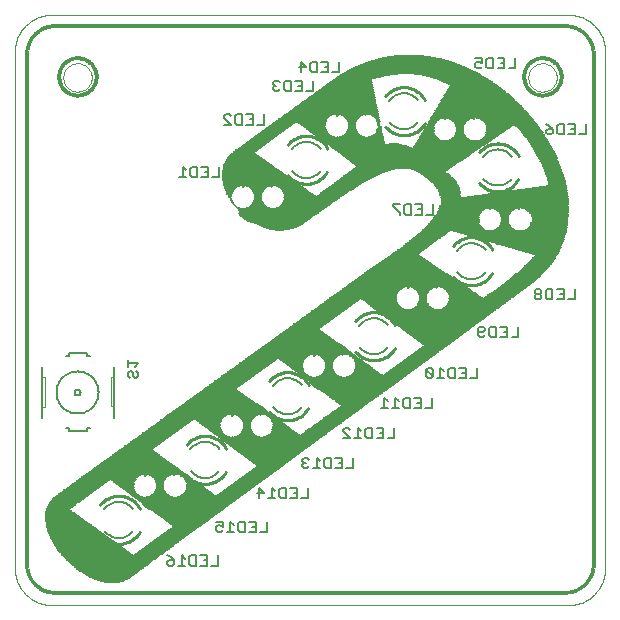
<source format=gbo>
G75*
G70*
%OFA0B0*%
%FSLAX24Y24*%
%IPPOS*%
%LPD*%
%AMOC8*
5,1,8,0,0,1.08239X$1,22.5*
%
%ADD10C,0.0000*%
%ADD11C,0.0060*%
%ADD12C,0.0100*%
%ADD13C,0.0020*%
%ADD14R,1.7233X0.0017*%
%ADD15R,1.7433X0.0017*%
%ADD16R,1.7567X0.0017*%
%ADD17R,1.7667X0.0017*%
%ADD18R,1.7767X0.0017*%
%ADD19R,1.7833X0.0017*%
%ADD20R,1.7900X0.0017*%
%ADD21R,0.0334X0.0017*%
%ADD22R,0.0333X0.0017*%
%ADD23R,0.0300X0.0017*%
%ADD24R,0.0250X0.0017*%
%ADD25R,0.0233X0.0017*%
%ADD26R,0.0217X0.0017*%
%ADD27R,0.0200X0.0017*%
%ADD28R,0.0200X0.0017*%
%ADD29R,0.0183X0.0017*%
%ADD30R,0.0184X0.0017*%
%ADD31R,0.0183X0.0017*%
%ADD32R,0.0167X0.0017*%
%ADD33R,0.0166X0.0017*%
%ADD34R,0.0167X0.0017*%
%ADD35R,0.0166X0.0017*%
%ADD36R,0.0150X0.0017*%
%ADD37R,0.0150X0.0017*%
%ADD38R,0.0384X0.0017*%
%ADD39R,0.0133X0.0017*%
%ADD40R,0.0550X0.0017*%
%ADD41R,0.0134X0.0017*%
%ADD42R,0.0133X0.0017*%
%ADD43R,0.0683X0.0017*%
%ADD44R,0.0783X0.0017*%
%ADD45R,0.0883X0.0017*%
%ADD46R,0.0966X0.0017*%
%ADD47R,0.0134X0.0017*%
%ADD48R,0.1050X0.0017*%
%ADD49R,0.1117X0.0017*%
%ADD50R,0.1184X0.0017*%
%ADD51R,0.0117X0.0017*%
%ADD52R,0.1250X0.0017*%
%ADD53R,0.1316X0.0017*%
%ADD54R,0.0116X0.0017*%
%ADD55R,0.1367X0.0017*%
%ADD56R,0.1417X0.0017*%
%ADD57R,0.0117X0.0017*%
%ADD58R,0.1483X0.0017*%
%ADD59R,0.0116X0.0017*%
%ADD60R,0.1534X0.0017*%
%ADD61R,0.1583X0.0017*%
%ADD62R,0.1634X0.0017*%
%ADD63R,0.1683X0.0017*%
%ADD64R,0.1750X0.0017*%
%ADD65R,0.1783X0.0017*%
%ADD66R,0.1833X0.0017*%
%ADD67R,0.1883X0.0017*%
%ADD68R,0.1933X0.0017*%
%ADD69R,0.0100X0.0017*%
%ADD70R,0.1967X0.0017*%
%ADD71R,0.2033X0.0017*%
%ADD72R,0.2067X0.0017*%
%ADD73R,0.2100X0.0017*%
%ADD74R,0.2167X0.0017*%
%ADD75R,0.0100X0.0017*%
%ADD76R,0.2200X0.0017*%
%ADD77R,0.2250X0.0017*%
%ADD78R,0.2300X0.0017*%
%ADD79R,0.2333X0.0017*%
%ADD80R,0.2383X0.0017*%
%ADD81R,0.2417X0.0017*%
%ADD82R,0.2467X0.0017*%
%ADD83R,0.2517X0.0017*%
%ADD84R,0.2550X0.0017*%
%ADD85R,0.2600X0.0017*%
%ADD86R,0.2634X0.0017*%
%ADD87R,0.2666X0.0017*%
%ADD88R,0.2717X0.0017*%
%ADD89R,0.2750X0.0017*%
%ADD90R,0.2783X0.0017*%
%ADD91R,0.2833X0.0017*%
%ADD92R,0.2867X0.0017*%
%ADD93R,0.2900X0.0017*%
%ADD94R,0.2950X0.0017*%
%ADD95R,0.2984X0.0017*%
%ADD96R,0.3033X0.0017*%
%ADD97R,0.3067X0.0017*%
%ADD98R,0.3100X0.0017*%
%ADD99R,0.3150X0.0017*%
%ADD100R,0.3183X0.0017*%
%ADD101R,0.3217X0.0017*%
%ADD102R,0.3266X0.0017*%
%ADD103R,0.3300X0.0017*%
%ADD104R,0.0900X0.0017*%
%ADD105R,0.2367X0.0017*%
%ADD106R,0.0917X0.0017*%
%ADD107R,0.0900X0.0017*%
%ADD108R,0.2350X0.0017*%
%ADD109R,0.2350X0.0017*%
%ADD110R,0.2316X0.0017*%
%ADD111R,0.2300X0.0017*%
%ADD112R,0.0916X0.0017*%
%ADD113R,0.2266X0.0017*%
%ADD114R,0.0916X0.0017*%
%ADD115R,0.2267X0.0017*%
%ADD116R,0.0917X0.0017*%
%ADD117R,0.2233X0.0017*%
%ADD118R,0.2217X0.0017*%
%ADD119R,0.2184X0.0017*%
%ADD120R,0.2183X0.0017*%
%ADD121R,0.2150X0.0017*%
%ADD122R,0.2150X0.0017*%
%ADD123R,0.2134X0.0017*%
%ADD124R,0.2116X0.0017*%
%ADD125R,0.2117X0.0017*%
%ADD126R,0.2083X0.0017*%
%ADD127R,0.2084X0.0017*%
%ADD128R,0.2067X0.0017*%
%ADD129R,0.2050X0.0017*%
%ADD130R,0.2033X0.0017*%
%ADD131R,0.2017X0.0017*%
%ADD132R,0.2000X0.0017*%
%ADD133R,0.2000X0.0017*%
%ADD134R,0.1983X0.0017*%
%ADD135R,0.1966X0.0017*%
%ADD136R,0.1950X0.0017*%
%ADD137R,0.1933X0.0017*%
%ADD138R,0.1917X0.0017*%
%ADD139R,0.1900X0.0017*%
%ADD140R,0.1884X0.0017*%
%ADD141R,0.1866X0.0017*%
%ADD142R,0.1850X0.0017*%
%ADD143R,0.1850X0.0017*%
%ADD144R,0.1817X0.0017*%
%ADD145R,0.1800X0.0017*%
%ADD146R,0.1800X0.0017*%
%ADD147R,0.0884X0.0017*%
%ADD148R,0.1767X0.0017*%
%ADD149R,0.1750X0.0017*%
%ADD150R,0.1733X0.0017*%
%ADD151R,0.0883X0.0017*%
%ADD152R,0.1716X0.0017*%
%ADD153R,0.1700X0.0017*%
%ADD154R,0.1667X0.0017*%
%ADD155R,0.1633X0.0017*%
%ADD156R,0.1634X0.0017*%
%ADD157R,0.1617X0.0017*%
%ADD158R,0.1584X0.0017*%
%ADD159R,0.1567X0.0017*%
%ADD160R,0.0967X0.0017*%
%ADD161R,0.1550X0.0017*%
%ADD162R,0.1017X0.0017*%
%ADD163R,0.1533X0.0017*%
%ADD164R,0.1516X0.0017*%
%ADD165R,0.1100X0.0017*%
%ADD166R,0.1483X0.0017*%
%ADD167R,0.1150X0.0017*%
%ADD168R,0.1466X0.0017*%
%ADD169R,0.1200X0.0017*%
%ADD170R,0.1433X0.0017*%
%ADD171R,0.1233X0.0017*%
%ADD172R,0.1283X0.0017*%
%ADD173R,0.1417X0.0017*%
%ADD174R,0.1333X0.0017*%
%ADD175R,0.1383X0.0017*%
%ADD176R,0.1333X0.0017*%
%ADD177R,0.1467X0.0017*%
%ADD178R,0.1317X0.0017*%
%ADD179R,0.1500X0.0017*%
%ADD180R,0.1300X0.0017*%
%ADD181R,0.1550X0.0017*%
%ADD182R,0.1267X0.0017*%
%ADD183R,0.1600X0.0017*%
%ADD184R,0.1633X0.0017*%
%ADD185R,0.1200X0.0017*%
%ADD186R,0.1183X0.0017*%
%ADD187R,0.1150X0.0017*%
%ADD188R,0.1833X0.0017*%
%ADD189R,0.1133X0.0017*%
%ADD190R,0.1867X0.0017*%
%ADD191R,0.1117X0.0017*%
%ADD192R,0.1900X0.0017*%
%ADD193R,0.1083X0.0017*%
%ADD194R,0.1967X0.0017*%
%ADD195R,0.1067X0.0017*%
%ADD196R,0.1033X0.0017*%
%ADD197R,0.1017X0.0017*%
%ADD198R,0.2100X0.0017*%
%ADD199R,0.1000X0.0017*%
%ADD200R,0.2133X0.0017*%
%ADD201R,0.2184X0.0017*%
%ADD202R,0.0950X0.0017*%
%ADD203R,0.2267X0.0017*%
%ADD204R,0.2333X0.0017*%
%ADD205R,0.0866X0.0017*%
%ADD206R,0.2367X0.0017*%
%ADD207R,0.0833X0.0017*%
%ADD208R,0.2400X0.0017*%
%ADD209R,0.0800X0.0017*%
%ADD210R,0.2467X0.0017*%
%ADD211R,0.0784X0.0017*%
%ADD212R,0.2500X0.0017*%
%ADD213R,0.0800X0.0017*%
%ADD214R,0.2600X0.0017*%
%ADD215R,0.0833X0.0017*%
%ADD216R,0.2633X0.0017*%
%ADD217R,0.0850X0.0017*%
%ADD218R,0.2684X0.0017*%
%ADD219R,0.2733X0.0017*%
%ADD220R,0.2767X0.0017*%
%ADD221R,0.0884X0.0017*%
%ADD222R,0.2816X0.0017*%
%ADD223R,0.2900X0.0017*%
%ADD224R,0.0933X0.0017*%
%ADD225R,0.2950X0.0017*%
%ADD226R,0.3000X0.0017*%
%ADD227R,0.3050X0.0017*%
%ADD228R,0.0984X0.0017*%
%ADD229R,0.3084X0.0017*%
%ADD230R,0.0983X0.0017*%
%ADD231R,0.3133X0.0017*%
%ADD232R,0.1000X0.0017*%
%ADD233R,0.3184X0.0017*%
%ADD234R,0.1016X0.0017*%
%ADD235R,0.3216X0.0017*%
%ADD236R,0.3267X0.0017*%
%ADD237R,0.3316X0.0017*%
%ADD238R,0.1033X0.0017*%
%ADD239R,0.3350X0.0017*%
%ADD240R,0.3400X0.0017*%
%ADD241R,0.1067X0.0017*%
%ADD242R,0.3450X0.0017*%
%ADD243R,0.3484X0.0017*%
%ADD244R,0.1066X0.0017*%
%ADD245R,0.3550X0.0017*%
%ADD246R,0.1084X0.0017*%
%ADD247R,0.2117X0.0017*%
%ADD248R,0.0867X0.0017*%
%ADD249R,0.0334X0.0017*%
%ADD250R,0.1066X0.0017*%
%ADD251R,0.2066X0.0017*%
%ADD252R,0.0733X0.0017*%
%ADD253R,0.0667X0.0017*%
%ADD254R,0.0284X0.0017*%
%ADD255R,0.0866X0.0017*%
%ADD256R,0.1134X0.0017*%
%ADD257R,0.0600X0.0017*%
%ADD258R,0.0266X0.0017*%
%ADD259R,0.1083X0.0017*%
%ADD260R,0.0867X0.0017*%
%ADD261R,0.0567X0.0017*%
%ADD262R,0.0533X0.0017*%
%ADD263R,0.0283X0.0017*%
%ADD264R,0.0467X0.0017*%
%ADD265R,0.0267X0.0017*%
%ADD266R,0.1100X0.0017*%
%ADD267R,0.0433X0.0017*%
%ADD268R,0.0933X0.0017*%
%ADD269R,0.0400X0.0017*%
%ADD270R,0.0300X0.0017*%
%ADD271R,0.0367X0.0017*%
%ADD272R,0.0317X0.0017*%
%ADD273R,0.0333X0.0017*%
%ADD274R,0.1084X0.0017*%
%ADD275R,0.0767X0.0017*%
%ADD276R,0.0350X0.0017*%
%ADD277R,0.0734X0.0017*%
%ADD278R,0.0366X0.0017*%
%ADD279R,0.0717X0.0017*%
%ADD280R,0.0383X0.0017*%
%ADD281R,0.0267X0.0017*%
%ADD282R,0.0400X0.0017*%
%ADD283R,0.0650X0.0017*%
%ADD284R,0.0417X0.0017*%
%ADD285R,0.0633X0.0017*%
%ADD286R,0.0434X0.0017*%
%ADD287R,0.0600X0.0017*%
%ADD288R,0.0467X0.0017*%
%ADD289R,0.0583X0.0017*%
%ADD290R,0.0484X0.0017*%
%ADD291R,0.0500X0.0017*%
%ADD292R,0.0534X0.0017*%
%ADD293R,0.0517X0.0017*%
%ADD294R,0.0550X0.0017*%
%ADD295R,0.0483X0.0017*%
%ADD296R,0.0567X0.0017*%
%ADD297R,0.0850X0.0017*%
%ADD298R,0.0617X0.0017*%
%ADD299R,0.0417X0.0017*%
%ADD300R,0.0634X0.0017*%
%ADD301R,0.0700X0.0017*%
%ADD302R,0.0367X0.0017*%
%ADD303R,0.0716X0.0017*%
%ADD304R,0.0750X0.0017*%
%ADD305R,0.0316X0.0017*%
%ADD306R,0.0817X0.0017*%
%ADD307R,0.1934X0.0017*%
%ADD308R,0.1916X0.0017*%
%ADD309R,0.0284X0.0017*%
%ADD310R,0.0266X0.0017*%
%ADD311R,0.1883X0.0017*%
%ADD312R,0.0667X0.0017*%
%ADD313R,0.3367X0.0017*%
%ADD314R,0.3316X0.0017*%
%ADD315R,0.3216X0.0017*%
%ADD316R,0.3167X0.0017*%
%ADD317R,0.3084X0.0017*%
%ADD318R,0.2933X0.0017*%
%ADD319R,0.2850X0.0017*%
%ADD320R,0.2800X0.0017*%
%ADD321R,0.2767X0.0017*%
%ADD322R,0.2716X0.0017*%
%ADD323R,0.2667X0.0017*%
%ADD324R,0.2616X0.0017*%
%ADD325R,0.2567X0.0017*%
%ADD326R,0.2533X0.0017*%
%ADD327R,0.2484X0.0017*%
%ADD328R,0.2433X0.0017*%
%ADD329R,0.1050X0.0017*%
%ADD330R,0.2400X0.0017*%
%ADD331R,0.1183X0.0017*%
%ADD332R,0.2250X0.0017*%
%ADD333R,0.2200X0.0017*%
%ADD334R,0.1283X0.0017*%
%ADD335R,0.1317X0.0017*%
%ADD336R,0.2016X0.0017*%
%ADD337R,0.1467X0.0017*%
%ADD338R,0.1517X0.0017*%
%ADD339R,0.1617X0.0017*%
%ADD340R,0.1650X0.0017*%
%ADD341R,0.1784X0.0017*%
%ADD342R,0.1783X0.0017*%
%ADD343R,0.1567X0.0017*%
%ADD344R,0.1950X0.0017*%
%ADD345R,0.2017X0.0017*%
%ADD346R,0.1416X0.0017*%
%ADD347R,0.2234X0.0017*%
%ADD348R,0.2283X0.0017*%
%ADD349R,0.2317X0.0017*%
%ADD350R,0.2366X0.0017*%
%ADD351R,0.2417X0.0017*%
%ADD352R,0.2450X0.0017*%
%ADD353R,0.2500X0.0017*%
%ADD354R,0.2550X0.0017*%
%ADD355R,0.2683X0.0017*%
%ADD356R,0.2734X0.0017*%
%ADD357R,0.2766X0.0017*%
%ADD358R,0.2817X0.0017*%
%ADD359R,0.2866X0.0017*%
%ADD360R,0.2917X0.0017*%
%ADD361R,0.3050X0.0017*%
%ADD362R,0.3100X0.0017*%
%ADD363R,0.3134X0.0017*%
%ADD364R,0.3183X0.0017*%
%ADD365R,0.3234X0.0017*%
%ADD366R,0.3317X0.0017*%
%ADD367R,0.3366X0.0017*%
%ADD368R,0.3466X0.0017*%
%ADD369R,0.1983X0.0017*%
%ADD370R,0.1917X0.0017*%
%ADD371R,0.0617X0.0017*%
%ADD372R,0.1034X0.0017*%
%ADD373R,0.0316X0.0017*%
%ADD374R,0.0834X0.0017*%
%ADD375R,0.0966X0.0017*%
%ADD376R,0.0450X0.0017*%
%ADD377R,0.0350X0.0017*%
%ADD378R,0.0816X0.0017*%
%ADD379R,0.0383X0.0017*%
%ADD380R,0.0834X0.0017*%
%ADD381R,0.0750X0.0017*%
%ADD382R,0.0717X0.0017*%
%ADD383R,0.0434X0.0017*%
%ADD384R,0.0816X0.0017*%
%ADD385R,0.0650X0.0017*%
%ADD386R,0.0283X0.0017*%
%ADD387R,0.0433X0.0017*%
%ADD388R,0.0633X0.0017*%
%ADD389R,0.0483X0.0017*%
%ADD390R,0.0250X0.0017*%
%ADD391R,0.0516X0.0017*%
%ADD392R,0.0817X0.0017*%
%ADD393R,0.0616X0.0017*%
%ADD394R,0.0666X0.0017*%
%ADD395R,0.0366X0.0017*%
%ADD396R,0.0700X0.0017*%
%ADD397R,0.0317X0.0017*%
%ADD398R,0.0784X0.0017*%
%ADD399R,0.0233X0.0017*%
%ADD400R,0.0216X0.0017*%
%ADD401R,0.0217X0.0017*%
%ADD402R,0.0517X0.0017*%
%ADD403R,0.2034X0.0017*%
%ADD404R,0.3400X0.0017*%
%ADD405R,0.3367X0.0017*%
%ADD406R,0.3333X0.0017*%
%ADD407R,0.3267X0.0017*%
%ADD408R,0.3233X0.0017*%
%ADD409R,0.3133X0.0017*%
%ADD410R,0.3000X0.0017*%
%ADD411R,0.2933X0.0017*%
%ADD412R,0.2867X0.0017*%
%ADD413R,0.2800X0.0017*%
%ADD414R,0.2667X0.0017*%
%ADD415R,0.2633X0.0017*%
%ADD416R,0.2567X0.0017*%
%ADD417R,0.2533X0.0017*%
%ADD418R,0.0967X0.0017*%
%ADD419R,0.2433X0.0017*%
%ADD420R,0.1233X0.0017*%
%ADD421R,0.2167X0.0017*%
%ADD422R,0.1284X0.0017*%
%ADD423R,0.1367X0.0017*%
%ADD424R,0.1500X0.0017*%
%ADD425R,0.1650X0.0017*%
%ADD426R,0.1733X0.0017*%
%ADD427R,0.1700X0.0017*%
%ADD428R,0.1784X0.0017*%
%ADD429R,0.1600X0.0017*%
%ADD430R,0.1916X0.0017*%
%ADD431R,0.2050X0.0017*%
%ADD432R,0.2233X0.0017*%
%ADD433R,0.1133X0.0017*%
%ADD434R,0.2284X0.0017*%
%ADD435R,0.2316X0.0017*%
%ADD436R,0.2416X0.0017*%
%ADD437R,0.2450X0.0017*%
%ADD438R,0.2584X0.0017*%
%ADD439R,0.2650X0.0017*%
%ADD440R,0.2716X0.0017*%
%ADD441R,0.2784X0.0017*%
%ADD442R,0.2916X0.0017*%
%ADD443R,0.3016X0.0017*%
%ADD444R,0.3150X0.0017*%
%ADD445R,0.3184X0.0017*%
%ADD446R,0.3284X0.0017*%
%ADD447R,0.1966X0.0017*%
%ADD448R,0.0783X0.0017*%
%ADD449R,0.0616X0.0017*%
%ADD450R,0.0416X0.0017*%
%ADD451R,0.0466X0.0017*%
%ADD452R,0.0500X0.0017*%
%ADD453R,0.0566X0.0017*%
%ADD454R,0.0234X0.0017*%
%ADD455R,0.1984X0.0017*%
%ADD456R,0.3300X0.0017*%
%ADD457R,0.0767X0.0017*%
%ADD458R,0.3250X0.0017*%
%ADD459R,0.0766X0.0017*%
%ADD460R,0.3116X0.0017*%
%ADD461R,0.3067X0.0017*%
%ADD462R,0.3016X0.0017*%
%ADD463R,0.2984X0.0017*%
%ADD464R,0.2884X0.0017*%
%ADD465R,0.2700X0.0017*%
%ADD466R,0.2516X0.0017*%
%ADD467R,0.0950X0.0017*%
%ADD468R,0.2416X0.0017*%
%ADD469R,0.2384X0.0017*%
%ADD470R,0.2284X0.0017*%
%ADD471R,0.1217X0.0017*%
%ADD472R,0.1267X0.0017*%
%ADD473R,0.1350X0.0017*%
%ADD474R,0.2016X0.0017*%
%ADD475R,0.1400X0.0017*%
%ADD476R,0.1450X0.0017*%
%ADD477R,0.1867X0.0017*%
%ADD478R,0.1533X0.0017*%
%ADD479R,0.1816X0.0017*%
%ADD480R,0.1716X0.0017*%
%ADD481R,0.1684X0.0017*%
%ADD482R,0.1717X0.0017*%
%ADD483R,0.1767X0.0017*%
%ADD484R,0.1450X0.0017*%
%ADD485R,0.1416X0.0017*%
%ADD486R,0.1350X0.0017*%
%ADD487R,0.1216X0.0017*%
%ADD488R,0.1184X0.0017*%
%ADD489R,0.1116X0.0017*%
%ADD490R,0.2483X0.0017*%
%ADD491R,0.2967X0.0017*%
%ADD492R,0.3200X0.0017*%
%ADD493R,0.3384X0.0017*%
%ADD494R,0.3433X0.0017*%
%ADD495R,0.3467X0.0017*%
%ADD496R,0.3533X0.0017*%
%ADD497R,0.3567X0.0017*%
%ADD498R,0.3616X0.0017*%
%ADD499R,0.3667X0.0017*%
%ADD500R,0.3700X0.0017*%
%ADD501R,0.3750X0.0017*%
%ADD502R,0.3800X0.0017*%
%ADD503R,0.3833X0.0017*%
%ADD504R,0.3884X0.0017*%
%ADD505R,0.3933X0.0017*%
%ADD506R,0.3984X0.0017*%
%ADD507R,0.4016X0.0017*%
%ADD508R,0.1034X0.0017*%
%ADD509R,0.1834X0.0017*%
%ADD510R,0.1884X0.0017*%
%ADD511R,0.2083X0.0017*%
%ADD512R,0.2134X0.0017*%
%ADD513R,0.1984X0.0017*%
%ADD514R,0.4033X0.0017*%
%ADD515R,0.4000X0.0017*%
%ADD516R,0.3933X0.0017*%
%ADD517R,0.3900X0.0017*%
%ADD518R,0.3850X0.0017*%
%ADD519R,0.3800X0.0017*%
%ADD520R,0.3767X0.0017*%
%ADD521R,0.3667X0.0017*%
%ADD522R,0.3617X0.0017*%
%ADD523R,0.3517X0.0017*%
%ADD524R,0.3467X0.0017*%
%ADD525R,0.3417X0.0017*%
%ADD526R,0.3383X0.0017*%
%ADD527R,0.3317X0.0017*%
%ADD528R,0.0934X0.0017*%
%ADD529R,0.3283X0.0017*%
%ADD530R,0.3083X0.0017*%
%ADD531R,0.3034X0.0017*%
%ADD532R,0.2983X0.0017*%
%ADD533R,0.2934X0.0017*%
%ADD534R,0.2883X0.0017*%
%ADD535R,0.2834X0.0017*%
%ADD536R,0.2734X0.0017*%
%ADD537R,0.2700X0.0017*%
%ADD538R,0.2534X0.0017*%
%ADD539R,0.2434X0.0017*%
%ADD540R,0.2334X0.0017*%
%ADD541R,0.1717X0.0017*%
%ADD542R,0.1666X0.0017*%
%ADD543R,0.1566X0.0017*%
%ADD544R,0.1466X0.0017*%
%ADD545R,0.0766X0.0017*%
%ADD546R,0.1217X0.0017*%
%ADD547R,0.0733X0.0017*%
%ADD548R,0.0983X0.0017*%
%ADD549R,0.1167X0.0017*%
%ADD550R,0.1300X0.0017*%
%ADD551R,0.2650X0.0017*%
%ADD552R,0.2967X0.0017*%
%ADD553R,0.3017X0.0017*%
%ADD554R,0.3450X0.0017*%
%ADD555R,0.3584X0.0017*%
%ADD556R,0.3650X0.0017*%
%ADD557R,0.3817X0.0017*%
%ADD558R,0.2166X0.0017*%
%ADD559R,0.1400X0.0017*%
%ADD560R,0.0533X0.0017*%
%ADD561R,0.1366X0.0017*%
%ADD562R,0.1016X0.0017*%
%ADD563R,0.1234X0.0017*%
%ADD564R,0.1583X0.0017*%
%ADD565R,0.1234X0.0017*%
%ADD566R,0.1584X0.0017*%
%ADD567R,0.1534X0.0017*%
%ADD568R,0.2183X0.0017*%
%ADD569R,0.1484X0.0017*%
%ADD570R,0.2684X0.0017*%
%ADD571R,0.1517X0.0017*%
%ADD572R,0.2833X0.0017*%
%ADD573R,0.1566X0.0017*%
%ADD574R,0.2883X0.0017*%
%ADD575R,0.2917X0.0017*%
%ADD576R,0.2966X0.0017*%
%ADD577R,0.4317X0.0017*%
%ADD578R,0.4317X0.0017*%
%ADD579R,0.0083X0.0017*%
%ADD580R,0.0067X0.0017*%
%ADD581R,0.4300X0.0017*%
%ADD582R,0.0050X0.0017*%
%ADD583R,0.4300X0.0017*%
%ADD584R,0.0050X0.0017*%
%ADD585R,0.4283X0.0017*%
%ADD586R,0.0034X0.0017*%
%ADD587R,0.4283X0.0017*%
%ADD588R,0.0033X0.0017*%
%ADD589R,0.0033X0.0017*%
%ADD590R,0.1683X0.0017*%
%ADD591R,0.0034X0.0017*%
%ADD592R,0.4250X0.0017*%
%ADD593R,0.4250X0.0017*%
%ADD594R,0.1734X0.0017*%
%ADD595R,0.0066X0.0017*%
%ADD596R,0.0084X0.0017*%
%ADD597R,0.0084X0.0017*%
%ADD598R,0.4266X0.0017*%
%ADD599R,0.3500X0.0017*%
%ADD600R,0.3383X0.0017*%
%ADD601R,0.0683X0.0017*%
%ADD602R,0.3250X0.0017*%
%ADD603R,0.0716X0.0017*%
%ADD604R,0.1166X0.0017*%
%ADD605R,0.0934X0.0017*%
%ADD606R,0.0584X0.0017*%
%ADD607R,0.0583X0.0017*%
%ADD608R,0.2484X0.0017*%
%ADD609R,0.0984X0.0017*%
%ADD610R,0.2383X0.0017*%
%ADD611R,0.0584X0.0017*%
%ADD612R,0.2283X0.0017*%
%ADD613R,0.1166X0.0017*%
%ADD614R,0.1250X0.0017*%
%ADD615R,0.1366X0.0017*%
%ADD616R,0.3217X0.0017*%
%ADD617R,0.1766X0.0017*%
%ADD618R,0.3233X0.0017*%
%ADD619R,0.3534X0.0017*%
%ADD620R,0.3600X0.0017*%
%ADD621R,0.0634X0.0017*%
%ADD622R,0.3634X0.0017*%
%ADD623R,0.3683X0.0017*%
%ADD624R,0.3734X0.0017*%
%ADD625R,0.3783X0.0017*%
%ADD626R,0.1316X0.0017*%
%ADD627R,0.3834X0.0017*%
%ADD628R,0.3883X0.0017*%
%ADD629R,0.3917X0.0017*%
%ADD630R,0.3983X0.0017*%
%ADD631R,0.4017X0.0017*%
%ADD632R,0.4067X0.0017*%
%ADD633R,0.4117X0.0017*%
%ADD634R,0.4167X0.0017*%
%ADD635R,0.4200X0.0017*%
%ADD636R,0.4350X0.0017*%
%ADD637R,0.4400X0.0017*%
%ADD638R,0.4433X0.0017*%
%ADD639R,0.4500X0.0017*%
%ADD640R,0.4533X0.0017*%
%ADD641R,0.4584X0.0017*%
%ADD642R,0.4633X0.0017*%
%ADD643R,0.4684X0.0017*%
%ADD644R,0.4716X0.0017*%
%ADD645R,0.4784X0.0017*%
%ADD646R,0.4816X0.0017*%
%ADD647R,0.4884X0.0017*%
%ADD648R,0.4916X0.0017*%
%ADD649R,0.2683X0.0017*%
%ADD650R,0.2266X0.0017*%
%ADD651R,0.2666X0.0017*%
%ADD652R,0.2317X0.0017*%
%ADD653R,0.2583X0.0017*%
%ADD654R,0.0666X0.0017*%
%ADD655R,0.1934X0.0017*%
%ADD656R,0.0684X0.0017*%
%ADD657R,0.0416X0.0017*%
%ADD658R,0.2116X0.0017*%
%ADD659R,0.0684X0.0017*%
%ADD660R,0.2166X0.0017*%
%ADD661R,0.0534X0.0017*%
%ADD662R,0.0734X0.0017*%
%ADD663R,0.0450X0.0017*%
%ADD664R,0.0216X0.0017*%
%ADD665R,0.0184X0.0017*%
%ADD666R,0.1734X0.0017*%
%ADD667R,0.1666X0.0017*%
%ADD668R,0.0384X0.0017*%
%ADD669R,0.1616X0.0017*%
%ADD670R,0.3333X0.0017*%
%ADD671R,0.0234X0.0017*%
%ADD672R,0.3117X0.0017*%
%ADD673R,0.3033X0.0017*%
%ADD674R,0.3017X0.0017*%
%ADD675R,0.3034X0.0017*%
%ADD676R,0.2966X0.0017*%
%ADD677R,0.2817X0.0017*%
%ADD678R,0.2750X0.0017*%
%ADD679R,0.2617X0.0017*%
%ADD680R,0.2583X0.0017*%
%ADD681R,0.2483X0.0017*%
%ADD682R,0.2566X0.0017*%
%ADD683R,0.1766X0.0017*%
%ADD684R,0.1667X0.0017*%
%ADD685R,0.1284X0.0017*%
%ADD686R,0.2084X0.0017*%
%ADD687R,0.4567X0.0017*%
%ADD688R,0.4450X0.0017*%
%ADD689R,0.4384X0.0017*%
%ADD690R,0.4316X0.0017*%
%ADD691R,0.4267X0.0017*%
%ADD692R,0.4200X0.0017*%
%ADD693R,0.4133X0.0017*%
%ADD694R,0.4000X0.0017*%
%ADD695R,0.3867X0.0017*%
%ADD696R,0.3733X0.0017*%
%ADD697R,0.3567X0.0017*%
%ADD698R,0.3483X0.0017*%
%ADD699R,0.3350X0.0017*%
%ADD700R,0.3166X0.0017*%
%ADD701R,0.3066X0.0017*%
%ADD702R,1.7900X0.0017*%
%ADD703R,1.7833X0.0017*%
%ADD704R,1.7667X0.0017*%
%ADD705R,1.7600X0.0017*%
%ADD706R,1.7467X0.0017*%
%ADD707R,1.7267X0.0017*%
D10*
X000559Y001809D02*
X000559Y018994D01*
X000561Y019062D01*
X000566Y019129D01*
X000575Y019196D01*
X000588Y019263D01*
X000605Y019328D01*
X000624Y019393D01*
X000648Y019457D01*
X000675Y019519D01*
X000705Y019580D01*
X000738Y019638D01*
X000774Y019695D01*
X000814Y019750D01*
X000856Y019803D01*
X000902Y019854D01*
X000949Y019901D01*
X001000Y019947D01*
X001053Y019989D01*
X001108Y020029D01*
X001165Y020065D01*
X001223Y020098D01*
X001284Y020128D01*
X001346Y020155D01*
X001410Y020179D01*
X001475Y020198D01*
X001540Y020215D01*
X001607Y020228D01*
X001674Y020237D01*
X001741Y020242D01*
X001809Y020244D01*
X018994Y020244D01*
X019062Y020242D01*
X019129Y020237D01*
X019196Y020228D01*
X019263Y020215D01*
X019328Y020198D01*
X019393Y020179D01*
X019457Y020155D01*
X019519Y020128D01*
X019580Y020098D01*
X019638Y020065D01*
X019695Y020029D01*
X019750Y019989D01*
X019803Y019947D01*
X019854Y019901D01*
X019901Y019854D01*
X019947Y019803D01*
X019989Y019750D01*
X020029Y019695D01*
X020065Y019638D01*
X020098Y019580D01*
X020128Y019519D01*
X020155Y019457D01*
X020179Y019393D01*
X020198Y019328D01*
X020215Y019263D01*
X020228Y019196D01*
X020237Y019129D01*
X020242Y019062D01*
X020244Y018994D01*
X020244Y001809D01*
X020242Y001741D01*
X020237Y001674D01*
X020228Y001607D01*
X020215Y001540D01*
X020198Y001475D01*
X020179Y001410D01*
X020155Y001346D01*
X020128Y001284D01*
X020098Y001223D01*
X020065Y001165D01*
X020029Y001108D01*
X019989Y001053D01*
X019947Y001000D01*
X019901Y000949D01*
X019854Y000902D01*
X019803Y000856D01*
X019750Y000814D01*
X019695Y000774D01*
X019638Y000738D01*
X019580Y000705D01*
X019519Y000675D01*
X019457Y000648D01*
X019393Y000624D01*
X019328Y000605D01*
X019263Y000588D01*
X019196Y000575D01*
X019129Y000566D01*
X019062Y000561D01*
X018994Y000559D01*
X001809Y000559D01*
X001741Y000561D01*
X001674Y000566D01*
X001607Y000575D01*
X001540Y000588D01*
X001475Y000605D01*
X001410Y000624D01*
X001346Y000648D01*
X001284Y000675D01*
X001223Y000705D01*
X001165Y000738D01*
X001108Y000774D01*
X001053Y000814D01*
X001000Y000856D01*
X000949Y000902D01*
X000902Y000949D01*
X000856Y001000D01*
X000814Y001053D01*
X000774Y001108D01*
X000738Y001165D01*
X000705Y001223D01*
X000675Y001284D01*
X000648Y001346D01*
X000624Y001410D01*
X000605Y001475D01*
X000588Y001540D01*
X000575Y001607D01*
X000566Y001674D01*
X000561Y001741D01*
X000559Y001809D01*
X002179Y018151D02*
X002181Y018194D01*
X002187Y018236D01*
X002197Y018278D01*
X002210Y018319D01*
X002227Y018359D01*
X002248Y018396D01*
X002272Y018432D01*
X002299Y018465D01*
X002329Y018496D01*
X002362Y018524D01*
X002397Y018549D01*
X002434Y018570D01*
X002473Y018588D01*
X002513Y018602D01*
X002555Y018613D01*
X002597Y018620D01*
X002640Y018623D01*
X002683Y018622D01*
X002726Y018617D01*
X002768Y018608D01*
X002809Y018596D01*
X002849Y018580D01*
X002887Y018560D01*
X002923Y018537D01*
X002957Y018510D01*
X002989Y018481D01*
X003017Y018449D01*
X003043Y018414D01*
X003065Y018378D01*
X003084Y018339D01*
X003099Y018299D01*
X003111Y018258D01*
X003119Y018215D01*
X003123Y018172D01*
X003123Y018130D01*
X003119Y018087D01*
X003111Y018044D01*
X003099Y018003D01*
X003084Y017963D01*
X003065Y017924D01*
X003043Y017888D01*
X003017Y017853D01*
X002989Y017821D01*
X002957Y017792D01*
X002923Y017765D01*
X002887Y017742D01*
X002849Y017722D01*
X002809Y017706D01*
X002768Y017694D01*
X002726Y017685D01*
X002683Y017680D01*
X002640Y017679D01*
X002597Y017682D01*
X002555Y017689D01*
X002513Y017700D01*
X002473Y017714D01*
X002434Y017732D01*
X002397Y017753D01*
X002362Y017778D01*
X002329Y017806D01*
X002299Y017837D01*
X002272Y017870D01*
X002248Y017906D01*
X002227Y017943D01*
X002210Y017983D01*
X002197Y018024D01*
X002187Y018066D01*
X002181Y018108D01*
X002179Y018151D01*
X017679Y018151D02*
X017681Y018194D01*
X017687Y018236D01*
X017697Y018278D01*
X017710Y018319D01*
X017727Y018359D01*
X017748Y018396D01*
X017772Y018432D01*
X017799Y018465D01*
X017829Y018496D01*
X017862Y018524D01*
X017897Y018549D01*
X017934Y018570D01*
X017973Y018588D01*
X018013Y018602D01*
X018055Y018613D01*
X018097Y018620D01*
X018140Y018623D01*
X018183Y018622D01*
X018226Y018617D01*
X018268Y018608D01*
X018309Y018596D01*
X018349Y018580D01*
X018387Y018560D01*
X018423Y018537D01*
X018457Y018510D01*
X018489Y018481D01*
X018517Y018449D01*
X018543Y018414D01*
X018565Y018378D01*
X018584Y018339D01*
X018599Y018299D01*
X018611Y018258D01*
X018619Y018215D01*
X018623Y018172D01*
X018623Y018130D01*
X018619Y018087D01*
X018611Y018044D01*
X018599Y018003D01*
X018584Y017963D01*
X018565Y017924D01*
X018543Y017888D01*
X018517Y017853D01*
X018489Y017821D01*
X018457Y017792D01*
X018423Y017765D01*
X018387Y017742D01*
X018349Y017722D01*
X018309Y017706D01*
X018268Y017694D01*
X018226Y017685D01*
X018183Y017680D01*
X018140Y017679D01*
X018097Y017682D01*
X018055Y017689D01*
X018013Y017700D01*
X017973Y017714D01*
X017934Y017732D01*
X017897Y017753D01*
X017862Y017778D01*
X017829Y017806D01*
X017799Y017837D01*
X017772Y017870D01*
X017748Y017906D01*
X017727Y017943D01*
X017710Y017983D01*
X017697Y018024D01*
X017687Y018066D01*
X017681Y018108D01*
X017679Y018151D01*
D11*
X017246Y018456D02*
X017019Y018456D01*
X016878Y018456D02*
X016651Y018456D01*
X016510Y018456D02*
X016340Y018456D01*
X016283Y018513D01*
X016283Y018740D01*
X016340Y018797D01*
X016510Y018797D01*
X016510Y018456D01*
X016765Y018626D02*
X016878Y018626D01*
X016878Y018456D02*
X016878Y018797D01*
X016651Y018797D01*
X017246Y018797D02*
X017246Y018456D01*
X016141Y018513D02*
X016085Y018456D01*
X015971Y018456D01*
X015914Y018513D01*
X015914Y018626D01*
X015971Y018683D01*
X016028Y018683D01*
X016141Y018626D01*
X016141Y018797D01*
X015914Y018797D01*
X014000Y016658D02*
X013970Y016623D01*
X013939Y016590D01*
X013904Y016560D01*
X013868Y016533D01*
X013830Y016509D01*
X013790Y016487D01*
X013748Y016469D01*
X013705Y016453D01*
X013661Y016441D01*
X013617Y016433D01*
X013571Y016428D01*
X013526Y016426D01*
X013481Y016428D01*
X013435Y016433D01*
X013391Y016441D01*
X013347Y016453D01*
X013304Y016469D01*
X013262Y016487D01*
X013222Y016509D01*
X013184Y016533D01*
X013148Y016560D01*
X013113Y016590D01*
X013082Y016623D01*
X013052Y016658D01*
X013526Y017626D02*
X013572Y017624D01*
X013618Y017619D01*
X013664Y017610D01*
X013709Y017598D01*
X013752Y017582D01*
X013794Y017563D01*
X013835Y017540D01*
X013874Y017515D01*
X013910Y017487D01*
X013945Y017456D01*
X013977Y017422D01*
X014006Y017386D01*
X013526Y017626D02*
X013479Y017624D01*
X013431Y017618D01*
X013385Y017609D01*
X013339Y017596D01*
X013295Y017580D01*
X013251Y017560D01*
X013210Y017536D01*
X013171Y017510D01*
X013134Y017480D01*
X013099Y017447D01*
X013067Y017412D01*
X013038Y017375D01*
X012250Y016158D02*
X012220Y016123D01*
X012189Y016090D01*
X012154Y016060D01*
X012118Y016033D01*
X012080Y016009D01*
X012040Y015987D01*
X011998Y015969D01*
X011955Y015953D01*
X011911Y015941D01*
X011867Y015933D01*
X011821Y015928D01*
X011776Y015926D01*
X011731Y015928D01*
X011685Y015933D01*
X011641Y015941D01*
X011597Y015953D01*
X011554Y015969D01*
X011512Y015987D01*
X011472Y016009D01*
X011434Y016033D01*
X011398Y016060D01*
X011363Y016090D01*
X011332Y016123D01*
X011302Y016158D01*
X011776Y017126D02*
X011822Y017124D01*
X011868Y017119D01*
X011914Y017110D01*
X011959Y017098D01*
X012002Y017082D01*
X012044Y017063D01*
X012085Y017040D01*
X012124Y017015D01*
X012160Y016987D01*
X012195Y016956D01*
X012227Y016922D01*
X012256Y016886D01*
X011776Y017126D02*
X011729Y017124D01*
X011681Y017118D01*
X011635Y017109D01*
X011589Y017096D01*
X011545Y017080D01*
X011501Y017060D01*
X011460Y017036D01*
X011421Y017010D01*
X011384Y016980D01*
X011349Y016947D01*
X011317Y016912D01*
X011288Y016875D01*
X010496Y017706D02*
X010269Y017706D01*
X010128Y017706D02*
X010128Y018047D01*
X009901Y018047D01*
X009760Y018047D02*
X009760Y017706D01*
X009590Y017706D01*
X009533Y017763D01*
X009533Y017990D01*
X009590Y018047D01*
X009760Y018047D01*
X009901Y017706D02*
X010128Y017706D01*
X010128Y017876D02*
X010015Y017876D01*
X010496Y018047D02*
X010496Y017706D01*
X010465Y018331D02*
X010408Y018388D01*
X010408Y018615D01*
X010465Y018672D01*
X010635Y018672D01*
X010635Y018331D01*
X010465Y018331D01*
X010266Y018501D02*
X010039Y018501D01*
X010096Y018331D02*
X010096Y018672D01*
X010266Y018501D01*
X010776Y018331D02*
X011003Y018331D01*
X011003Y018672D01*
X010776Y018672D01*
X010890Y018501D02*
X011003Y018501D01*
X011144Y018331D02*
X011371Y018331D01*
X011371Y018672D01*
X009391Y017990D02*
X009335Y018047D01*
X009221Y018047D01*
X009164Y017990D01*
X009164Y017933D01*
X009221Y017876D01*
X009164Y017820D01*
X009164Y017763D01*
X009221Y017706D01*
X009335Y017706D01*
X009391Y017763D01*
X009278Y017876D02*
X009221Y017876D01*
X008871Y016922D02*
X008871Y016581D01*
X008644Y016581D01*
X008503Y016581D02*
X008276Y016581D01*
X008135Y016581D02*
X007965Y016581D01*
X007908Y016638D01*
X007908Y016865D01*
X007965Y016922D01*
X008135Y016922D01*
X008135Y016581D01*
X008390Y016751D02*
X008503Y016751D01*
X008503Y016581D02*
X008503Y016922D01*
X008276Y016922D01*
X007766Y016865D02*
X007710Y016922D01*
X007596Y016922D01*
X007539Y016865D01*
X007539Y016808D01*
X007766Y016581D01*
X007539Y016581D01*
X007371Y015172D02*
X007371Y014831D01*
X007144Y014831D01*
X007003Y014831D02*
X007003Y015172D01*
X006776Y015172D01*
X006635Y015172D02*
X006635Y014831D01*
X006465Y014831D01*
X006408Y014888D01*
X006408Y015115D01*
X006465Y015172D01*
X006635Y015172D01*
X006776Y014831D02*
X007003Y014831D01*
X007003Y015001D02*
X006890Y015001D01*
X006266Y015058D02*
X006153Y015172D01*
X006153Y014831D01*
X006266Y014831D02*
X006039Y014831D01*
X008651Y013551D02*
X008696Y013553D01*
X008742Y013558D01*
X008786Y013566D01*
X008830Y013578D01*
X008873Y013594D01*
X008915Y013612D01*
X008955Y013634D01*
X008993Y013658D01*
X009029Y013685D01*
X009064Y013715D01*
X009095Y013748D01*
X009125Y013783D01*
X008651Y013551D02*
X008606Y013553D01*
X008560Y013558D01*
X008516Y013566D01*
X008472Y013578D01*
X008429Y013594D01*
X008387Y013612D01*
X008347Y013634D01*
X008309Y013658D01*
X008273Y013685D01*
X008238Y013715D01*
X008207Y013748D01*
X008177Y013783D01*
X008651Y014751D02*
X008697Y014749D01*
X008743Y014744D01*
X008789Y014735D01*
X008834Y014723D01*
X008877Y014707D01*
X008919Y014688D01*
X008960Y014665D01*
X008999Y014640D01*
X009035Y014612D01*
X009070Y014581D01*
X009102Y014547D01*
X009131Y014511D01*
X008651Y014751D02*
X008604Y014749D01*
X008556Y014743D01*
X008510Y014734D01*
X008464Y014721D01*
X008420Y014705D01*
X008376Y014685D01*
X008335Y014661D01*
X008296Y014635D01*
X008259Y014605D01*
X008224Y014572D01*
X008192Y014537D01*
X008163Y014500D01*
X010276Y014801D02*
X010321Y014803D01*
X010367Y014808D01*
X010411Y014816D01*
X010455Y014828D01*
X010498Y014844D01*
X010540Y014862D01*
X010580Y014884D01*
X010618Y014908D01*
X010654Y014935D01*
X010689Y014965D01*
X010720Y014998D01*
X010750Y015033D01*
X010276Y014801D02*
X010231Y014803D01*
X010185Y014808D01*
X010141Y014816D01*
X010097Y014828D01*
X010054Y014844D01*
X010012Y014862D01*
X009972Y014884D01*
X009934Y014908D01*
X009898Y014935D01*
X009863Y014965D01*
X009832Y014998D01*
X009802Y015033D01*
X010276Y016001D02*
X010322Y015999D01*
X010368Y015994D01*
X010414Y015985D01*
X010459Y015973D01*
X010502Y015957D01*
X010544Y015938D01*
X010585Y015915D01*
X010624Y015890D01*
X010660Y015862D01*
X010695Y015831D01*
X010727Y015797D01*
X010756Y015761D01*
X010276Y016001D02*
X010229Y015999D01*
X010181Y015993D01*
X010135Y015984D01*
X010089Y015971D01*
X010045Y015955D01*
X010001Y015935D01*
X009960Y015911D01*
X009921Y015885D01*
X009884Y015855D01*
X009849Y015822D01*
X009817Y015787D01*
X009788Y015750D01*
X013164Y013922D02*
X013164Y013865D01*
X013391Y013638D01*
X013391Y013581D01*
X013533Y013638D02*
X013533Y013865D01*
X013590Y013922D01*
X013760Y013922D01*
X013760Y013581D01*
X013590Y013581D01*
X013533Y013638D01*
X013391Y013922D02*
X013164Y013922D01*
X013901Y013922D02*
X014128Y013922D01*
X014128Y013581D01*
X013901Y013581D01*
X014015Y013751D02*
X014128Y013751D01*
X014269Y013581D02*
X014496Y013581D01*
X014496Y013922D01*
X015776Y011426D02*
X015821Y011428D01*
X015867Y011433D01*
X015911Y011441D01*
X015955Y011453D01*
X015998Y011469D01*
X016040Y011487D01*
X016080Y011509D01*
X016118Y011533D01*
X016154Y011560D01*
X016189Y011590D01*
X016220Y011623D01*
X016250Y011658D01*
X015776Y011426D02*
X015731Y011428D01*
X015685Y011433D01*
X015641Y011441D01*
X015597Y011453D01*
X015554Y011469D01*
X015512Y011487D01*
X015472Y011509D01*
X015434Y011533D01*
X015398Y011560D01*
X015363Y011590D01*
X015332Y011623D01*
X015302Y011658D01*
X015776Y012626D02*
X015822Y012624D01*
X015868Y012619D01*
X015914Y012610D01*
X015959Y012598D01*
X016002Y012582D01*
X016044Y012563D01*
X016085Y012540D01*
X016124Y012515D01*
X016160Y012487D01*
X016195Y012456D01*
X016227Y012422D01*
X016256Y012386D01*
X015776Y012626D02*
X015729Y012624D01*
X015681Y012618D01*
X015635Y012609D01*
X015589Y012596D01*
X015545Y012580D01*
X015501Y012560D01*
X015460Y012536D01*
X015421Y012510D01*
X015384Y012480D01*
X015349Y012447D01*
X015317Y012412D01*
X015288Y012375D01*
X016901Y012801D02*
X016946Y012803D01*
X016992Y012808D01*
X017036Y012816D01*
X017080Y012828D01*
X017123Y012844D01*
X017165Y012862D01*
X017205Y012884D01*
X017243Y012908D01*
X017279Y012935D01*
X017314Y012965D01*
X017345Y012998D01*
X017375Y013033D01*
X016901Y012801D02*
X016856Y012803D01*
X016810Y012808D01*
X016766Y012816D01*
X016722Y012828D01*
X016679Y012844D01*
X016637Y012862D01*
X016597Y012884D01*
X016559Y012908D01*
X016523Y012935D01*
X016488Y012965D01*
X016457Y012998D01*
X016427Y013033D01*
X016901Y014001D02*
X016947Y013999D01*
X016993Y013994D01*
X017039Y013985D01*
X017084Y013973D01*
X017127Y013957D01*
X017169Y013938D01*
X017210Y013915D01*
X017249Y013890D01*
X017285Y013862D01*
X017320Y013831D01*
X017352Y013797D01*
X017381Y013761D01*
X016901Y014001D02*
X016854Y013999D01*
X016806Y013993D01*
X016760Y013984D01*
X016714Y013971D01*
X016670Y013955D01*
X016626Y013935D01*
X016585Y013911D01*
X016546Y013885D01*
X016509Y013855D01*
X016474Y013822D01*
X016442Y013787D01*
X016413Y013750D01*
X016651Y014551D02*
X016696Y014553D01*
X016742Y014558D01*
X016786Y014566D01*
X016830Y014578D01*
X016873Y014594D01*
X016915Y014612D01*
X016955Y014634D01*
X016993Y014658D01*
X017029Y014685D01*
X017064Y014715D01*
X017095Y014748D01*
X017125Y014783D01*
X016651Y014551D02*
X016606Y014553D01*
X016560Y014558D01*
X016516Y014566D01*
X016472Y014578D01*
X016429Y014594D01*
X016387Y014612D01*
X016347Y014634D01*
X016309Y014658D01*
X016273Y014685D01*
X016238Y014715D01*
X016207Y014748D01*
X016177Y014783D01*
X016651Y015751D02*
X016697Y015749D01*
X016743Y015744D01*
X016789Y015735D01*
X016834Y015723D01*
X016877Y015707D01*
X016919Y015688D01*
X016960Y015665D01*
X016999Y015640D01*
X017035Y015612D01*
X017070Y015581D01*
X017102Y015547D01*
X017131Y015511D01*
X016651Y015751D02*
X016604Y015749D01*
X016556Y015743D01*
X016510Y015734D01*
X016464Y015721D01*
X016420Y015705D01*
X016376Y015685D01*
X016335Y015661D01*
X016296Y015635D01*
X016259Y015605D01*
X016224Y015572D01*
X016192Y015537D01*
X016163Y015500D01*
X015875Y016033D02*
X015845Y015998D01*
X015814Y015965D01*
X015779Y015935D01*
X015743Y015908D01*
X015705Y015884D01*
X015665Y015862D01*
X015623Y015844D01*
X015580Y015828D01*
X015536Y015816D01*
X015492Y015808D01*
X015446Y015803D01*
X015401Y015801D01*
X015356Y015803D01*
X015310Y015808D01*
X015266Y015816D01*
X015222Y015828D01*
X015179Y015844D01*
X015137Y015862D01*
X015097Y015884D01*
X015059Y015908D01*
X015023Y015935D01*
X014988Y015965D01*
X014957Y015998D01*
X014927Y016033D01*
X015401Y017001D02*
X015447Y016999D01*
X015493Y016994D01*
X015539Y016985D01*
X015584Y016973D01*
X015627Y016957D01*
X015669Y016938D01*
X015710Y016915D01*
X015749Y016890D01*
X015785Y016862D01*
X015820Y016831D01*
X015852Y016797D01*
X015881Y016761D01*
X015401Y017001D02*
X015354Y016999D01*
X015306Y016993D01*
X015260Y016984D01*
X015214Y016971D01*
X015170Y016955D01*
X015126Y016935D01*
X015085Y016911D01*
X015046Y016885D01*
X015009Y016855D01*
X014974Y016822D01*
X014942Y016787D01*
X014913Y016750D01*
X018263Y016597D02*
X018376Y016540D01*
X018490Y016426D01*
X018319Y016426D01*
X018263Y016370D01*
X018263Y016313D01*
X018319Y016256D01*
X018433Y016256D01*
X018490Y016313D01*
X018490Y016426D01*
X018631Y016313D02*
X018631Y016540D01*
X018688Y016597D01*
X018858Y016597D01*
X018858Y016256D01*
X018688Y016256D01*
X018631Y016313D01*
X018999Y016256D02*
X019226Y016256D01*
X019226Y016597D01*
X018999Y016597D01*
X019113Y016426D02*
X019226Y016426D01*
X019368Y016256D02*
X019594Y016256D01*
X019594Y016597D01*
X019219Y011097D02*
X019219Y010756D01*
X018993Y010756D01*
X018851Y010756D02*
X018624Y010756D01*
X018483Y010756D02*
X018313Y010756D01*
X018256Y010813D01*
X018256Y011040D01*
X018313Y011097D01*
X018483Y011097D01*
X018483Y010756D01*
X018115Y010813D02*
X018115Y010870D01*
X018058Y010926D01*
X017944Y010926D01*
X017888Y010870D01*
X017888Y010813D01*
X017944Y010756D01*
X018058Y010756D01*
X018115Y010813D01*
X018058Y010926D02*
X018115Y010983D01*
X018115Y011040D01*
X018058Y011097D01*
X017944Y011097D01*
X017888Y011040D01*
X017888Y010983D01*
X017944Y010926D01*
X018624Y011097D02*
X018851Y011097D01*
X018851Y010756D01*
X018851Y010926D02*
X018738Y010926D01*
X017344Y009847D02*
X017344Y009506D01*
X017118Y009506D01*
X016976Y009506D02*
X016749Y009506D01*
X016608Y009506D02*
X016438Y009506D01*
X016381Y009563D01*
X016381Y009790D01*
X016438Y009847D01*
X016608Y009847D01*
X016608Y009506D01*
X016240Y009563D02*
X016183Y009506D01*
X016069Y009506D01*
X016013Y009563D01*
X016013Y009790D01*
X016069Y009847D01*
X016183Y009847D01*
X016240Y009790D01*
X016240Y009733D01*
X016183Y009676D01*
X016013Y009676D01*
X016749Y009847D02*
X016976Y009847D01*
X016976Y009506D01*
X016976Y009676D02*
X016863Y009676D01*
X015963Y008472D02*
X015963Y008131D01*
X015736Y008131D01*
X015594Y008131D02*
X015594Y008472D01*
X015368Y008472D01*
X015226Y008472D02*
X015056Y008472D01*
X014999Y008415D01*
X014999Y008188D01*
X015056Y008131D01*
X015226Y008131D01*
X015226Y008472D01*
X015481Y008301D02*
X015594Y008301D01*
X015594Y008131D02*
X015368Y008131D01*
X014858Y008131D02*
X014631Y008131D01*
X014744Y008131D02*
X014744Y008472D01*
X014858Y008358D01*
X014490Y008415D02*
X014490Y008188D01*
X014263Y008415D01*
X014263Y008188D01*
X014319Y008131D01*
X014433Y008131D01*
X014490Y008188D01*
X014490Y008415D02*
X014433Y008472D01*
X014319Y008472D01*
X014263Y008415D01*
X014094Y007472D02*
X013868Y007472D01*
X013726Y007472D02*
X013726Y007131D01*
X013556Y007131D01*
X013499Y007188D01*
X013499Y007415D01*
X013556Y007472D01*
X013726Y007472D01*
X013868Y007131D02*
X014094Y007131D01*
X014094Y007472D01*
X014094Y007301D02*
X013981Y007301D01*
X014236Y007131D02*
X014463Y007131D01*
X014463Y007472D01*
X013358Y007358D02*
X013244Y007472D01*
X013244Y007131D01*
X013131Y007131D02*
X013358Y007131D01*
X012990Y007131D02*
X012763Y007131D01*
X012876Y007131D02*
X012876Y007472D01*
X012990Y007358D01*
X012844Y006472D02*
X012618Y006472D01*
X012476Y006472D02*
X012306Y006472D01*
X012249Y006415D01*
X012249Y006188D01*
X012306Y006131D01*
X012476Y006131D01*
X012476Y006472D01*
X012108Y006358D02*
X011994Y006472D01*
X011994Y006131D01*
X011881Y006131D02*
X012108Y006131D01*
X011740Y006131D02*
X011513Y006358D01*
X011513Y006415D01*
X011569Y006472D01*
X011683Y006472D01*
X011740Y006415D01*
X011740Y006131D02*
X011513Y006131D01*
X011469Y005472D02*
X011243Y005472D01*
X011101Y005472D02*
X010931Y005472D01*
X010874Y005415D01*
X010874Y005188D01*
X010931Y005131D01*
X011101Y005131D01*
X011101Y005472D01*
X011356Y005301D02*
X011469Y005301D01*
X011469Y005131D02*
X011243Y005131D01*
X011469Y005131D02*
X011469Y005472D01*
X011838Y005472D02*
X011838Y005131D01*
X011611Y005131D01*
X010733Y005131D02*
X010506Y005131D01*
X010619Y005131D02*
X010619Y005472D01*
X010733Y005358D01*
X010365Y005415D02*
X010308Y005472D01*
X010194Y005472D01*
X010138Y005415D01*
X010138Y005358D01*
X010194Y005301D01*
X010138Y005245D01*
X010138Y005188D01*
X010194Y005131D01*
X010308Y005131D01*
X010365Y005188D01*
X010251Y005301D02*
X010194Y005301D01*
X010338Y004472D02*
X010338Y004131D01*
X010111Y004131D01*
X009969Y004131D02*
X009743Y004131D01*
X009601Y004131D02*
X009431Y004131D01*
X009374Y004188D01*
X009374Y004415D01*
X009431Y004472D01*
X009601Y004472D01*
X009601Y004131D01*
X009856Y004301D02*
X009969Y004301D01*
X009969Y004131D02*
X009969Y004472D01*
X009743Y004472D01*
X009233Y004358D02*
X009119Y004472D01*
X009119Y004131D01*
X009006Y004131D02*
X009233Y004131D01*
X008865Y004301D02*
X008638Y004301D01*
X008694Y004131D02*
X008694Y004472D01*
X008865Y004301D01*
X008963Y003347D02*
X008963Y003006D01*
X008736Y003006D01*
X008594Y003006D02*
X008368Y003006D01*
X008226Y003006D02*
X008056Y003006D01*
X007999Y003063D01*
X007999Y003290D01*
X008056Y003347D01*
X008226Y003347D01*
X008226Y003006D01*
X008481Y003176D02*
X008594Y003176D01*
X008594Y003006D02*
X008594Y003347D01*
X008368Y003347D01*
X007858Y003233D02*
X007744Y003347D01*
X007744Y003006D01*
X007631Y003006D02*
X007858Y003006D01*
X007490Y003063D02*
X007433Y003006D01*
X007319Y003006D01*
X007263Y003063D01*
X007263Y003176D01*
X007319Y003233D01*
X007376Y003233D01*
X007490Y003176D01*
X007490Y003347D01*
X007263Y003347D01*
X007338Y002222D02*
X007338Y001881D01*
X007111Y001881D01*
X006969Y001881D02*
X006969Y002222D01*
X006743Y002222D01*
X006601Y002222D02*
X006601Y001881D01*
X006431Y001881D01*
X006374Y001938D01*
X006374Y002165D01*
X006431Y002222D01*
X006601Y002222D01*
X006856Y002051D02*
X006969Y002051D01*
X006969Y001881D02*
X006743Y001881D01*
X006233Y001881D02*
X006006Y001881D01*
X006119Y001881D02*
X006119Y002222D01*
X006233Y002108D01*
X005865Y002051D02*
X005694Y002051D01*
X005638Y001995D01*
X005638Y001938D01*
X005694Y001881D01*
X005808Y001881D01*
X005865Y001938D01*
X005865Y002051D01*
X005751Y002165D01*
X005638Y002222D01*
X004500Y003033D02*
X004470Y002998D01*
X004439Y002965D01*
X004404Y002935D01*
X004368Y002908D01*
X004330Y002884D01*
X004290Y002862D01*
X004248Y002844D01*
X004205Y002828D01*
X004161Y002816D01*
X004117Y002808D01*
X004071Y002803D01*
X004026Y002801D01*
X003981Y002803D01*
X003935Y002808D01*
X003891Y002816D01*
X003847Y002828D01*
X003804Y002844D01*
X003762Y002862D01*
X003722Y002884D01*
X003684Y002908D01*
X003648Y002935D01*
X003613Y002965D01*
X003582Y002998D01*
X003552Y003033D01*
X004026Y004001D02*
X004072Y003999D01*
X004118Y003994D01*
X004164Y003985D01*
X004209Y003973D01*
X004252Y003957D01*
X004294Y003938D01*
X004335Y003915D01*
X004374Y003890D01*
X004410Y003862D01*
X004445Y003831D01*
X004477Y003797D01*
X004506Y003761D01*
X004026Y004001D02*
X003979Y003999D01*
X003931Y003993D01*
X003885Y003984D01*
X003839Y003971D01*
X003795Y003955D01*
X003751Y003935D01*
X003710Y003911D01*
X003671Y003885D01*
X003634Y003855D01*
X003599Y003822D01*
X003567Y003787D01*
X003538Y003750D01*
X005401Y003926D02*
X005446Y003928D01*
X005492Y003933D01*
X005536Y003941D01*
X005580Y003953D01*
X005623Y003969D01*
X005665Y003987D01*
X005705Y004009D01*
X005743Y004033D01*
X005779Y004060D01*
X005814Y004090D01*
X005845Y004123D01*
X005875Y004158D01*
X005401Y003926D02*
X005356Y003928D01*
X005310Y003933D01*
X005266Y003941D01*
X005222Y003953D01*
X005179Y003969D01*
X005137Y003987D01*
X005097Y004009D01*
X005059Y004033D01*
X005023Y004060D01*
X004988Y004090D01*
X004957Y004123D01*
X004927Y004158D01*
X005401Y005126D02*
X005447Y005124D01*
X005493Y005119D01*
X005539Y005110D01*
X005584Y005098D01*
X005627Y005082D01*
X005669Y005063D01*
X005710Y005040D01*
X005749Y005015D01*
X005785Y004987D01*
X005820Y004956D01*
X005852Y004922D01*
X005881Y004886D01*
X005401Y005126D02*
X005354Y005124D01*
X005306Y005118D01*
X005260Y005109D01*
X005214Y005096D01*
X005170Y005080D01*
X005126Y005060D01*
X005085Y005036D01*
X005046Y005010D01*
X005009Y004980D01*
X004974Y004947D01*
X004942Y004912D01*
X004913Y004875D01*
X003851Y006801D02*
X003851Y007201D01*
X003851Y008151D01*
X003851Y008501D01*
X004331Y008513D02*
X004331Y008740D01*
X004331Y008626D02*
X004672Y008626D01*
X004558Y008513D01*
X004615Y008371D02*
X004672Y008315D01*
X004672Y008201D01*
X004615Y008145D01*
X004558Y008145D01*
X004501Y008201D01*
X004501Y008315D01*
X004445Y008371D01*
X004388Y008371D01*
X004331Y008315D01*
X004331Y008201D01*
X004388Y008145D01*
X003051Y008851D02*
X002951Y008851D01*
X002951Y008951D01*
X002351Y008951D01*
X002351Y008851D01*
X002251Y008851D01*
X001451Y008501D02*
X001451Y008151D01*
X001451Y007151D01*
X001451Y006801D01*
X002251Y006451D02*
X002351Y006451D01*
X002351Y006351D01*
X002951Y006351D01*
X002951Y006451D01*
X003051Y006451D01*
X002551Y007651D02*
X002553Y007671D01*
X002559Y007689D01*
X002568Y007707D01*
X002580Y007722D01*
X002595Y007734D01*
X002613Y007743D01*
X002631Y007749D01*
X002651Y007751D01*
X002671Y007749D01*
X002689Y007743D01*
X002707Y007734D01*
X002722Y007722D01*
X002734Y007707D01*
X002743Y007689D01*
X002749Y007671D01*
X002751Y007651D01*
X002749Y007631D01*
X002743Y007613D01*
X002734Y007595D01*
X002722Y007580D01*
X002707Y007568D01*
X002689Y007559D01*
X002671Y007553D01*
X002651Y007551D01*
X002631Y007553D01*
X002613Y007559D01*
X002595Y007568D01*
X002580Y007580D01*
X002568Y007595D01*
X002559Y007613D01*
X002553Y007631D01*
X002551Y007651D01*
X001951Y007651D02*
X001953Y007703D01*
X001959Y007755D01*
X001969Y007807D01*
X001982Y007857D01*
X001999Y007907D01*
X002020Y007955D01*
X002045Y008001D01*
X002073Y008045D01*
X002104Y008087D01*
X002138Y008127D01*
X002175Y008164D01*
X002215Y008198D01*
X002257Y008229D01*
X002301Y008257D01*
X002347Y008282D01*
X002395Y008303D01*
X002445Y008320D01*
X002495Y008333D01*
X002547Y008343D01*
X002599Y008349D01*
X002651Y008351D01*
X002703Y008349D01*
X002755Y008343D01*
X002807Y008333D01*
X002857Y008320D01*
X002907Y008303D01*
X002955Y008282D01*
X003001Y008257D01*
X003045Y008229D01*
X003087Y008198D01*
X003127Y008164D01*
X003164Y008127D01*
X003198Y008087D01*
X003229Y008045D01*
X003257Y008001D01*
X003282Y007955D01*
X003303Y007907D01*
X003320Y007857D01*
X003333Y007807D01*
X003343Y007755D01*
X003349Y007703D01*
X003351Y007651D01*
X003349Y007599D01*
X003343Y007547D01*
X003333Y007495D01*
X003320Y007445D01*
X003303Y007395D01*
X003282Y007347D01*
X003257Y007301D01*
X003229Y007257D01*
X003198Y007215D01*
X003164Y007175D01*
X003127Y007138D01*
X003087Y007104D01*
X003045Y007073D01*
X003001Y007045D01*
X002955Y007020D01*
X002907Y006999D01*
X002857Y006982D01*
X002807Y006969D01*
X002755Y006959D01*
X002703Y006953D01*
X002651Y006951D01*
X002599Y006953D01*
X002547Y006959D01*
X002495Y006969D01*
X002445Y006982D01*
X002395Y006999D01*
X002347Y007020D01*
X002301Y007045D01*
X002257Y007073D01*
X002215Y007104D01*
X002175Y007138D01*
X002138Y007175D01*
X002104Y007215D01*
X002073Y007257D01*
X002045Y007301D01*
X002020Y007347D01*
X001999Y007395D01*
X001982Y007445D01*
X001969Y007495D01*
X001959Y007547D01*
X001953Y007599D01*
X001951Y007651D01*
X006901Y004801D02*
X006946Y004803D01*
X006992Y004808D01*
X007036Y004816D01*
X007080Y004828D01*
X007123Y004844D01*
X007165Y004862D01*
X007205Y004884D01*
X007243Y004908D01*
X007279Y004935D01*
X007314Y004965D01*
X007345Y004998D01*
X007375Y005033D01*
X006901Y004801D02*
X006856Y004803D01*
X006810Y004808D01*
X006766Y004816D01*
X006722Y004828D01*
X006679Y004844D01*
X006637Y004862D01*
X006597Y004884D01*
X006559Y004908D01*
X006523Y004935D01*
X006488Y004965D01*
X006457Y004998D01*
X006427Y005033D01*
X006901Y006001D02*
X006947Y005999D01*
X006993Y005994D01*
X007039Y005985D01*
X007084Y005973D01*
X007127Y005957D01*
X007169Y005938D01*
X007210Y005915D01*
X007249Y005890D01*
X007285Y005862D01*
X007320Y005831D01*
X007352Y005797D01*
X007381Y005761D01*
X006901Y006001D02*
X006854Y005999D01*
X006806Y005993D01*
X006760Y005984D01*
X006714Y005971D01*
X006670Y005955D01*
X006626Y005935D01*
X006585Y005911D01*
X006546Y005885D01*
X006509Y005855D01*
X006474Y005822D01*
X006442Y005787D01*
X006413Y005750D01*
X008276Y005926D02*
X008321Y005928D01*
X008367Y005933D01*
X008411Y005941D01*
X008455Y005953D01*
X008498Y005969D01*
X008540Y005987D01*
X008580Y006009D01*
X008618Y006033D01*
X008654Y006060D01*
X008689Y006090D01*
X008720Y006123D01*
X008750Y006158D01*
X008276Y005926D02*
X008231Y005928D01*
X008185Y005933D01*
X008141Y005941D01*
X008097Y005953D01*
X008054Y005969D01*
X008012Y005987D01*
X007972Y006009D01*
X007934Y006033D01*
X007898Y006060D01*
X007863Y006090D01*
X007832Y006123D01*
X007802Y006158D01*
X008276Y007126D02*
X008322Y007124D01*
X008368Y007119D01*
X008414Y007110D01*
X008459Y007098D01*
X008502Y007082D01*
X008544Y007063D01*
X008585Y007040D01*
X008624Y007015D01*
X008660Y006987D01*
X008695Y006956D01*
X008727Y006922D01*
X008756Y006886D01*
X008276Y007126D02*
X008229Y007124D01*
X008181Y007118D01*
X008135Y007109D01*
X008089Y007096D01*
X008045Y007080D01*
X008001Y007060D01*
X007960Y007036D01*
X007921Y007010D01*
X007884Y006980D01*
X007849Y006947D01*
X007817Y006912D01*
X007788Y006875D01*
X009651Y006926D02*
X009696Y006928D01*
X009742Y006933D01*
X009786Y006941D01*
X009830Y006953D01*
X009873Y006969D01*
X009915Y006987D01*
X009955Y007009D01*
X009993Y007033D01*
X010029Y007060D01*
X010064Y007090D01*
X010095Y007123D01*
X010125Y007158D01*
X009651Y006926D02*
X009606Y006928D01*
X009560Y006933D01*
X009516Y006941D01*
X009472Y006953D01*
X009429Y006969D01*
X009387Y006987D01*
X009347Y007009D01*
X009309Y007033D01*
X009273Y007060D01*
X009238Y007090D01*
X009207Y007123D01*
X009177Y007158D01*
X009651Y008126D02*
X009697Y008124D01*
X009743Y008119D01*
X009789Y008110D01*
X009834Y008098D01*
X009877Y008082D01*
X009919Y008063D01*
X009960Y008040D01*
X009999Y008015D01*
X010035Y007987D01*
X010070Y007956D01*
X010102Y007922D01*
X010131Y007886D01*
X009651Y008126D02*
X009604Y008124D01*
X009556Y008118D01*
X009510Y008109D01*
X009464Y008096D01*
X009420Y008080D01*
X009376Y008060D01*
X009335Y008036D01*
X009296Y008010D01*
X009259Y007980D01*
X009224Y007947D01*
X009192Y007912D01*
X009163Y007875D01*
X011026Y007926D02*
X011071Y007928D01*
X011117Y007933D01*
X011161Y007941D01*
X011205Y007953D01*
X011248Y007969D01*
X011290Y007987D01*
X011330Y008009D01*
X011368Y008033D01*
X011404Y008060D01*
X011439Y008090D01*
X011470Y008123D01*
X011500Y008158D01*
X011026Y007926D02*
X010981Y007928D01*
X010935Y007933D01*
X010891Y007941D01*
X010847Y007953D01*
X010804Y007969D01*
X010762Y007987D01*
X010722Y008009D01*
X010684Y008033D01*
X010648Y008060D01*
X010613Y008090D01*
X010582Y008123D01*
X010552Y008158D01*
X011026Y009126D02*
X011072Y009124D01*
X011118Y009119D01*
X011164Y009110D01*
X011209Y009098D01*
X011252Y009082D01*
X011294Y009063D01*
X011335Y009040D01*
X011374Y009015D01*
X011410Y008987D01*
X011445Y008956D01*
X011477Y008922D01*
X011506Y008886D01*
X011026Y009126D02*
X010979Y009124D01*
X010931Y009118D01*
X010885Y009109D01*
X010839Y009096D01*
X010795Y009080D01*
X010751Y009060D01*
X010710Y009036D01*
X010671Y009010D01*
X010634Y008980D01*
X010599Y008947D01*
X010567Y008912D01*
X010538Y008875D01*
X012526Y008926D02*
X012571Y008928D01*
X012617Y008933D01*
X012661Y008941D01*
X012705Y008953D01*
X012748Y008969D01*
X012790Y008987D01*
X012830Y009009D01*
X012868Y009033D01*
X012904Y009060D01*
X012939Y009090D01*
X012970Y009123D01*
X013000Y009158D01*
X012526Y008926D02*
X012481Y008928D01*
X012435Y008933D01*
X012391Y008941D01*
X012347Y008953D01*
X012304Y008969D01*
X012262Y008987D01*
X012222Y009009D01*
X012184Y009033D01*
X012148Y009060D01*
X012113Y009090D01*
X012082Y009123D01*
X012052Y009158D01*
X012526Y010126D02*
X012572Y010124D01*
X012618Y010119D01*
X012664Y010110D01*
X012709Y010098D01*
X012752Y010082D01*
X012794Y010063D01*
X012835Y010040D01*
X012874Y010015D01*
X012910Y009987D01*
X012945Y009956D01*
X012977Y009922D01*
X013006Y009886D01*
X012526Y010126D02*
X012479Y010124D01*
X012431Y010118D01*
X012385Y010109D01*
X012339Y010096D01*
X012295Y010080D01*
X012251Y010060D01*
X012210Y010036D01*
X012171Y010010D01*
X012134Y009980D01*
X012099Y009947D01*
X012067Y009912D01*
X012038Y009875D01*
X014151Y010176D02*
X014196Y010178D01*
X014242Y010183D01*
X014286Y010191D01*
X014330Y010203D01*
X014373Y010219D01*
X014415Y010237D01*
X014455Y010259D01*
X014493Y010283D01*
X014529Y010310D01*
X014564Y010340D01*
X014595Y010373D01*
X014625Y010408D01*
X014151Y010176D02*
X014106Y010178D01*
X014060Y010183D01*
X014016Y010191D01*
X013972Y010203D01*
X013929Y010219D01*
X013887Y010237D01*
X013847Y010259D01*
X013809Y010283D01*
X013773Y010310D01*
X013738Y010340D01*
X013707Y010373D01*
X013677Y010408D01*
X014151Y011376D02*
X014197Y011374D01*
X014243Y011369D01*
X014289Y011360D01*
X014334Y011348D01*
X014377Y011332D01*
X014419Y011313D01*
X014460Y011290D01*
X014499Y011265D01*
X014535Y011237D01*
X014570Y011206D01*
X014602Y011172D01*
X014631Y011136D01*
X014151Y011376D02*
X014104Y011374D01*
X014056Y011368D01*
X014010Y011359D01*
X013964Y011346D01*
X013920Y011330D01*
X013876Y011310D01*
X013835Y011286D01*
X013796Y011260D01*
X013759Y011230D01*
X013724Y011197D01*
X013692Y011162D01*
X013663Y011125D01*
X013213Y006472D02*
X013213Y006131D01*
X012986Y006131D01*
X012844Y006131D02*
X012618Y006131D01*
X012731Y006301D02*
X012844Y006301D01*
X012844Y006131D02*
X012844Y006472D01*
D12*
X011721Y008129D02*
X011691Y008081D01*
X011658Y008036D01*
X011622Y007993D01*
X011584Y007952D01*
X011542Y007915D01*
X011498Y007880D01*
X011452Y007849D01*
X011403Y007820D01*
X011353Y007796D01*
X011301Y007775D01*
X011247Y007757D01*
X011193Y007744D01*
X011138Y007734D01*
X011082Y007728D01*
X011026Y007726D01*
X010973Y007728D01*
X010919Y007733D01*
X010867Y007742D01*
X010815Y007754D01*
X010764Y007770D01*
X010714Y007789D01*
X010665Y007812D01*
X010618Y007838D01*
X010573Y007866D01*
X010530Y007898D01*
X010490Y007932D01*
X010451Y007970D01*
X010415Y008009D01*
X011026Y009326D02*
X011080Y009324D01*
X011134Y009319D01*
X011187Y009310D01*
X011240Y009297D01*
X011291Y009281D01*
X011341Y009261D01*
X011390Y009238D01*
X011438Y009212D01*
X011483Y009183D01*
X011526Y009150D01*
X011567Y009115D01*
X011606Y009077D01*
X011642Y009037D01*
X011675Y008994D01*
X011705Y008949D01*
X011732Y008902D01*
X011026Y009326D02*
X010972Y009324D01*
X010919Y009319D01*
X010865Y009310D01*
X010813Y009297D01*
X010762Y009281D01*
X010711Y009261D01*
X010662Y009239D01*
X010615Y009213D01*
X010570Y009183D01*
X010527Y009151D01*
X010486Y009116D01*
X010447Y009078D01*
X010411Y009038D01*
X010346Y007129D02*
X010316Y007081D01*
X010283Y007036D01*
X010247Y006993D01*
X010209Y006952D01*
X010167Y006915D01*
X010123Y006880D01*
X010077Y006849D01*
X010028Y006820D01*
X009978Y006796D01*
X009926Y006775D01*
X009872Y006757D01*
X009818Y006744D01*
X009763Y006734D01*
X009707Y006728D01*
X009651Y006726D01*
X009598Y006728D01*
X009544Y006733D01*
X009492Y006742D01*
X009440Y006754D01*
X009389Y006770D01*
X009339Y006789D01*
X009290Y006812D01*
X009243Y006838D01*
X009198Y006866D01*
X009155Y006898D01*
X009115Y006932D01*
X009076Y006970D01*
X009040Y007009D01*
X009651Y008326D02*
X009705Y008324D01*
X009759Y008319D01*
X009812Y008310D01*
X009865Y008297D01*
X009916Y008281D01*
X009966Y008261D01*
X010015Y008238D01*
X010063Y008212D01*
X010108Y008183D01*
X010151Y008150D01*
X010192Y008115D01*
X010231Y008077D01*
X010267Y008037D01*
X010300Y007994D01*
X010330Y007949D01*
X010357Y007902D01*
X009651Y008326D02*
X009597Y008324D01*
X009544Y008319D01*
X009490Y008310D01*
X009438Y008297D01*
X009387Y008281D01*
X009336Y008261D01*
X009287Y008239D01*
X009240Y008213D01*
X009195Y008183D01*
X009152Y008151D01*
X009111Y008116D01*
X009072Y008078D01*
X009036Y008038D01*
X008971Y006129D02*
X008941Y006081D01*
X008908Y006036D01*
X008872Y005993D01*
X008834Y005952D01*
X008792Y005915D01*
X008748Y005880D01*
X008702Y005849D01*
X008653Y005820D01*
X008603Y005796D01*
X008551Y005775D01*
X008497Y005757D01*
X008443Y005744D01*
X008388Y005734D01*
X008332Y005728D01*
X008276Y005726D01*
X008223Y005728D01*
X008169Y005733D01*
X008117Y005742D01*
X008065Y005754D01*
X008014Y005770D01*
X007964Y005789D01*
X007915Y005812D01*
X007868Y005838D01*
X007823Y005866D01*
X007780Y005898D01*
X007740Y005932D01*
X007701Y005970D01*
X007665Y006009D01*
X008276Y007326D02*
X008330Y007324D01*
X008384Y007319D01*
X008437Y007310D01*
X008490Y007297D01*
X008541Y007281D01*
X008591Y007261D01*
X008640Y007238D01*
X008688Y007212D01*
X008733Y007183D01*
X008776Y007150D01*
X008817Y007115D01*
X008856Y007077D01*
X008892Y007037D01*
X008925Y006994D01*
X008955Y006949D01*
X008982Y006902D01*
X008276Y007326D02*
X008222Y007324D01*
X008169Y007319D01*
X008115Y007310D01*
X008063Y007297D01*
X008012Y007281D01*
X007961Y007261D01*
X007912Y007239D01*
X007865Y007213D01*
X007820Y007183D01*
X007777Y007151D01*
X007736Y007116D01*
X007697Y007078D01*
X007661Y007038D01*
X007596Y005004D02*
X007566Y004956D01*
X007533Y004911D01*
X007497Y004868D01*
X007459Y004827D01*
X007417Y004790D01*
X007373Y004755D01*
X007327Y004724D01*
X007278Y004695D01*
X007228Y004671D01*
X007176Y004650D01*
X007122Y004632D01*
X007068Y004619D01*
X007013Y004609D01*
X006957Y004603D01*
X006901Y004601D01*
X006848Y004603D01*
X006794Y004608D01*
X006742Y004617D01*
X006690Y004629D01*
X006639Y004645D01*
X006589Y004664D01*
X006540Y004687D01*
X006493Y004713D01*
X006448Y004741D01*
X006405Y004773D01*
X006365Y004807D01*
X006326Y004845D01*
X006290Y004884D01*
X006901Y006201D02*
X006955Y006199D01*
X007009Y006194D01*
X007062Y006185D01*
X007115Y006172D01*
X007166Y006156D01*
X007216Y006136D01*
X007265Y006113D01*
X007313Y006087D01*
X007358Y006058D01*
X007401Y006025D01*
X007442Y005990D01*
X007481Y005952D01*
X007517Y005912D01*
X007550Y005869D01*
X007580Y005824D01*
X007607Y005777D01*
X006901Y006201D02*
X006847Y006199D01*
X006794Y006194D01*
X006740Y006185D01*
X006688Y006172D01*
X006637Y006156D01*
X006586Y006136D01*
X006537Y006114D01*
X006490Y006088D01*
X006445Y006058D01*
X006402Y006026D01*
X006361Y005991D01*
X006322Y005953D01*
X006286Y005913D01*
X006096Y004129D02*
X006066Y004081D01*
X006033Y004036D01*
X005997Y003993D01*
X005959Y003952D01*
X005917Y003915D01*
X005873Y003880D01*
X005827Y003849D01*
X005778Y003820D01*
X005728Y003796D01*
X005676Y003775D01*
X005622Y003757D01*
X005568Y003744D01*
X005513Y003734D01*
X005457Y003728D01*
X005401Y003726D01*
X005348Y003728D01*
X005294Y003733D01*
X005242Y003742D01*
X005190Y003754D01*
X005139Y003770D01*
X005089Y003789D01*
X005040Y003812D01*
X004993Y003838D01*
X004948Y003866D01*
X004905Y003898D01*
X004865Y003932D01*
X004826Y003970D01*
X004790Y004009D01*
X005401Y005326D02*
X005455Y005324D01*
X005509Y005319D01*
X005562Y005310D01*
X005615Y005297D01*
X005666Y005281D01*
X005716Y005261D01*
X005765Y005238D01*
X005813Y005212D01*
X005858Y005183D01*
X005901Y005150D01*
X005942Y005115D01*
X005981Y005077D01*
X006017Y005037D01*
X006050Y004994D01*
X006080Y004949D01*
X006107Y004902D01*
X005401Y005326D02*
X005347Y005324D01*
X005294Y005319D01*
X005240Y005310D01*
X005188Y005297D01*
X005137Y005281D01*
X005086Y005261D01*
X005037Y005239D01*
X004990Y005213D01*
X004945Y005183D01*
X004902Y005151D01*
X004861Y005116D01*
X004822Y005078D01*
X004786Y005038D01*
X004721Y003004D02*
X004691Y002956D01*
X004658Y002911D01*
X004622Y002868D01*
X004584Y002827D01*
X004542Y002790D01*
X004498Y002755D01*
X004452Y002724D01*
X004403Y002695D01*
X004353Y002671D01*
X004301Y002650D01*
X004247Y002632D01*
X004193Y002619D01*
X004138Y002609D01*
X004082Y002603D01*
X004026Y002601D01*
X003973Y002603D01*
X003919Y002608D01*
X003867Y002617D01*
X003815Y002629D01*
X003764Y002645D01*
X003714Y002664D01*
X003665Y002687D01*
X003618Y002713D01*
X003573Y002741D01*
X003530Y002773D01*
X003490Y002807D01*
X003451Y002845D01*
X003415Y002884D01*
X004026Y004201D02*
X004080Y004199D01*
X004134Y004194D01*
X004187Y004185D01*
X004240Y004172D01*
X004291Y004156D01*
X004341Y004136D01*
X004390Y004113D01*
X004438Y004087D01*
X004483Y004058D01*
X004526Y004025D01*
X004567Y003990D01*
X004606Y003952D01*
X004642Y003912D01*
X004675Y003869D01*
X004705Y003824D01*
X004732Y003777D01*
X004026Y004201D02*
X003972Y004199D01*
X003919Y004194D01*
X003865Y004185D01*
X003813Y004172D01*
X003762Y004156D01*
X003711Y004136D01*
X003662Y004114D01*
X003615Y004088D01*
X003570Y004058D01*
X003527Y004026D01*
X003486Y003991D01*
X003447Y003953D01*
X003411Y003913D01*
X011915Y009009D02*
X011951Y008970D01*
X011990Y008932D01*
X012030Y008898D01*
X012073Y008866D01*
X012118Y008838D01*
X012165Y008812D01*
X012214Y008789D01*
X012264Y008770D01*
X012315Y008754D01*
X012367Y008742D01*
X012419Y008733D01*
X012473Y008728D01*
X012526Y008726D01*
X012582Y008728D01*
X012638Y008734D01*
X012693Y008744D01*
X012747Y008757D01*
X012801Y008775D01*
X012853Y008796D01*
X012903Y008820D01*
X012952Y008849D01*
X012998Y008880D01*
X013042Y008915D01*
X013084Y008952D01*
X013122Y008993D01*
X013158Y009036D01*
X013191Y009081D01*
X013221Y009129D01*
X013232Y009902D02*
X013205Y009949D01*
X013175Y009994D01*
X013142Y010037D01*
X013106Y010077D01*
X013067Y010115D01*
X013026Y010150D01*
X012983Y010183D01*
X012938Y010212D01*
X012890Y010238D01*
X012841Y010261D01*
X012791Y010281D01*
X012740Y010297D01*
X012687Y010310D01*
X012634Y010319D01*
X012580Y010324D01*
X012526Y010326D01*
X012472Y010324D01*
X012419Y010319D01*
X012365Y010310D01*
X012313Y010297D01*
X012262Y010281D01*
X012211Y010261D01*
X012162Y010239D01*
X012115Y010213D01*
X012070Y010183D01*
X012027Y010151D01*
X011986Y010116D01*
X011947Y010078D01*
X011911Y010038D01*
X014151Y011576D02*
X014205Y011574D01*
X014259Y011569D01*
X014312Y011560D01*
X014365Y011547D01*
X014416Y011531D01*
X014466Y011511D01*
X014515Y011488D01*
X014563Y011462D01*
X014608Y011433D01*
X014651Y011400D01*
X014692Y011365D01*
X014731Y011327D01*
X014767Y011287D01*
X014800Y011244D01*
X014830Y011199D01*
X014857Y011152D01*
X014846Y010379D02*
X014816Y010331D01*
X014783Y010286D01*
X014747Y010243D01*
X014709Y010202D01*
X014667Y010165D01*
X014623Y010130D01*
X014577Y010099D01*
X014528Y010070D01*
X014478Y010046D01*
X014426Y010025D01*
X014372Y010007D01*
X014318Y009994D01*
X014263Y009984D01*
X014207Y009978D01*
X014151Y009976D01*
X014098Y009978D01*
X014044Y009983D01*
X013992Y009992D01*
X013940Y010004D01*
X013889Y010020D01*
X013839Y010039D01*
X013790Y010062D01*
X013743Y010088D01*
X013698Y010116D01*
X013655Y010148D01*
X013615Y010182D01*
X013576Y010220D01*
X013540Y010259D01*
X013536Y011288D02*
X013572Y011328D01*
X013611Y011366D01*
X013652Y011401D01*
X013695Y011433D01*
X013740Y011463D01*
X013787Y011489D01*
X013836Y011511D01*
X013887Y011531D01*
X013938Y011547D01*
X013990Y011560D01*
X014044Y011569D01*
X014097Y011574D01*
X014151Y011576D01*
X015165Y011509D02*
X015201Y011470D01*
X015240Y011432D01*
X015280Y011398D01*
X015323Y011366D01*
X015368Y011338D01*
X015415Y011312D01*
X015464Y011289D01*
X015514Y011270D01*
X015565Y011254D01*
X015617Y011242D01*
X015669Y011233D01*
X015723Y011228D01*
X015776Y011226D01*
X015832Y011228D01*
X015888Y011234D01*
X015943Y011244D01*
X015997Y011257D01*
X016051Y011275D01*
X016103Y011296D01*
X016153Y011320D01*
X016202Y011349D01*
X016248Y011380D01*
X016292Y011415D01*
X016334Y011452D01*
X016372Y011493D01*
X016408Y011536D01*
X016441Y011581D01*
X016471Y011629D01*
X016482Y012402D02*
X016455Y012449D01*
X016425Y012494D01*
X016392Y012537D01*
X016356Y012577D01*
X016317Y012615D01*
X016276Y012650D01*
X016233Y012683D01*
X016188Y012712D01*
X016140Y012738D01*
X016091Y012761D01*
X016041Y012781D01*
X015990Y012797D01*
X015937Y012810D01*
X015884Y012819D01*
X015830Y012824D01*
X015776Y012826D01*
X015722Y012824D01*
X015669Y012819D01*
X015615Y012810D01*
X015563Y012797D01*
X015512Y012781D01*
X015461Y012761D01*
X015412Y012739D01*
X015365Y012713D01*
X015320Y012683D01*
X015277Y012651D01*
X015236Y012616D01*
X015197Y012578D01*
X015161Y012538D01*
X016901Y014201D02*
X016955Y014199D01*
X017009Y014194D01*
X017062Y014185D01*
X017115Y014172D01*
X017166Y014156D01*
X017216Y014136D01*
X017265Y014113D01*
X017313Y014087D01*
X017358Y014058D01*
X017401Y014025D01*
X017442Y013990D01*
X017481Y013952D01*
X017517Y013912D01*
X017550Y013869D01*
X017580Y013824D01*
X017607Y013777D01*
X017596Y013004D02*
X017566Y012956D01*
X017533Y012911D01*
X017497Y012868D01*
X017459Y012827D01*
X017417Y012790D01*
X017373Y012755D01*
X017327Y012724D01*
X017278Y012695D01*
X017228Y012671D01*
X017176Y012650D01*
X017122Y012632D01*
X017068Y012619D01*
X017013Y012609D01*
X016957Y012603D01*
X016901Y012601D01*
X016848Y012603D01*
X016794Y012608D01*
X016742Y012617D01*
X016690Y012629D01*
X016639Y012645D01*
X016589Y012664D01*
X016540Y012687D01*
X016493Y012713D01*
X016448Y012741D01*
X016405Y012773D01*
X016365Y012807D01*
X016326Y012845D01*
X016290Y012884D01*
X016286Y013913D02*
X016322Y013953D01*
X016361Y013991D01*
X016402Y014026D01*
X016445Y014058D01*
X016490Y014088D01*
X016537Y014114D01*
X016586Y014136D01*
X016637Y014156D01*
X016688Y014172D01*
X016740Y014185D01*
X016794Y014194D01*
X016847Y014199D01*
X016901Y014201D01*
X016651Y014351D02*
X016707Y014353D01*
X016763Y014359D01*
X016818Y014369D01*
X016872Y014382D01*
X016926Y014400D01*
X016978Y014421D01*
X017028Y014445D01*
X017077Y014474D01*
X017123Y014505D01*
X017167Y014540D01*
X017209Y014577D01*
X017247Y014618D01*
X017283Y014661D01*
X017316Y014706D01*
X017346Y014754D01*
X016651Y014351D02*
X016598Y014353D01*
X016544Y014358D01*
X016492Y014367D01*
X016440Y014379D01*
X016389Y014395D01*
X016339Y014414D01*
X016290Y014437D01*
X016243Y014463D01*
X016198Y014491D01*
X016155Y014523D01*
X016115Y014557D01*
X016076Y014595D01*
X016040Y014634D01*
X016651Y015951D02*
X016705Y015949D01*
X016759Y015944D01*
X016812Y015935D01*
X016865Y015922D01*
X016916Y015906D01*
X016966Y015886D01*
X017015Y015863D01*
X017063Y015837D01*
X017108Y015808D01*
X017151Y015775D01*
X017192Y015740D01*
X017231Y015702D01*
X017267Y015662D01*
X017300Y015619D01*
X017330Y015574D01*
X017357Y015527D01*
X016651Y015951D02*
X016597Y015949D01*
X016544Y015944D01*
X016490Y015935D01*
X016438Y015922D01*
X016387Y015906D01*
X016336Y015886D01*
X016287Y015864D01*
X016240Y015838D01*
X016195Y015808D01*
X016152Y015776D01*
X016111Y015741D01*
X016072Y015703D01*
X016036Y015663D01*
X016096Y016004D02*
X016066Y015956D01*
X016033Y015911D01*
X015997Y015868D01*
X015959Y015827D01*
X015917Y015790D01*
X015873Y015755D01*
X015827Y015724D01*
X015778Y015695D01*
X015728Y015671D01*
X015676Y015650D01*
X015622Y015632D01*
X015568Y015619D01*
X015513Y015609D01*
X015457Y015603D01*
X015401Y015601D01*
X015348Y015603D01*
X015294Y015608D01*
X015242Y015617D01*
X015190Y015629D01*
X015139Y015645D01*
X015089Y015664D01*
X015040Y015687D01*
X014993Y015713D01*
X014948Y015741D01*
X014905Y015773D01*
X014865Y015807D01*
X014826Y015845D01*
X014790Y015884D01*
X015401Y017201D02*
X015455Y017199D01*
X015509Y017194D01*
X015562Y017185D01*
X015615Y017172D01*
X015666Y017156D01*
X015716Y017136D01*
X015765Y017113D01*
X015813Y017087D01*
X015858Y017058D01*
X015901Y017025D01*
X015942Y016990D01*
X015981Y016952D01*
X016017Y016912D01*
X016050Y016869D01*
X016080Y016824D01*
X016107Y016777D01*
X015401Y017201D02*
X015347Y017199D01*
X015294Y017194D01*
X015240Y017185D01*
X015188Y017172D01*
X015137Y017156D01*
X015086Y017136D01*
X015037Y017114D01*
X014990Y017088D01*
X014945Y017058D01*
X014902Y017026D01*
X014861Y016991D01*
X014822Y016953D01*
X014786Y016913D01*
X014221Y016629D02*
X014191Y016581D01*
X014158Y016536D01*
X014122Y016493D01*
X014084Y016452D01*
X014042Y016415D01*
X013998Y016380D01*
X013952Y016349D01*
X013903Y016320D01*
X013853Y016296D01*
X013801Y016275D01*
X013747Y016257D01*
X013693Y016244D01*
X013638Y016234D01*
X013582Y016228D01*
X013526Y016226D01*
X013473Y016228D01*
X013419Y016233D01*
X013367Y016242D01*
X013315Y016254D01*
X013264Y016270D01*
X013214Y016289D01*
X013165Y016312D01*
X013118Y016338D01*
X013073Y016366D01*
X013030Y016398D01*
X012990Y016432D01*
X012951Y016470D01*
X012915Y016509D01*
X013526Y017826D02*
X013580Y017824D01*
X013634Y017819D01*
X013687Y017810D01*
X013740Y017797D01*
X013791Y017781D01*
X013841Y017761D01*
X013890Y017738D01*
X013938Y017712D01*
X013983Y017683D01*
X014026Y017650D01*
X014067Y017615D01*
X014106Y017577D01*
X014142Y017537D01*
X014175Y017494D01*
X014205Y017449D01*
X014232Y017402D01*
X013526Y017826D02*
X013472Y017824D01*
X013419Y017819D01*
X013365Y017810D01*
X013313Y017797D01*
X013262Y017781D01*
X013211Y017761D01*
X013162Y017739D01*
X013115Y017713D01*
X013070Y017683D01*
X013027Y017651D01*
X012986Y017616D01*
X012947Y017578D01*
X012911Y017538D01*
X012471Y016129D02*
X012441Y016081D01*
X012408Y016036D01*
X012372Y015993D01*
X012334Y015952D01*
X012292Y015915D01*
X012248Y015880D01*
X012202Y015849D01*
X012153Y015820D01*
X012103Y015796D01*
X012051Y015775D01*
X011997Y015757D01*
X011943Y015744D01*
X011888Y015734D01*
X011832Y015728D01*
X011776Y015726D01*
X011723Y015728D01*
X011669Y015733D01*
X011617Y015742D01*
X011565Y015754D01*
X011514Y015770D01*
X011464Y015789D01*
X011415Y015812D01*
X011368Y015838D01*
X011323Y015866D01*
X011280Y015898D01*
X011240Y015932D01*
X011201Y015970D01*
X011165Y016009D01*
X011776Y017326D02*
X011830Y017324D01*
X011884Y017319D01*
X011937Y017310D01*
X011990Y017297D01*
X012041Y017281D01*
X012091Y017261D01*
X012140Y017238D01*
X012188Y017212D01*
X012233Y017183D01*
X012276Y017150D01*
X012317Y017115D01*
X012356Y017077D01*
X012392Y017037D01*
X012425Y016994D01*
X012455Y016949D01*
X012482Y016902D01*
X011776Y017326D02*
X011722Y017324D01*
X011669Y017319D01*
X011615Y017310D01*
X011563Y017297D01*
X011512Y017281D01*
X011461Y017261D01*
X011412Y017239D01*
X011365Y017213D01*
X011320Y017183D01*
X011277Y017151D01*
X011236Y017116D01*
X011197Y017078D01*
X011161Y017038D01*
X010971Y015004D02*
X010941Y014956D01*
X010908Y014911D01*
X010872Y014868D01*
X010834Y014827D01*
X010792Y014790D01*
X010748Y014755D01*
X010702Y014724D01*
X010653Y014695D01*
X010603Y014671D01*
X010551Y014650D01*
X010497Y014632D01*
X010443Y014619D01*
X010388Y014609D01*
X010332Y014603D01*
X010276Y014601D01*
X010223Y014603D01*
X010169Y014608D01*
X010117Y014617D01*
X010065Y014629D01*
X010014Y014645D01*
X009964Y014664D01*
X009915Y014687D01*
X009868Y014713D01*
X009823Y014741D01*
X009780Y014773D01*
X009740Y014807D01*
X009701Y014845D01*
X009665Y014884D01*
X010276Y016201D02*
X010330Y016199D01*
X010384Y016194D01*
X010437Y016185D01*
X010490Y016172D01*
X010541Y016156D01*
X010591Y016136D01*
X010640Y016113D01*
X010688Y016087D01*
X010733Y016058D01*
X010776Y016025D01*
X010817Y015990D01*
X010856Y015952D01*
X010892Y015912D01*
X010925Y015869D01*
X010955Y015824D01*
X010982Y015777D01*
X010276Y016201D02*
X010222Y016199D01*
X010169Y016194D01*
X010115Y016185D01*
X010063Y016172D01*
X010012Y016156D01*
X009961Y016136D01*
X009912Y016114D01*
X009865Y016088D01*
X009820Y016058D01*
X009777Y016026D01*
X009736Y015991D01*
X009697Y015953D01*
X009661Y015913D01*
X009346Y013754D02*
X009316Y013706D01*
X009283Y013661D01*
X009247Y013618D01*
X009209Y013577D01*
X009167Y013540D01*
X009123Y013505D01*
X009077Y013474D01*
X009028Y013445D01*
X008978Y013421D01*
X008926Y013400D01*
X008872Y013382D01*
X008818Y013369D01*
X008763Y013359D01*
X008707Y013353D01*
X008651Y013351D01*
X008598Y013353D01*
X008544Y013358D01*
X008492Y013367D01*
X008440Y013379D01*
X008389Y013395D01*
X008339Y013414D01*
X008290Y013437D01*
X008243Y013463D01*
X008198Y013491D01*
X008155Y013523D01*
X008115Y013557D01*
X008076Y013595D01*
X008040Y013634D01*
X008651Y014951D02*
X008705Y014949D01*
X008759Y014944D01*
X008812Y014935D01*
X008865Y014922D01*
X008916Y014906D01*
X008966Y014886D01*
X009015Y014863D01*
X009063Y014837D01*
X009108Y014808D01*
X009151Y014775D01*
X009192Y014740D01*
X009231Y014702D01*
X009267Y014662D01*
X009300Y014619D01*
X009330Y014574D01*
X009357Y014527D01*
X008651Y014951D02*
X008597Y014949D01*
X008544Y014944D01*
X008490Y014935D01*
X008438Y014922D01*
X008387Y014906D01*
X008336Y014886D01*
X008287Y014864D01*
X008240Y014838D01*
X008195Y014808D01*
X008152Y014776D01*
X008111Y014741D01*
X008072Y014703D01*
X008036Y014663D01*
D13*
X003851Y008151D02*
X003751Y008151D01*
X003751Y007201D01*
X003851Y007201D01*
X001551Y007151D02*
X001451Y007151D01*
X001551Y007151D02*
X001551Y008151D01*
X001451Y008151D01*
D14*
X010410Y000901D03*
D15*
X010410Y000918D03*
D16*
X010410Y000935D03*
D17*
X010410Y000951D03*
D18*
X010410Y000968D03*
X010410Y019818D03*
D19*
X010410Y000985D03*
D20*
X010409Y001001D03*
D21*
X006426Y004668D03*
X007376Y006235D03*
X010026Y008368D03*
X004426Y004335D03*
X014376Y016418D03*
X019226Y001018D03*
D22*
X012060Y008635D03*
X014160Y010935D03*
X016910Y013218D03*
X016910Y013235D03*
X016910Y013568D03*
X015410Y016218D03*
X015410Y016235D03*
X015410Y016568D03*
X014560Y016718D03*
X018160Y017485D03*
X008660Y014318D03*
X008660Y013985D03*
X008660Y013968D03*
X002660Y017485D03*
X009310Y006635D03*
X007343Y006268D03*
X006410Y004685D03*
X005410Y004685D03*
X001593Y001018D03*
D23*
X001543Y001035D03*
X004476Y004285D03*
X004626Y004168D03*
X005409Y004368D03*
X005409Y004385D03*
X005409Y004635D03*
X005409Y004668D03*
X006143Y004885D03*
X006359Y004735D03*
X006376Y004718D03*
X009276Y006668D03*
X010076Y008318D03*
X010059Y008335D03*
X012026Y008668D03*
X014159Y010618D03*
X014159Y010635D03*
X014159Y010885D03*
X014159Y010918D03*
X016909Y013268D03*
X016909Y013285D03*
X016909Y013518D03*
X016909Y013535D03*
X015409Y016268D03*
X015409Y016285D03*
X015409Y016518D03*
X015409Y016535D03*
X014526Y016685D03*
X014509Y016668D03*
X014393Y016468D03*
X012676Y016235D03*
X009409Y013035D03*
X008659Y014018D03*
X008659Y014035D03*
X008659Y014268D03*
X008659Y014285D03*
X019276Y001035D03*
D24*
X019318Y001051D03*
X011034Y008451D03*
X011034Y008501D03*
X011034Y008551D03*
X008284Y006551D03*
X008284Y006501D03*
X008284Y006451D03*
X006284Y004801D03*
X001501Y001051D03*
X011784Y016451D03*
X011784Y016501D03*
X011784Y016551D03*
D25*
X012693Y016285D03*
X017843Y017618D03*
X019360Y019718D03*
X011960Y008735D03*
X009210Y006735D03*
X007710Y014318D03*
X002343Y017618D03*
X001460Y019718D03*
X001460Y001068D03*
X019360Y001068D03*
D26*
X019385Y001085D03*
X011868Y008818D03*
X011785Y008868D03*
X009168Y006768D03*
X009035Y006868D03*
X001435Y001085D03*
X002335Y018668D03*
X002985Y018668D03*
X017835Y018668D03*
X018485Y018668D03*
D27*
X018509Y018651D03*
X017809Y018651D03*
X003009Y018651D03*
X002309Y018651D03*
X001409Y001101D03*
X019409Y001101D03*
D28*
X019443Y001118D03*
X011843Y008835D03*
X009109Y006818D03*
X009093Y006835D03*
X007709Y014268D03*
X007709Y014285D03*
X012593Y016835D03*
X012609Y016818D03*
X012709Y016335D03*
X017809Y017635D03*
X018509Y017635D03*
X019443Y019668D03*
X019426Y019685D03*
X003009Y017635D03*
X002309Y017635D03*
X001376Y019668D03*
X001393Y019685D03*
X001376Y001118D03*
D29*
X002268Y017668D03*
X002285Y018635D03*
X003035Y018635D03*
X017785Y018635D03*
X018535Y018635D03*
X017768Y017668D03*
X019468Y001135D03*
D30*
X018551Y017668D03*
X003051Y017668D03*
X001351Y001135D03*
D31*
X001335Y001151D03*
X007718Y014251D03*
X012618Y016801D03*
X017785Y017651D03*
X018535Y017651D03*
X019468Y019651D03*
X003035Y017651D03*
X002285Y017651D03*
X019485Y001151D03*
D32*
X019510Y001168D03*
X007710Y014235D03*
X003110Y017718D03*
X003110Y018568D03*
X003093Y018585D03*
X003060Y018618D03*
X002660Y018818D03*
X002260Y018618D03*
X002210Y018568D03*
X002193Y017735D03*
X002210Y017718D03*
X002243Y017685D03*
X001310Y019618D03*
X012710Y016385D03*
X012710Y016368D03*
X017693Y017735D03*
X017710Y017718D03*
X017743Y017685D03*
X018610Y017718D03*
X018610Y018568D03*
X018593Y018585D03*
X018560Y018618D03*
X018160Y018818D03*
X017760Y018618D03*
X017710Y018568D03*
X019493Y019635D03*
X019510Y019618D03*
X001310Y001168D03*
X001293Y001185D03*
D33*
X012626Y016785D03*
X017726Y018585D03*
X018626Y017735D03*
X018576Y017685D03*
X003126Y017735D03*
X003076Y017685D03*
X002226Y018585D03*
X001326Y019635D03*
X019526Y001185D03*
D34*
X019543Y001201D03*
X018593Y017701D03*
X017743Y018601D03*
X003093Y017701D03*
X002243Y018601D03*
X001293Y019601D03*
D35*
X003076Y018601D03*
X002226Y017701D03*
X017726Y017701D03*
X018576Y018601D03*
X019526Y019601D03*
X001276Y001201D03*
D36*
X001234Y001235D03*
X001251Y001218D03*
X001201Y001268D03*
X001184Y001285D03*
X001151Y001335D03*
X007718Y014218D03*
X003168Y017785D03*
X003151Y017768D03*
X003151Y018518D03*
X003151Y018535D03*
X002168Y018535D03*
X002168Y018518D03*
X002151Y017785D03*
X002168Y017768D03*
X001201Y019518D03*
X001218Y019535D03*
X001251Y019568D03*
X001268Y019585D03*
X012634Y016768D03*
X012718Y016418D03*
X017651Y017785D03*
X017668Y017768D03*
X017668Y018518D03*
X017668Y018535D03*
X018651Y018535D03*
X018651Y018518D03*
X018668Y017785D03*
X018651Y017768D03*
X019618Y019518D03*
X019601Y019535D03*
X019568Y019568D03*
X019551Y019585D03*
X019668Y001335D03*
X019634Y001285D03*
X019618Y001268D03*
X019584Y001235D03*
X019568Y001218D03*
D37*
X019601Y001251D03*
X007718Y014201D03*
X003134Y017751D03*
X003168Y018501D03*
X003134Y018551D03*
X002184Y018551D03*
X002151Y018501D03*
X002184Y017751D03*
X001184Y019501D03*
X001234Y019551D03*
X012718Y016401D03*
X017651Y018501D03*
X017684Y018551D03*
X017684Y017751D03*
X018634Y017751D03*
X018668Y018501D03*
X018634Y018551D03*
X019584Y019551D03*
X019634Y019501D03*
X001218Y001251D03*
D38*
X003801Y001285D03*
X006451Y004635D03*
X009351Y006585D03*
X012101Y008585D03*
X014351Y016318D03*
X014351Y016335D03*
D39*
X012643Y016751D03*
X017610Y017851D03*
X017643Y017801D03*
X017593Y018401D03*
X018710Y017851D03*
X019760Y019301D03*
X019710Y019401D03*
X003210Y017851D03*
X002143Y017801D03*
X002110Y017851D03*
X002093Y018401D03*
X001060Y019301D03*
X001110Y019401D03*
X001143Y019451D03*
X001110Y001401D03*
X001143Y001351D03*
X019643Y001301D03*
X019710Y001401D03*
X019743Y001451D03*
D40*
X009884Y008551D03*
X007134Y006501D03*
X006551Y004501D03*
X003801Y001301D03*
D41*
X001176Y001301D03*
X001076Y001451D03*
X003176Y017801D03*
X003226Y018401D03*
X018676Y017801D03*
X018726Y018401D03*
X019676Y019451D03*
X019676Y001351D03*
D42*
X019693Y001368D03*
X019710Y001385D03*
X019660Y001318D03*
X019760Y001485D03*
X007993Y013785D03*
X012660Y016735D03*
X012710Y016435D03*
X017593Y017885D03*
X017610Y018435D03*
X017643Y018485D03*
X018693Y018468D03*
X018710Y018435D03*
X018743Y018368D03*
X018693Y017835D03*
X018693Y017818D03*
X019743Y019335D03*
X019693Y019418D03*
X019660Y019468D03*
X019643Y019485D03*
X003243Y018368D03*
X003210Y018435D03*
X003193Y018468D03*
X003193Y017835D03*
X003193Y017818D03*
X002093Y017885D03*
X002110Y018435D03*
X002143Y018485D03*
X001043Y019268D03*
X001093Y019368D03*
X001143Y019435D03*
X001160Y019468D03*
X001043Y001518D03*
X001060Y001485D03*
X001093Y001418D03*
X001110Y001385D03*
X001160Y001318D03*
D43*
X003785Y001318D03*
X008285Y006185D03*
X009835Y008635D03*
X011035Y008185D03*
X015085Y014135D03*
X015085Y014168D03*
X015085Y014185D03*
X017985Y016035D03*
X017968Y016068D03*
X017935Y016118D03*
X018018Y015985D03*
X011785Y016185D03*
X010585Y016435D03*
D44*
X010518Y016518D03*
X014968Y014485D03*
X014985Y014468D03*
X018135Y012035D03*
X018135Y012018D03*
X018168Y012068D03*
X014585Y009185D03*
X014485Y009118D03*
X014418Y009068D03*
X014368Y009035D03*
X014285Y008968D03*
X014235Y008935D03*
X014218Y008918D03*
X014168Y008885D03*
X014068Y008818D03*
X014035Y008785D03*
X013968Y008735D03*
X013935Y008718D03*
X013868Y008668D03*
X013818Y008635D03*
X013735Y008568D03*
X013685Y008535D03*
X013668Y008518D03*
X013618Y008485D03*
X013385Y008318D03*
X013318Y008268D03*
X004185Y004685D03*
X003785Y001335D03*
D45*
X003785Y001351D03*
X005935Y002901D03*
X008068Y004451D03*
X008285Y006151D03*
X011035Y008151D03*
X013735Y012351D03*
X013868Y012451D03*
X013935Y012501D03*
X014068Y012601D03*
X014135Y012651D03*
X011235Y014301D03*
X011168Y014251D03*
X011085Y014201D03*
X011785Y016151D03*
X017785Y011651D03*
X017835Y011701D03*
D46*
X016676Y010785D03*
X011726Y014635D03*
X011626Y014568D03*
X006676Y004268D03*
X003776Y001368D03*
X002176Y003935D03*
D47*
X001126Y001368D03*
X007726Y014185D03*
X003226Y017885D03*
X003176Y018485D03*
X002126Y018468D03*
X002076Y018368D03*
X002126Y017835D03*
X002126Y017818D03*
X001076Y019335D03*
X001126Y019418D03*
X001176Y019485D03*
X017576Y018368D03*
X017626Y018468D03*
X017626Y017835D03*
X017626Y017818D03*
X018676Y018485D03*
X018726Y017885D03*
X019776Y019268D03*
X019726Y019368D03*
X019676Y019435D03*
X019776Y001518D03*
X019726Y001418D03*
D48*
X012284Y008218D03*
X014584Y009285D03*
X012784Y010635D03*
X010051Y014185D03*
X011934Y014768D03*
X011968Y014785D03*
X018434Y014468D03*
X006284Y003218D03*
X003768Y001385D03*
X002318Y004068D03*
D49*
X003768Y001401D03*
X013568Y012151D03*
X015585Y010801D03*
X018135Y012301D03*
D50*
X012701Y010735D03*
X004601Y005685D03*
X003751Y001418D03*
D51*
X001085Y001435D03*
X001068Y001468D03*
X001035Y001535D03*
X001018Y001568D03*
X001018Y001585D03*
X000985Y001685D03*
X000985Y001718D03*
X000985Y001735D03*
X000968Y001785D03*
X000968Y001818D03*
X000968Y001835D03*
X000968Y001868D03*
X000968Y001885D03*
X000968Y001918D03*
X000968Y001935D03*
X000968Y001968D03*
X000968Y001985D03*
X000968Y002018D03*
X000968Y002035D03*
X000968Y002068D03*
X000968Y002085D03*
X000968Y002118D03*
X000968Y002135D03*
X000968Y002168D03*
X000968Y002185D03*
X000968Y002218D03*
X000968Y002235D03*
X000968Y002268D03*
X000968Y002285D03*
X000968Y002318D03*
X000968Y002335D03*
X000968Y002368D03*
X000968Y002385D03*
X000968Y002418D03*
X000968Y002435D03*
X000968Y002468D03*
X000968Y002485D03*
X000968Y002518D03*
X000968Y002535D03*
X000968Y002568D03*
X000968Y002585D03*
X000968Y002618D03*
X000968Y002635D03*
X000968Y002668D03*
X000968Y002685D03*
X000968Y002718D03*
X000968Y002735D03*
X000968Y002768D03*
X000968Y002785D03*
X000968Y002818D03*
X000968Y002835D03*
X000968Y002868D03*
X000968Y002885D03*
X000968Y002918D03*
X000968Y002935D03*
X000968Y002968D03*
X000968Y002985D03*
X000968Y003018D03*
X000968Y003035D03*
X000968Y003068D03*
X000968Y003085D03*
X000968Y003118D03*
X000968Y003135D03*
X000968Y003168D03*
X000968Y003185D03*
X000968Y003218D03*
X000968Y003235D03*
X000968Y003268D03*
X000968Y003285D03*
X000968Y003318D03*
X000968Y003335D03*
X000968Y003368D03*
X000968Y003385D03*
X000968Y003418D03*
X000968Y003435D03*
X000968Y003468D03*
X000968Y003485D03*
X000968Y003518D03*
X000968Y003535D03*
X000968Y003568D03*
X000968Y003585D03*
X000968Y003618D03*
X000968Y003635D03*
X000968Y003668D03*
X000968Y003685D03*
X000968Y003718D03*
X000968Y003735D03*
X000968Y003768D03*
X000968Y003785D03*
X000968Y003818D03*
X000968Y003835D03*
X000968Y003868D03*
X000968Y003885D03*
X000968Y003918D03*
X000968Y003935D03*
X000968Y003968D03*
X000968Y003985D03*
X000968Y004018D03*
X000968Y004035D03*
X000968Y004068D03*
X000968Y004085D03*
X000968Y004118D03*
X000968Y004135D03*
X000968Y004168D03*
X000968Y004185D03*
X000968Y004218D03*
X000968Y004235D03*
X000968Y004268D03*
X000968Y004285D03*
X000968Y004318D03*
X000968Y004335D03*
X000968Y004368D03*
X000968Y004385D03*
X000968Y004418D03*
X000968Y004435D03*
X000968Y004468D03*
X000968Y004485D03*
X000968Y004518D03*
X000968Y004535D03*
X000968Y004568D03*
X000968Y004585D03*
X000968Y004618D03*
X000968Y004635D03*
X000968Y004668D03*
X000968Y004685D03*
X000968Y004718D03*
X000968Y004735D03*
X000968Y004768D03*
X000968Y004785D03*
X000968Y004818D03*
X000968Y004835D03*
X000968Y004868D03*
X000968Y004885D03*
X000968Y004918D03*
X000968Y004935D03*
X000968Y004968D03*
X000968Y004985D03*
X000968Y005018D03*
X000968Y005035D03*
X000968Y005068D03*
X000968Y005085D03*
X000968Y005118D03*
X000968Y005135D03*
X000968Y005168D03*
X000968Y005185D03*
X000968Y005218D03*
X000968Y005235D03*
X000968Y005268D03*
X000968Y005285D03*
X000968Y005318D03*
X000968Y005335D03*
X000968Y005368D03*
X000968Y005385D03*
X000968Y005418D03*
X000968Y005435D03*
X000968Y005468D03*
X000968Y005485D03*
X000968Y005518D03*
X000968Y005535D03*
X000968Y005568D03*
X000968Y005585D03*
X000968Y005618D03*
X000968Y005635D03*
X000968Y005668D03*
X000968Y005685D03*
X000968Y005718D03*
X000968Y005735D03*
X000968Y005768D03*
X000968Y005785D03*
X000968Y005818D03*
X000968Y005835D03*
X000968Y005868D03*
X000968Y005885D03*
X000968Y005918D03*
X000968Y005935D03*
X000968Y005968D03*
X000968Y005985D03*
X000968Y006018D03*
X000968Y006035D03*
X000968Y006068D03*
X000968Y006085D03*
X000968Y006118D03*
X000968Y006135D03*
X000968Y006168D03*
X000968Y006185D03*
X000968Y006218D03*
X000968Y006235D03*
X000968Y006268D03*
X000968Y006285D03*
X000968Y006318D03*
X000968Y006335D03*
X000968Y006368D03*
X000968Y006385D03*
X000968Y006418D03*
X000968Y006435D03*
X000968Y006468D03*
X000968Y006485D03*
X000968Y006518D03*
X000968Y006535D03*
X000968Y006568D03*
X000968Y006585D03*
X000968Y006618D03*
X000968Y006635D03*
X000968Y006668D03*
X000968Y006685D03*
X000968Y006718D03*
X000968Y006735D03*
X000968Y006768D03*
X000968Y006785D03*
X000968Y006818D03*
X000968Y006835D03*
X000968Y006868D03*
X000968Y006885D03*
X000968Y006918D03*
X000968Y006935D03*
X000968Y006968D03*
X000968Y006985D03*
X000968Y007018D03*
X000968Y007035D03*
X000968Y007068D03*
X000968Y007085D03*
X000968Y007118D03*
X000968Y007135D03*
X000968Y007168D03*
X000968Y007185D03*
X000968Y007218D03*
X000968Y007235D03*
X000968Y007268D03*
X000968Y007285D03*
X000968Y007318D03*
X000968Y007335D03*
X000968Y007368D03*
X000968Y007385D03*
X000968Y007418D03*
X000968Y007435D03*
X000968Y007468D03*
X000968Y007485D03*
X000968Y007518D03*
X000968Y007535D03*
X000968Y007568D03*
X000968Y007585D03*
X000968Y007618D03*
X000968Y007635D03*
X000968Y007668D03*
X000968Y007685D03*
X000968Y007718D03*
X000968Y007735D03*
X000968Y007768D03*
X000968Y007785D03*
X000968Y007818D03*
X000968Y007835D03*
X000968Y007868D03*
X000968Y007885D03*
X000968Y007918D03*
X000968Y007935D03*
X000968Y007968D03*
X000968Y007985D03*
X000968Y008018D03*
X000968Y008035D03*
X000968Y008068D03*
X000968Y008085D03*
X000968Y008118D03*
X000968Y008135D03*
X000968Y008168D03*
X000968Y008185D03*
X000968Y008218D03*
X000968Y008235D03*
X000968Y008268D03*
X000968Y008285D03*
X000968Y008318D03*
X000968Y008335D03*
X000968Y008368D03*
X000968Y008385D03*
X000968Y008418D03*
X000968Y008435D03*
X000968Y008468D03*
X000968Y008485D03*
X000968Y008518D03*
X000968Y008535D03*
X000968Y008568D03*
X000968Y008585D03*
X000968Y008618D03*
X000968Y008635D03*
X000968Y008668D03*
X000968Y008685D03*
X000968Y008718D03*
X000968Y008735D03*
X000968Y008768D03*
X000968Y008785D03*
X000968Y008818D03*
X000968Y008835D03*
X000968Y008868D03*
X000968Y008885D03*
X000968Y008918D03*
X000968Y008935D03*
X000968Y008968D03*
X000968Y008985D03*
X000968Y009018D03*
X000968Y009035D03*
X000968Y009068D03*
X000968Y009085D03*
X000968Y009118D03*
X000968Y009135D03*
X000968Y009168D03*
X000968Y009185D03*
X000968Y009218D03*
X000968Y009235D03*
X000968Y009268D03*
X000968Y009285D03*
X000968Y009318D03*
X000968Y009335D03*
X000968Y009368D03*
X000968Y009385D03*
X000968Y009418D03*
X000968Y009435D03*
X000968Y009468D03*
X000968Y009485D03*
X000968Y009518D03*
X000968Y009535D03*
X000968Y009568D03*
X000968Y009585D03*
X000968Y009618D03*
X000968Y009635D03*
X000968Y009668D03*
X000968Y009685D03*
X000968Y009718D03*
X000968Y009735D03*
X000968Y009768D03*
X000968Y009785D03*
X000968Y009818D03*
X000968Y009835D03*
X000968Y009868D03*
X000968Y009885D03*
X000968Y009918D03*
X000968Y009935D03*
X000968Y009968D03*
X000968Y009985D03*
X000968Y010018D03*
X000968Y010035D03*
X000968Y010068D03*
X000968Y010085D03*
X000968Y010118D03*
X000968Y010135D03*
X000968Y010168D03*
X000968Y010185D03*
X000968Y010218D03*
X000968Y010235D03*
X000968Y010268D03*
X000968Y010285D03*
X000968Y010318D03*
X000968Y010335D03*
X000968Y010368D03*
X000968Y010385D03*
X000968Y010418D03*
X000968Y010435D03*
X000968Y010468D03*
X000968Y010485D03*
X000968Y010518D03*
X000968Y010535D03*
X000968Y010568D03*
X000968Y010585D03*
X000968Y010618D03*
X000968Y010635D03*
X000968Y010668D03*
X000968Y010685D03*
X000968Y010718D03*
X000968Y010735D03*
X000968Y010768D03*
X000968Y010785D03*
X000968Y010818D03*
X000968Y010835D03*
X000968Y010868D03*
X000968Y010885D03*
X000968Y010918D03*
X000968Y010935D03*
X000968Y010968D03*
X000968Y010985D03*
X000968Y011018D03*
X000968Y011035D03*
X000968Y011068D03*
X000968Y011085D03*
X000968Y011118D03*
X000968Y011135D03*
X000968Y011168D03*
X000968Y011185D03*
X000968Y011218D03*
X000968Y011235D03*
X000968Y011268D03*
X000968Y011285D03*
X000968Y011318D03*
X000968Y011335D03*
X000968Y011368D03*
X000968Y011385D03*
X000968Y011418D03*
X000968Y011435D03*
X000968Y011468D03*
X000968Y011485D03*
X000968Y011518D03*
X000968Y011535D03*
X000968Y011568D03*
X000968Y011585D03*
X000968Y011618D03*
X000968Y011635D03*
X000968Y011668D03*
X000968Y011685D03*
X000968Y011718D03*
X000968Y011735D03*
X000968Y011768D03*
X000968Y011785D03*
X000968Y011818D03*
X000968Y011835D03*
X000968Y011868D03*
X000968Y011885D03*
X000968Y011918D03*
X000968Y011935D03*
X000968Y011968D03*
X000968Y011985D03*
X000968Y012018D03*
X000968Y012035D03*
X000968Y012068D03*
X000968Y012085D03*
X000968Y012118D03*
X000968Y012135D03*
X000968Y012168D03*
X000968Y012185D03*
X000968Y012218D03*
X000968Y012235D03*
X000968Y012268D03*
X000968Y012285D03*
X000968Y012318D03*
X000968Y012335D03*
X000968Y012368D03*
X000968Y012385D03*
X000968Y012418D03*
X000968Y012435D03*
X000968Y012468D03*
X000968Y012485D03*
X000968Y012518D03*
X000968Y012535D03*
X000968Y012568D03*
X000968Y012585D03*
X000968Y012618D03*
X000968Y012635D03*
X000968Y012668D03*
X000968Y012685D03*
X000968Y012718D03*
X000968Y012735D03*
X000968Y012768D03*
X000968Y012785D03*
X000968Y012818D03*
X000968Y012835D03*
X000968Y012868D03*
X000968Y012885D03*
X000968Y012918D03*
X000968Y012935D03*
X000968Y012968D03*
X000968Y012985D03*
X000968Y013018D03*
X000968Y013035D03*
X000968Y013068D03*
X000968Y013085D03*
X000968Y013118D03*
X000968Y013135D03*
X000968Y013168D03*
X000968Y013185D03*
X000968Y013218D03*
X000968Y013235D03*
X000968Y013268D03*
X000968Y013285D03*
X000968Y013318D03*
X000968Y013335D03*
X000968Y013368D03*
X000968Y013385D03*
X000968Y013418D03*
X000968Y013435D03*
X000968Y013468D03*
X000968Y013485D03*
X000968Y013518D03*
X000968Y013535D03*
X000968Y013568D03*
X000968Y013585D03*
X000968Y013618D03*
X000968Y013635D03*
X000968Y013668D03*
X000968Y013685D03*
X000968Y013718D03*
X000968Y013735D03*
X000968Y013768D03*
X000968Y013785D03*
X000968Y013818D03*
X000968Y013835D03*
X000968Y013868D03*
X000968Y013885D03*
X000968Y013918D03*
X000968Y013935D03*
X000968Y013968D03*
X000968Y013985D03*
X000968Y014018D03*
X000968Y014035D03*
X000968Y014068D03*
X000968Y014085D03*
X000968Y014118D03*
X000968Y014135D03*
X000968Y014168D03*
X000968Y014185D03*
X000968Y014218D03*
X000968Y014235D03*
X000968Y014268D03*
X000968Y014285D03*
X000968Y014318D03*
X000968Y014335D03*
X000968Y014368D03*
X000968Y014385D03*
X000968Y014418D03*
X000968Y014435D03*
X000968Y014468D03*
X000968Y014485D03*
X000968Y014518D03*
X000968Y014535D03*
X000968Y014568D03*
X000968Y014585D03*
X000968Y014618D03*
X000968Y014635D03*
X000968Y014668D03*
X000968Y014685D03*
X000968Y014718D03*
X000968Y014735D03*
X000968Y014768D03*
X000968Y014785D03*
X000968Y014818D03*
X000968Y014835D03*
X000968Y014868D03*
X000968Y014885D03*
X000968Y014918D03*
X000968Y014935D03*
X000968Y014968D03*
X000968Y014985D03*
X000968Y015018D03*
X000968Y015035D03*
X000968Y015068D03*
X000968Y015085D03*
X000968Y015118D03*
X000968Y015135D03*
X000968Y015168D03*
X000968Y015185D03*
X000968Y015218D03*
X000968Y015235D03*
X000968Y015268D03*
X000968Y015285D03*
X000968Y015318D03*
X000968Y015335D03*
X000968Y015368D03*
X000968Y015385D03*
X000968Y015418D03*
X000968Y015435D03*
X000968Y015468D03*
X000968Y015485D03*
X000968Y015518D03*
X000968Y015535D03*
X000968Y015568D03*
X000968Y015585D03*
X000968Y015618D03*
X000968Y015635D03*
X000968Y015668D03*
X000968Y015685D03*
X000968Y015718D03*
X000968Y015735D03*
X000968Y015768D03*
X000968Y015785D03*
X000968Y015818D03*
X000968Y015835D03*
X000968Y015868D03*
X000968Y015885D03*
X000968Y015918D03*
X000968Y015935D03*
X000968Y015968D03*
X000968Y015985D03*
X000968Y016018D03*
X000968Y016035D03*
X000968Y016068D03*
X000968Y016085D03*
X000968Y016118D03*
X000968Y016135D03*
X000968Y016168D03*
X000968Y016185D03*
X000968Y016218D03*
X000968Y016235D03*
X000968Y016268D03*
X000968Y016285D03*
X000968Y016318D03*
X000968Y016335D03*
X000968Y016368D03*
X000968Y016385D03*
X000968Y016418D03*
X000968Y016435D03*
X000968Y016468D03*
X000968Y016485D03*
X000968Y016518D03*
X000968Y016535D03*
X000968Y016568D03*
X000968Y016585D03*
X000968Y016618D03*
X000968Y016635D03*
X000968Y016668D03*
X000968Y016685D03*
X000968Y016718D03*
X000968Y016735D03*
X000968Y016768D03*
X000968Y016785D03*
X000968Y016818D03*
X000968Y016835D03*
X000968Y016868D03*
X000968Y016885D03*
X000968Y016918D03*
X000968Y016935D03*
X000968Y016968D03*
X000968Y016985D03*
X000968Y017018D03*
X000968Y017035D03*
X000968Y017068D03*
X000968Y017085D03*
X000968Y017118D03*
X000968Y017135D03*
X000968Y017168D03*
X000968Y017185D03*
X000968Y017218D03*
X000968Y017235D03*
X000968Y017268D03*
X000968Y017285D03*
X000968Y017318D03*
X000968Y017335D03*
X000968Y017368D03*
X000968Y017385D03*
X000968Y017418D03*
X000968Y017435D03*
X000968Y017468D03*
X000968Y017485D03*
X000968Y017518D03*
X000968Y017535D03*
X000968Y017568D03*
X000968Y017585D03*
X000968Y017618D03*
X000968Y017635D03*
X000968Y017668D03*
X000968Y017685D03*
X000968Y017718D03*
X000968Y017735D03*
X000968Y017768D03*
X000968Y017785D03*
X000968Y017818D03*
X000968Y017835D03*
X000968Y017868D03*
X000968Y017885D03*
X000968Y017918D03*
X000968Y017935D03*
X000968Y017968D03*
X000968Y017985D03*
X000968Y018018D03*
X000968Y018035D03*
X000968Y018068D03*
X000968Y018085D03*
X000968Y018118D03*
X000968Y018135D03*
X000968Y018168D03*
X000968Y018185D03*
X000968Y018218D03*
X000968Y018235D03*
X000968Y018268D03*
X000968Y018285D03*
X000968Y018318D03*
X000968Y018335D03*
X000968Y018368D03*
X000968Y018385D03*
X000968Y018418D03*
X000968Y018435D03*
X000968Y018468D03*
X000968Y018485D03*
X000968Y018518D03*
X000968Y018535D03*
X000968Y018568D03*
X000968Y018585D03*
X000968Y018618D03*
X000968Y018635D03*
X000968Y018668D03*
X000968Y018685D03*
X000968Y018718D03*
X000968Y018735D03*
X000968Y018768D03*
X000968Y018785D03*
X000968Y018818D03*
X000968Y018835D03*
X000968Y018868D03*
X000968Y018885D03*
X000968Y018918D03*
X000968Y018935D03*
X000968Y018968D03*
X000968Y018985D03*
X000985Y019068D03*
X000985Y019085D03*
X001018Y019185D03*
X001018Y019218D03*
X001035Y019235D03*
X001068Y019318D03*
X002068Y018335D03*
X002068Y018318D03*
X002085Y018385D03*
X002035Y018218D03*
X002035Y018185D03*
X002035Y018168D03*
X002035Y018135D03*
X002035Y018118D03*
X002035Y018085D03*
X002068Y017968D03*
X002068Y017935D03*
X002085Y017918D03*
X003218Y017868D03*
X003235Y017918D03*
X003268Y017985D03*
X003268Y018018D03*
X003268Y018035D03*
X003285Y018085D03*
X003285Y018118D03*
X003285Y018135D03*
X003285Y018168D03*
X003285Y018185D03*
X003285Y018218D03*
X003268Y018268D03*
X003268Y018285D03*
X003235Y018385D03*
X003218Y018418D03*
X007735Y014168D03*
X012668Y016718D03*
X012718Y016485D03*
X012718Y016468D03*
X017568Y017935D03*
X017585Y017918D03*
X017568Y017968D03*
X017535Y018085D03*
X017535Y018118D03*
X017535Y018135D03*
X017535Y018168D03*
X017535Y018185D03*
X017535Y018218D03*
X017568Y018318D03*
X017568Y018335D03*
X017585Y018385D03*
X018718Y018418D03*
X018735Y018385D03*
X018768Y018285D03*
X018768Y018268D03*
X018785Y018218D03*
X018785Y018185D03*
X018785Y018168D03*
X018785Y018135D03*
X018785Y018118D03*
X018785Y018085D03*
X018768Y018035D03*
X018768Y018018D03*
X018768Y017985D03*
X018735Y017918D03*
X018718Y017868D03*
X019835Y019068D03*
X019835Y019085D03*
X019818Y019135D03*
X019818Y019168D03*
X019785Y019235D03*
X019768Y019285D03*
X019718Y019385D03*
X019835Y001735D03*
X019835Y001718D03*
X019835Y001685D03*
X019818Y001635D03*
X019818Y001618D03*
X019785Y001535D03*
X019735Y001435D03*
D52*
X009068Y005318D03*
X003751Y001435D03*
X002201Y003418D03*
X018084Y012335D03*
X018351Y013185D03*
X018368Y013218D03*
X018368Y013235D03*
X018401Y013485D03*
D53*
X010151Y009651D03*
X003751Y001451D03*
D54*
X001001Y001618D03*
X001001Y001635D03*
X002101Y017868D03*
X002051Y017985D03*
X002051Y018018D03*
X002051Y018035D03*
X002051Y018268D03*
X002051Y018285D03*
X002101Y018418D03*
X003251Y018335D03*
X003251Y018318D03*
X003251Y017968D03*
X003251Y017935D03*
X001051Y019285D03*
X001101Y019385D03*
X001001Y019168D03*
X001001Y019135D03*
X017551Y018285D03*
X017551Y018268D03*
X017601Y018418D03*
X017551Y018035D03*
X017551Y018018D03*
X017551Y017985D03*
X017601Y017868D03*
X018751Y017935D03*
X018751Y017968D03*
X018751Y018318D03*
X018751Y018335D03*
X019751Y019318D03*
X019801Y019218D03*
X019801Y019185D03*
X019851Y018985D03*
X019851Y018968D03*
X019851Y018935D03*
X019851Y018918D03*
X019851Y018885D03*
X019851Y018868D03*
X019851Y018835D03*
X019851Y018818D03*
X019851Y018785D03*
X019851Y018768D03*
X019851Y018735D03*
X019851Y018718D03*
X019851Y018685D03*
X019851Y018668D03*
X019851Y018635D03*
X019851Y018618D03*
X019851Y018585D03*
X019851Y018568D03*
X019851Y018535D03*
X019851Y018518D03*
X019851Y018485D03*
X019851Y018468D03*
X019851Y018435D03*
X019851Y018418D03*
X019851Y018385D03*
X019851Y018368D03*
X019851Y018335D03*
X019851Y018318D03*
X019851Y018285D03*
X019851Y018268D03*
X019851Y018235D03*
X019851Y018218D03*
X019851Y018185D03*
X019851Y018168D03*
X019851Y018135D03*
X019851Y018118D03*
X019851Y018085D03*
X019851Y018068D03*
X019851Y018035D03*
X019851Y018018D03*
X019851Y017985D03*
X019851Y017968D03*
X019851Y017935D03*
X019851Y017918D03*
X019851Y017885D03*
X019851Y017868D03*
X019851Y017835D03*
X019851Y017818D03*
X019851Y017785D03*
X019851Y017768D03*
X019851Y017735D03*
X019851Y017718D03*
X019851Y017685D03*
X019851Y017668D03*
X019851Y017635D03*
X019851Y017618D03*
X019851Y017585D03*
X019851Y017568D03*
X019851Y017535D03*
X019851Y017518D03*
X019851Y017485D03*
X019851Y017468D03*
X019851Y017435D03*
X019851Y017418D03*
X019851Y017385D03*
X019851Y017368D03*
X019851Y017335D03*
X019851Y017318D03*
X019851Y017285D03*
X019851Y017268D03*
X019851Y017235D03*
X019851Y017218D03*
X019851Y017185D03*
X019851Y017168D03*
X019851Y017135D03*
X019851Y017118D03*
X019851Y017085D03*
X019851Y017068D03*
X019851Y017035D03*
X019851Y017018D03*
X019851Y016985D03*
X019851Y016968D03*
X019851Y016935D03*
X019851Y016918D03*
X019851Y016885D03*
X019851Y016868D03*
X019851Y016835D03*
X019851Y016818D03*
X019851Y016785D03*
X019851Y016768D03*
X019851Y016735D03*
X019851Y016718D03*
X019851Y016685D03*
X019851Y016668D03*
X019851Y016635D03*
X019851Y016618D03*
X019851Y016585D03*
X019851Y016568D03*
X019851Y016535D03*
X019851Y016518D03*
X019851Y016485D03*
X019851Y016468D03*
X019851Y016435D03*
X019851Y016418D03*
X019851Y016385D03*
X019851Y016368D03*
X019851Y016335D03*
X019851Y016318D03*
X019851Y016285D03*
X019851Y016268D03*
X019851Y016235D03*
X019851Y016218D03*
X019851Y016185D03*
X019851Y016168D03*
X019851Y016135D03*
X019851Y016118D03*
X019851Y016085D03*
X019851Y016068D03*
X019851Y016035D03*
X019851Y016018D03*
X019851Y015985D03*
X019851Y015968D03*
X019851Y015935D03*
X019851Y015918D03*
X019851Y015885D03*
X019851Y015868D03*
X019851Y015835D03*
X019851Y015818D03*
X019851Y015785D03*
X019851Y015768D03*
X019851Y015735D03*
X019851Y015718D03*
X019851Y015685D03*
X019851Y015668D03*
X019851Y015635D03*
X019851Y015618D03*
X019851Y015585D03*
X019851Y015568D03*
X019851Y015535D03*
X019851Y015518D03*
X019851Y015485D03*
X019851Y015468D03*
X019851Y015435D03*
X019851Y015418D03*
X019851Y015385D03*
X019851Y015368D03*
X019851Y015335D03*
X019851Y015318D03*
X019851Y015285D03*
X019851Y015268D03*
X019851Y015235D03*
X019851Y015218D03*
X019851Y015185D03*
X019851Y015168D03*
X019851Y015135D03*
X019851Y015118D03*
X019851Y015085D03*
X019851Y015068D03*
X019851Y015035D03*
X019851Y015018D03*
X019851Y014985D03*
X019851Y014968D03*
X019851Y014935D03*
X019851Y014918D03*
X019851Y014885D03*
X019851Y014868D03*
X019851Y014835D03*
X019851Y014818D03*
X019851Y014785D03*
X019851Y014768D03*
X019851Y014735D03*
X019851Y014718D03*
X019851Y014685D03*
X019851Y014668D03*
X019851Y014635D03*
X019851Y014618D03*
X019851Y014585D03*
X019851Y014568D03*
X019851Y014535D03*
X019851Y014518D03*
X019851Y014485D03*
X019851Y014468D03*
X019851Y014435D03*
X019851Y014418D03*
X019851Y014385D03*
X019851Y014368D03*
X019851Y014335D03*
X019851Y014318D03*
X019851Y014285D03*
X019851Y014268D03*
X019851Y014235D03*
X019851Y014218D03*
X019851Y014185D03*
X019851Y014168D03*
X019851Y014135D03*
X019851Y014118D03*
X019851Y014085D03*
X019851Y014068D03*
X019851Y014035D03*
X019851Y014018D03*
X019851Y013985D03*
X019851Y013968D03*
X019851Y013935D03*
X019851Y013918D03*
X019851Y013885D03*
X019851Y013868D03*
X019851Y013835D03*
X019851Y013818D03*
X019851Y013785D03*
X019851Y013768D03*
X019851Y013735D03*
X019851Y013718D03*
X019851Y013685D03*
X019851Y013668D03*
X019851Y013635D03*
X019851Y013618D03*
X019851Y013585D03*
X019851Y013568D03*
X019851Y013535D03*
X019851Y013518D03*
X019851Y013485D03*
X019851Y013468D03*
X019851Y013435D03*
X019851Y013418D03*
X019851Y013385D03*
X019851Y013368D03*
X019851Y013335D03*
X019851Y013318D03*
X019851Y013285D03*
X019851Y013268D03*
X019851Y013235D03*
X019851Y013218D03*
X019851Y013185D03*
X019851Y013168D03*
X019851Y013135D03*
X019851Y013118D03*
X019851Y013085D03*
X019851Y013068D03*
X019851Y013035D03*
X019851Y013018D03*
X019851Y012985D03*
X019851Y012968D03*
X019851Y012935D03*
X019851Y012918D03*
X019851Y012885D03*
X019851Y012868D03*
X019851Y012835D03*
X019851Y012818D03*
X019851Y012785D03*
X019851Y012768D03*
X019851Y012735D03*
X019851Y012718D03*
X019851Y012685D03*
X019851Y012668D03*
X019851Y012635D03*
X019851Y012618D03*
X019851Y012585D03*
X019851Y012568D03*
X019851Y012535D03*
X019851Y012518D03*
X019851Y012485D03*
X019851Y012468D03*
X019851Y012435D03*
X019851Y012418D03*
X019851Y012385D03*
X019851Y012368D03*
X019851Y012335D03*
X019851Y012318D03*
X019851Y012285D03*
X019851Y012268D03*
X019851Y012235D03*
X019851Y012218D03*
X019851Y012185D03*
X019851Y012168D03*
X019851Y012135D03*
X019851Y012118D03*
X019851Y012085D03*
X019851Y012068D03*
X019851Y012035D03*
X019851Y012018D03*
X019851Y011985D03*
X019851Y011968D03*
X019851Y011935D03*
X019851Y011918D03*
X019851Y011885D03*
X019851Y011868D03*
X019851Y011835D03*
X019851Y011818D03*
X019851Y011785D03*
X019851Y011768D03*
X019851Y011735D03*
X019851Y011718D03*
X019851Y011685D03*
X019851Y011668D03*
X019851Y011635D03*
X019851Y011618D03*
X019851Y011585D03*
X019851Y011568D03*
X019851Y011535D03*
X019851Y011518D03*
X019851Y011485D03*
X019851Y011468D03*
X019851Y011435D03*
X019851Y011418D03*
X019851Y011385D03*
X019851Y011368D03*
X019851Y011335D03*
X019851Y011318D03*
X019851Y011285D03*
X019851Y011268D03*
X019851Y011235D03*
X019851Y011218D03*
X019851Y011185D03*
X019851Y011168D03*
X019851Y011135D03*
X019851Y011118D03*
X019851Y011085D03*
X019851Y011068D03*
X019851Y011035D03*
X019851Y011018D03*
X019851Y010985D03*
X019851Y010968D03*
X019851Y010935D03*
X019851Y010918D03*
X019851Y010885D03*
X019851Y010868D03*
X019851Y010835D03*
X019851Y010818D03*
X019851Y010785D03*
X019851Y010768D03*
X019851Y010735D03*
X019851Y010718D03*
X019851Y010685D03*
X019851Y010668D03*
X019851Y010635D03*
X019851Y010618D03*
X019851Y010585D03*
X019851Y010568D03*
X019851Y010535D03*
X019851Y010518D03*
X019851Y010485D03*
X019851Y010468D03*
X019851Y010435D03*
X019851Y010418D03*
X019851Y010385D03*
X019851Y010368D03*
X019851Y010335D03*
X019851Y010318D03*
X019851Y010285D03*
X019851Y010268D03*
X019851Y010235D03*
X019851Y010218D03*
X019851Y010185D03*
X019851Y010168D03*
X019851Y010135D03*
X019851Y010118D03*
X019851Y010085D03*
X019851Y010068D03*
X019851Y010035D03*
X019851Y010018D03*
X019851Y009985D03*
X019851Y009968D03*
X019851Y009935D03*
X019851Y009918D03*
X019851Y009885D03*
X019851Y009868D03*
X019851Y009835D03*
X019851Y009818D03*
X019851Y009785D03*
X019851Y009768D03*
X019851Y009735D03*
X019851Y009718D03*
X019851Y009685D03*
X019851Y009668D03*
X019851Y009635D03*
X019851Y009618D03*
X019851Y009585D03*
X019851Y009568D03*
X019851Y009535D03*
X019851Y009518D03*
X019851Y009485D03*
X019851Y009468D03*
X019851Y009435D03*
X019851Y009418D03*
X019851Y009385D03*
X019851Y009368D03*
X019851Y009335D03*
X019851Y009318D03*
X019851Y009285D03*
X019851Y009268D03*
X019851Y009235D03*
X019851Y009218D03*
X019851Y009185D03*
X019851Y009168D03*
X019851Y009135D03*
X019851Y009118D03*
X019851Y009085D03*
X019851Y009068D03*
X019851Y009035D03*
X019851Y009018D03*
X019851Y008985D03*
X019851Y008968D03*
X019851Y008935D03*
X019851Y008918D03*
X019851Y008885D03*
X019851Y008868D03*
X019851Y008835D03*
X019851Y008818D03*
X019851Y008785D03*
X019851Y008768D03*
X019851Y008735D03*
X019851Y008718D03*
X019851Y008685D03*
X019851Y008668D03*
X019851Y008635D03*
X019851Y008618D03*
X019851Y008585D03*
X019851Y008568D03*
X019851Y008535D03*
X019851Y008518D03*
X019851Y008485D03*
X019851Y008468D03*
X019851Y008435D03*
X019851Y008418D03*
X019851Y008385D03*
X019851Y008368D03*
X019851Y008335D03*
X019851Y008318D03*
X019851Y008285D03*
X019851Y008268D03*
X019851Y008235D03*
X019851Y008218D03*
X019851Y008185D03*
X019851Y008168D03*
X019851Y008135D03*
X019851Y008118D03*
X019851Y008085D03*
X019851Y008068D03*
X019851Y008035D03*
X019851Y008018D03*
X019851Y007985D03*
X019851Y007968D03*
X019851Y007935D03*
X019851Y007918D03*
X019851Y007885D03*
X019851Y007868D03*
X019851Y007835D03*
X019851Y007818D03*
X019851Y007785D03*
X019851Y007768D03*
X019851Y007735D03*
X019851Y007718D03*
X019851Y007685D03*
X019851Y007668D03*
X019851Y007635D03*
X019851Y007618D03*
X019851Y007585D03*
X019851Y007568D03*
X019851Y007535D03*
X019851Y007518D03*
X019851Y007485D03*
X019851Y007468D03*
X019851Y007435D03*
X019851Y007418D03*
X019851Y007385D03*
X019851Y007368D03*
X019851Y007335D03*
X019851Y007318D03*
X019851Y007285D03*
X019851Y007268D03*
X019851Y007235D03*
X019851Y007218D03*
X019851Y007185D03*
X019851Y007168D03*
X019851Y007135D03*
X019851Y007118D03*
X019851Y007085D03*
X019851Y007068D03*
X019851Y007035D03*
X019851Y007018D03*
X019851Y006985D03*
X019851Y006968D03*
X019851Y006935D03*
X019851Y006918D03*
X019851Y006885D03*
X019851Y006868D03*
X019851Y006835D03*
X019851Y006818D03*
X019851Y006785D03*
X019851Y006768D03*
X019851Y006735D03*
X019851Y006718D03*
X019851Y006685D03*
X019851Y006668D03*
X019851Y006635D03*
X019851Y006618D03*
X019851Y006585D03*
X019851Y006568D03*
X019851Y006535D03*
X019851Y006518D03*
X019851Y006485D03*
X019851Y006468D03*
X019851Y006435D03*
X019851Y006418D03*
X019851Y006385D03*
X019851Y006368D03*
X019851Y006335D03*
X019851Y006318D03*
X019851Y006285D03*
X019851Y006268D03*
X019851Y006235D03*
X019851Y006218D03*
X019851Y006185D03*
X019851Y006168D03*
X019851Y006135D03*
X019851Y006118D03*
X019851Y006085D03*
X019851Y006068D03*
X019851Y006035D03*
X019851Y006018D03*
X019851Y005985D03*
X019851Y005968D03*
X019851Y005935D03*
X019851Y005918D03*
X019851Y005885D03*
X019851Y005868D03*
X019851Y005835D03*
X019851Y005818D03*
X019851Y005785D03*
X019851Y005768D03*
X019851Y005735D03*
X019851Y005718D03*
X019851Y005685D03*
X019851Y005668D03*
X019851Y005635D03*
X019851Y005618D03*
X019851Y005585D03*
X019851Y005568D03*
X019851Y005535D03*
X019851Y005518D03*
X019851Y005485D03*
X019851Y005468D03*
X019851Y005435D03*
X019851Y005418D03*
X019851Y005385D03*
X019851Y005368D03*
X019851Y005335D03*
X019851Y005318D03*
X019851Y005285D03*
X019851Y005268D03*
X019851Y005235D03*
X019851Y005218D03*
X019851Y005185D03*
X019851Y005168D03*
X019851Y005135D03*
X019851Y005118D03*
X019851Y005085D03*
X019851Y005068D03*
X019851Y005035D03*
X019851Y005018D03*
X019851Y004985D03*
X019851Y004968D03*
X019851Y004935D03*
X019851Y004918D03*
X019851Y004885D03*
X019851Y004868D03*
X019851Y004835D03*
X019851Y004818D03*
X019851Y004785D03*
X019851Y004768D03*
X019851Y004735D03*
X019851Y004718D03*
X019851Y004685D03*
X019851Y004668D03*
X019851Y004635D03*
X019851Y004618D03*
X019851Y004585D03*
X019851Y004568D03*
X019851Y004535D03*
X019851Y004518D03*
X019851Y004485D03*
X019851Y004468D03*
X019851Y004435D03*
X019851Y004418D03*
X019851Y004385D03*
X019851Y004368D03*
X019851Y004335D03*
X019851Y004318D03*
X019851Y004285D03*
X019851Y004268D03*
X019851Y004235D03*
X019851Y004218D03*
X019851Y004185D03*
X019851Y004168D03*
X019851Y004135D03*
X019851Y004118D03*
X019851Y004085D03*
X019851Y004068D03*
X019851Y004035D03*
X019851Y004018D03*
X019851Y003985D03*
X019851Y003968D03*
X019851Y003935D03*
X019851Y003918D03*
X019851Y003885D03*
X019851Y003868D03*
X019851Y003835D03*
X019851Y003818D03*
X019851Y003785D03*
X019851Y003768D03*
X019851Y003735D03*
X019851Y003718D03*
X019851Y003685D03*
X019851Y003668D03*
X019851Y003635D03*
X019851Y003618D03*
X019851Y003585D03*
X019851Y003568D03*
X019851Y003535D03*
X019851Y003518D03*
X019851Y003485D03*
X019851Y003468D03*
X019851Y003435D03*
X019851Y003418D03*
X019851Y003385D03*
X019851Y003368D03*
X019851Y003335D03*
X019851Y003318D03*
X019851Y003285D03*
X019851Y003268D03*
X019851Y003235D03*
X019851Y003218D03*
X019851Y003185D03*
X019851Y003168D03*
X019851Y003135D03*
X019851Y003118D03*
X019851Y003085D03*
X019851Y003068D03*
X019851Y003035D03*
X019851Y003018D03*
X019851Y002985D03*
X019851Y002968D03*
X019851Y002935D03*
X019851Y002918D03*
X019851Y002885D03*
X019851Y002868D03*
X019851Y002835D03*
X019851Y002818D03*
X019851Y002785D03*
X019851Y002768D03*
X019851Y002735D03*
X019851Y002718D03*
X019851Y002685D03*
X019851Y002668D03*
X019851Y002635D03*
X019851Y002618D03*
X019851Y002585D03*
X019851Y002568D03*
X019851Y002535D03*
X019851Y002518D03*
X019851Y002485D03*
X019851Y002468D03*
X019851Y002435D03*
X019851Y002418D03*
X019851Y002385D03*
X019851Y002368D03*
X019851Y002335D03*
X019851Y002318D03*
X019851Y002285D03*
X019851Y002268D03*
X019851Y002235D03*
X019851Y002218D03*
X019851Y002185D03*
X019851Y002168D03*
X019851Y002135D03*
X019851Y002118D03*
X019851Y002085D03*
X019851Y002068D03*
X019851Y002035D03*
X019851Y002018D03*
X019851Y001985D03*
X019851Y001968D03*
X019851Y001935D03*
X019851Y001918D03*
X019851Y001885D03*
X019851Y001868D03*
X019851Y001835D03*
X019851Y001818D03*
X019851Y001785D03*
X019801Y001585D03*
X019801Y001568D03*
X019751Y001468D03*
D55*
X018343Y013668D03*
X007393Y007635D03*
X004593Y005618D03*
X006293Y003335D03*
X003743Y001468D03*
X002260Y003335D03*
D56*
X003735Y001485D03*
X009068Y005385D03*
X011968Y018118D03*
D57*
X012668Y016701D03*
X012685Y016651D03*
X012718Y016501D03*
X012718Y016451D03*
X017568Y017951D03*
X017585Y017901D03*
X017535Y018101D03*
X017535Y018151D03*
X017535Y018201D03*
X017568Y018351D03*
X017618Y018451D03*
X018768Y018301D03*
X018768Y018251D03*
X018785Y018201D03*
X018785Y018151D03*
X018785Y018101D03*
X018768Y018051D03*
X018768Y018001D03*
X018735Y017901D03*
X019835Y019051D03*
X019835Y019101D03*
X019818Y019151D03*
X019785Y019251D03*
X019735Y019351D03*
X007735Y014151D03*
X003235Y017901D03*
X003268Y018001D03*
X003268Y018051D03*
X003285Y018101D03*
X003285Y018151D03*
X003285Y018201D03*
X003268Y018251D03*
X003268Y018301D03*
X002118Y018451D03*
X002068Y018351D03*
X002035Y018201D03*
X002035Y018151D03*
X002035Y018101D03*
X002068Y017951D03*
X002085Y017901D03*
X000968Y017901D03*
X000968Y017851D03*
X000968Y017801D03*
X000968Y017751D03*
X000968Y017701D03*
X000968Y017651D03*
X000968Y017601D03*
X000968Y017551D03*
X000968Y017501D03*
X000968Y017451D03*
X000968Y017401D03*
X000968Y017351D03*
X000968Y017301D03*
X000968Y017251D03*
X000968Y017201D03*
X000968Y017151D03*
X000968Y017101D03*
X000968Y017051D03*
X000968Y017001D03*
X000968Y016951D03*
X000968Y016901D03*
X000968Y016851D03*
X000968Y016801D03*
X000968Y016751D03*
X000968Y016701D03*
X000968Y016651D03*
X000968Y016601D03*
X000968Y016551D03*
X000968Y016501D03*
X000968Y016451D03*
X000968Y016401D03*
X000968Y016351D03*
X000968Y016301D03*
X000968Y016251D03*
X000968Y016201D03*
X000968Y016151D03*
X000968Y016101D03*
X000968Y016051D03*
X000968Y016001D03*
X000968Y015951D03*
X000968Y015901D03*
X000968Y015851D03*
X000968Y015801D03*
X000968Y015751D03*
X000968Y015701D03*
X000968Y015651D03*
X000968Y015601D03*
X000968Y015551D03*
X000968Y015501D03*
X000968Y015451D03*
X000968Y015401D03*
X000968Y015351D03*
X000968Y015301D03*
X000968Y015251D03*
X000968Y015201D03*
X000968Y015151D03*
X000968Y015101D03*
X000968Y015051D03*
X000968Y015001D03*
X000968Y014951D03*
X000968Y014901D03*
X000968Y014851D03*
X000968Y014801D03*
X000968Y014751D03*
X000968Y014701D03*
X000968Y014651D03*
X000968Y014601D03*
X000968Y014551D03*
X000968Y014501D03*
X000968Y014451D03*
X000968Y014401D03*
X000968Y014351D03*
X000968Y014301D03*
X000968Y014251D03*
X000968Y014201D03*
X000968Y014151D03*
X000968Y014101D03*
X000968Y014051D03*
X000968Y014001D03*
X000968Y013951D03*
X000968Y013901D03*
X000968Y013851D03*
X000968Y013801D03*
X000968Y013751D03*
X000968Y013701D03*
X000968Y013651D03*
X000968Y013601D03*
X000968Y013551D03*
X000968Y013501D03*
X000968Y013451D03*
X000968Y013401D03*
X000968Y013351D03*
X000968Y013301D03*
X000968Y013251D03*
X000968Y013201D03*
X000968Y013151D03*
X000968Y013101D03*
X000968Y013051D03*
X000968Y013001D03*
X000968Y012951D03*
X000968Y012901D03*
X000968Y012851D03*
X000968Y012801D03*
X000968Y012751D03*
X000968Y012701D03*
X000968Y012651D03*
X000968Y012601D03*
X000968Y012551D03*
X000968Y012501D03*
X000968Y012451D03*
X000968Y012401D03*
X000968Y012351D03*
X000968Y012301D03*
X000968Y012251D03*
X000968Y012201D03*
X000968Y012151D03*
X000968Y012101D03*
X000968Y012051D03*
X000968Y012001D03*
X000968Y011951D03*
X000968Y011901D03*
X000968Y011851D03*
X000968Y011801D03*
X000968Y011751D03*
X000968Y011701D03*
X000968Y011651D03*
X000968Y011601D03*
X000968Y011551D03*
X000968Y011501D03*
X000968Y011451D03*
X000968Y011401D03*
X000968Y011351D03*
X000968Y011301D03*
X000968Y011251D03*
X000968Y011201D03*
X000968Y011151D03*
X000968Y011101D03*
X000968Y011051D03*
X000968Y011001D03*
X000968Y010951D03*
X000968Y010901D03*
X000968Y010851D03*
X000968Y010801D03*
X000968Y010751D03*
X000968Y010701D03*
X000968Y010651D03*
X000968Y010601D03*
X000968Y010551D03*
X000968Y010501D03*
X000968Y010451D03*
X000968Y010401D03*
X000968Y010351D03*
X000968Y010301D03*
X000968Y010251D03*
X000968Y010201D03*
X000968Y010151D03*
X000968Y010101D03*
X000968Y010051D03*
X000968Y010001D03*
X000968Y009951D03*
X000968Y009901D03*
X000968Y009851D03*
X000968Y009801D03*
X000968Y009751D03*
X000968Y009701D03*
X000968Y009651D03*
X000968Y009601D03*
X000968Y009551D03*
X000968Y009501D03*
X000968Y009451D03*
X000968Y009401D03*
X000968Y009351D03*
X000968Y009301D03*
X000968Y009251D03*
X000968Y009201D03*
X000968Y009151D03*
X000968Y009101D03*
X000968Y009051D03*
X000968Y009001D03*
X000968Y008951D03*
X000968Y008901D03*
X000968Y008851D03*
X000968Y008801D03*
X000968Y008751D03*
X000968Y008701D03*
X000968Y008651D03*
X000968Y008601D03*
X000968Y008551D03*
X000968Y008501D03*
X000968Y008451D03*
X000968Y008401D03*
X000968Y008351D03*
X000968Y008301D03*
X000968Y008251D03*
X000968Y008201D03*
X000968Y008151D03*
X000968Y008101D03*
X000968Y008051D03*
X000968Y008001D03*
X000968Y007951D03*
X000968Y007901D03*
X000968Y007851D03*
X000968Y007801D03*
X000968Y007751D03*
X000968Y007701D03*
X000968Y007651D03*
X000968Y007601D03*
X000968Y007551D03*
X000968Y007501D03*
X000968Y007451D03*
X000968Y007401D03*
X000968Y007351D03*
X000968Y007301D03*
X000968Y007251D03*
X000968Y007201D03*
X000968Y007151D03*
X000968Y007101D03*
X000968Y007051D03*
X000968Y007001D03*
X000968Y006951D03*
X000968Y006901D03*
X000968Y006851D03*
X000968Y006801D03*
X000968Y006751D03*
X000968Y006701D03*
X000968Y006651D03*
X000968Y006601D03*
X000968Y006551D03*
X000968Y006501D03*
X000968Y006451D03*
X000968Y006401D03*
X000968Y006351D03*
X000968Y006301D03*
X000968Y006251D03*
X000968Y006201D03*
X000968Y006151D03*
X000968Y006101D03*
X000968Y006051D03*
X000968Y006001D03*
X000968Y005951D03*
X000968Y005901D03*
X000968Y005851D03*
X000968Y005801D03*
X000968Y005751D03*
X000968Y005701D03*
X000968Y005651D03*
X000968Y005601D03*
X000968Y005551D03*
X000968Y005501D03*
X000968Y005451D03*
X000968Y005401D03*
X000968Y005351D03*
X000968Y005301D03*
X000968Y005251D03*
X000968Y005201D03*
X000968Y005151D03*
X000968Y005101D03*
X000968Y005051D03*
X000968Y005001D03*
X000968Y004951D03*
X000968Y004901D03*
X000968Y004851D03*
X000968Y004801D03*
X000968Y004751D03*
X000968Y004701D03*
X000968Y004651D03*
X000968Y004601D03*
X000968Y004551D03*
X000968Y004501D03*
X000968Y004451D03*
X000968Y004401D03*
X000968Y004351D03*
X000968Y004301D03*
X000968Y004251D03*
X000968Y004201D03*
X000968Y004151D03*
X000968Y004101D03*
X000968Y004051D03*
X000968Y004001D03*
X000968Y003951D03*
X000968Y003901D03*
X000968Y003851D03*
X000968Y003801D03*
X000968Y003751D03*
X000968Y003701D03*
X000968Y003651D03*
X000968Y003601D03*
X000968Y003551D03*
X000968Y003501D03*
X000968Y003451D03*
X000968Y003401D03*
X000968Y003351D03*
X000968Y003301D03*
X000968Y003251D03*
X000968Y003201D03*
X000968Y003151D03*
X000968Y003101D03*
X000968Y003051D03*
X000968Y003001D03*
X000968Y002951D03*
X000968Y002901D03*
X000968Y002851D03*
X000968Y002801D03*
X000968Y002751D03*
X000968Y002701D03*
X000968Y002651D03*
X000968Y002601D03*
X000968Y002551D03*
X000968Y002501D03*
X000968Y002451D03*
X000968Y002401D03*
X000968Y002351D03*
X000968Y002301D03*
X000968Y002251D03*
X000968Y002201D03*
X000968Y002151D03*
X000968Y002101D03*
X000968Y002051D03*
X000968Y002001D03*
X000968Y001951D03*
X000968Y001901D03*
X000968Y001851D03*
X000968Y001801D03*
X000985Y001701D03*
X001018Y001601D03*
X001035Y001551D03*
X000968Y017951D03*
X000968Y018001D03*
X000968Y018051D03*
X000968Y018101D03*
X000968Y018151D03*
X000968Y018201D03*
X000968Y018251D03*
X000968Y018301D03*
X000968Y018351D03*
X000968Y018401D03*
X000968Y018451D03*
X000968Y018501D03*
X000968Y018551D03*
X000968Y018601D03*
X000968Y018651D03*
X000968Y018701D03*
X000968Y018751D03*
X000968Y018801D03*
X000968Y018851D03*
X000968Y018901D03*
X000968Y018951D03*
X000968Y019001D03*
X000985Y019051D03*
X000985Y019101D03*
X001018Y019201D03*
X001035Y019251D03*
X001085Y019351D03*
X019835Y001701D03*
X019818Y001651D03*
X019785Y001551D03*
X019768Y001501D03*
D58*
X014585Y009451D03*
X015335Y013551D03*
X003735Y001501D03*
D59*
X001051Y001501D03*
X001001Y001651D03*
X002051Y018001D03*
X002051Y018051D03*
X002051Y018251D03*
X002051Y018301D03*
X001001Y019151D03*
X003201Y018451D03*
X003251Y018351D03*
X003251Y017951D03*
X017551Y018001D03*
X017551Y018051D03*
X017551Y018251D03*
X017551Y018301D03*
X018701Y018451D03*
X018751Y018351D03*
X018751Y017951D03*
X019851Y017951D03*
X019851Y017901D03*
X019851Y017851D03*
X019851Y017801D03*
X019851Y017751D03*
X019851Y017701D03*
X019851Y017651D03*
X019851Y017601D03*
X019851Y017551D03*
X019851Y017501D03*
X019851Y017451D03*
X019851Y017401D03*
X019851Y017351D03*
X019851Y017301D03*
X019851Y017251D03*
X019851Y017201D03*
X019851Y017151D03*
X019851Y017101D03*
X019851Y017051D03*
X019851Y017001D03*
X019851Y016951D03*
X019851Y016901D03*
X019851Y016851D03*
X019851Y016801D03*
X019851Y016751D03*
X019851Y016701D03*
X019851Y016651D03*
X019851Y016601D03*
X019851Y016551D03*
X019851Y016501D03*
X019851Y016451D03*
X019851Y016401D03*
X019851Y016351D03*
X019851Y016301D03*
X019851Y016251D03*
X019851Y016201D03*
X019851Y016151D03*
X019851Y016101D03*
X019851Y016051D03*
X019851Y016001D03*
X019851Y015951D03*
X019851Y015901D03*
X019851Y015851D03*
X019851Y015801D03*
X019851Y015751D03*
X019851Y015701D03*
X019851Y015651D03*
X019851Y015601D03*
X019851Y015551D03*
X019851Y015501D03*
X019851Y015451D03*
X019851Y015401D03*
X019851Y015351D03*
X019851Y015301D03*
X019851Y015251D03*
X019851Y015201D03*
X019851Y015151D03*
X019851Y015101D03*
X019851Y015051D03*
X019851Y015001D03*
X019851Y014951D03*
X019851Y014901D03*
X019851Y014851D03*
X019851Y014801D03*
X019851Y014751D03*
X019851Y014701D03*
X019851Y014651D03*
X019851Y014601D03*
X019851Y014551D03*
X019851Y014501D03*
X019851Y014451D03*
X019851Y014401D03*
X019851Y014351D03*
X019851Y014301D03*
X019851Y014251D03*
X019851Y014201D03*
X019851Y014151D03*
X019851Y014101D03*
X019851Y014051D03*
X019851Y014001D03*
X019851Y013951D03*
X019851Y013901D03*
X019851Y013851D03*
X019851Y013801D03*
X019851Y013751D03*
X019851Y013701D03*
X019851Y013651D03*
X019851Y013601D03*
X019851Y013551D03*
X019851Y013501D03*
X019851Y013451D03*
X019851Y013401D03*
X019851Y013351D03*
X019851Y013301D03*
X019851Y013251D03*
X019851Y013201D03*
X019851Y013151D03*
X019851Y013101D03*
X019851Y013051D03*
X019851Y013001D03*
X019851Y012951D03*
X019851Y012901D03*
X019851Y012851D03*
X019851Y012801D03*
X019851Y012751D03*
X019851Y012701D03*
X019851Y012651D03*
X019851Y012601D03*
X019851Y012551D03*
X019851Y012501D03*
X019851Y012451D03*
X019851Y012401D03*
X019851Y012351D03*
X019851Y012301D03*
X019851Y012251D03*
X019851Y012201D03*
X019851Y012151D03*
X019851Y012101D03*
X019851Y012051D03*
X019851Y012001D03*
X019851Y011951D03*
X019851Y011901D03*
X019851Y011851D03*
X019851Y011801D03*
X019851Y011751D03*
X019851Y011701D03*
X019851Y011651D03*
X019851Y011601D03*
X019851Y011551D03*
X019851Y011501D03*
X019851Y011451D03*
X019851Y011401D03*
X019851Y011351D03*
X019851Y011301D03*
X019851Y011251D03*
X019851Y011201D03*
X019851Y011151D03*
X019851Y011101D03*
X019851Y011051D03*
X019851Y011001D03*
X019851Y010951D03*
X019851Y010901D03*
X019851Y010851D03*
X019851Y010801D03*
X019851Y010751D03*
X019851Y010701D03*
X019851Y010651D03*
X019851Y010601D03*
X019851Y010551D03*
X019851Y010501D03*
X019851Y010451D03*
X019851Y010401D03*
X019851Y010351D03*
X019851Y010301D03*
X019851Y010251D03*
X019851Y010201D03*
X019851Y010151D03*
X019851Y010101D03*
X019851Y010051D03*
X019851Y010001D03*
X019851Y009951D03*
X019851Y009901D03*
X019851Y009851D03*
X019851Y009801D03*
X019851Y009751D03*
X019851Y009701D03*
X019851Y009651D03*
X019851Y009601D03*
X019851Y009551D03*
X019851Y009501D03*
X019851Y009451D03*
X019851Y009401D03*
X019851Y009351D03*
X019851Y009301D03*
X019851Y009251D03*
X019851Y009201D03*
X019851Y009151D03*
X019851Y009101D03*
X019851Y009051D03*
X019851Y009001D03*
X019851Y008951D03*
X019851Y008901D03*
X019851Y008851D03*
X019851Y008801D03*
X019851Y008751D03*
X019851Y008701D03*
X019851Y008651D03*
X019851Y008601D03*
X019851Y008551D03*
X019851Y008501D03*
X019851Y008451D03*
X019851Y008401D03*
X019851Y008351D03*
X019851Y008301D03*
X019851Y008251D03*
X019851Y008201D03*
X019851Y008151D03*
X019851Y008101D03*
X019851Y008051D03*
X019851Y008001D03*
X019851Y007951D03*
X019851Y007901D03*
X019851Y007851D03*
X019851Y007801D03*
X019851Y007751D03*
X019851Y007701D03*
X019851Y007651D03*
X019851Y007601D03*
X019851Y007551D03*
X019851Y007501D03*
X019851Y007451D03*
X019851Y007401D03*
X019851Y007351D03*
X019851Y007301D03*
X019851Y007251D03*
X019851Y007201D03*
X019851Y007151D03*
X019851Y007101D03*
X019851Y007051D03*
X019851Y007001D03*
X019851Y006951D03*
X019851Y006901D03*
X019851Y006851D03*
X019851Y006801D03*
X019851Y006751D03*
X019851Y006701D03*
X019851Y006651D03*
X019851Y006601D03*
X019851Y006551D03*
X019851Y006501D03*
X019851Y006451D03*
X019851Y006401D03*
X019851Y006351D03*
X019851Y006301D03*
X019851Y006251D03*
X019851Y006201D03*
X019851Y006151D03*
X019851Y006101D03*
X019851Y006051D03*
X019851Y006001D03*
X019851Y005951D03*
X019851Y005901D03*
X019851Y005851D03*
X019851Y005801D03*
X019851Y005751D03*
X019851Y005701D03*
X019851Y005651D03*
X019851Y005601D03*
X019851Y005551D03*
X019851Y005501D03*
X019851Y005451D03*
X019851Y005401D03*
X019851Y005351D03*
X019851Y005301D03*
X019851Y005251D03*
X019851Y005201D03*
X019851Y005151D03*
X019851Y005101D03*
X019851Y005051D03*
X019851Y005001D03*
X019851Y004951D03*
X019851Y004901D03*
X019851Y004851D03*
X019851Y004801D03*
X019851Y004751D03*
X019851Y004701D03*
X019851Y004651D03*
X019851Y004601D03*
X019851Y004551D03*
X019851Y004501D03*
X019851Y004451D03*
X019851Y004401D03*
X019851Y004351D03*
X019851Y004301D03*
X019851Y004251D03*
X019851Y004201D03*
X019851Y004151D03*
X019851Y004101D03*
X019851Y004051D03*
X019851Y004001D03*
X019851Y003951D03*
X019851Y003901D03*
X019851Y003851D03*
X019851Y003801D03*
X019851Y003751D03*
X019851Y003701D03*
X019851Y003651D03*
X019851Y003601D03*
X019851Y003551D03*
X019851Y003501D03*
X019851Y003451D03*
X019851Y003401D03*
X019851Y003351D03*
X019851Y003301D03*
X019851Y003251D03*
X019851Y003201D03*
X019851Y003151D03*
X019851Y003101D03*
X019851Y003051D03*
X019851Y003001D03*
X019851Y002951D03*
X019851Y002901D03*
X019851Y002851D03*
X019851Y002801D03*
X019851Y002751D03*
X019851Y002701D03*
X019851Y002651D03*
X019851Y002601D03*
X019851Y002551D03*
X019851Y002501D03*
X019851Y002451D03*
X019851Y002401D03*
X019851Y002351D03*
X019851Y002301D03*
X019851Y002251D03*
X019851Y002201D03*
X019851Y002151D03*
X019851Y002101D03*
X019851Y002051D03*
X019851Y002001D03*
X019851Y001951D03*
X019851Y001901D03*
X019851Y001851D03*
X019851Y001801D03*
X019801Y001601D03*
X019851Y018001D03*
X019851Y018051D03*
X019851Y018101D03*
X019851Y018151D03*
X019851Y018201D03*
X019851Y018251D03*
X019851Y018301D03*
X019851Y018351D03*
X019851Y018401D03*
X019851Y018451D03*
X019851Y018501D03*
X019851Y018551D03*
X019851Y018601D03*
X019851Y018651D03*
X019851Y018701D03*
X019851Y018751D03*
X019851Y018801D03*
X019851Y018851D03*
X019851Y018901D03*
X019851Y018951D03*
X019851Y019001D03*
X019801Y019201D03*
D60*
X015276Y013435D03*
X003726Y001518D03*
D61*
X003718Y001535D03*
X014585Y009485D03*
D62*
X010126Y013801D03*
X010176Y016751D03*
X003726Y001551D03*
D63*
X003718Y001568D03*
X002468Y003068D03*
X009068Y005485D03*
X015218Y013285D03*
X015585Y018018D03*
D64*
X015484Y018068D03*
X015201Y013218D03*
X013568Y011935D03*
X010384Y014018D03*
X008368Y015135D03*
X003718Y001585D03*
D65*
X003718Y001601D03*
X010418Y014051D03*
D66*
X010443Y014085D03*
X008410Y015068D03*
X013710Y018785D03*
X015910Y017735D03*
X015193Y013168D03*
X017860Y012485D03*
X011843Y007568D03*
X007393Y007468D03*
X003710Y001618D03*
D67*
X003718Y001635D03*
X003768Y004835D03*
X010468Y014118D03*
X015918Y010568D03*
X016868Y016768D03*
D68*
X010493Y014151D03*
X003710Y001651D03*
D69*
X000993Y001668D03*
X000976Y001768D03*
X007743Y014118D03*
X007743Y014135D03*
X003276Y018068D03*
X003276Y018235D03*
X002659Y017468D03*
X002043Y018068D03*
X002043Y018235D03*
X000976Y019018D03*
X000976Y019035D03*
X000993Y019118D03*
X012676Y016685D03*
X012676Y016668D03*
X012693Y016635D03*
X012693Y016618D03*
X012709Y016585D03*
X012709Y016568D03*
X012709Y016535D03*
X012709Y016518D03*
X017543Y018068D03*
X017543Y018235D03*
X018159Y017468D03*
X018776Y018068D03*
X018776Y018235D03*
X019843Y019018D03*
X019843Y019035D03*
X019826Y019118D03*
X019843Y001768D03*
X019826Y001668D03*
D70*
X011843Y007618D03*
X009343Y008835D03*
X007393Y007418D03*
X003710Y001668D03*
X016010Y010668D03*
X008460Y014985D03*
D71*
X011860Y015985D03*
X015943Y017618D03*
X017960Y014335D03*
X016043Y010718D03*
X006293Y003585D03*
X003710Y001685D03*
D72*
X003710Y001701D03*
D73*
X003709Y001718D03*
X009076Y005635D03*
X011843Y007668D03*
X010159Y009368D03*
X012259Y010885D03*
X013576Y011818D03*
X016076Y010768D03*
D74*
X004593Y005335D03*
X003710Y001735D03*
D75*
X000976Y001751D03*
X012709Y016551D03*
X012693Y016601D03*
X019843Y001751D03*
D76*
X012193Y010801D03*
X003709Y001751D03*
D77*
X003718Y001768D03*
X003084Y002418D03*
X003068Y002435D03*
X012168Y010768D03*
X013568Y011768D03*
X014968Y015785D03*
X013718Y018735D03*
X008601Y014785D03*
D78*
X015009Y015835D03*
X004593Y005285D03*
X003143Y002368D03*
X003176Y002335D03*
X003709Y001785D03*
D79*
X003710Y001801D03*
X003210Y002301D03*
X015993Y017451D03*
D80*
X015118Y015935D03*
X008685Y014685D03*
X003718Y001818D03*
D81*
X003718Y001835D03*
X015168Y015985D03*
X011385Y017335D03*
D82*
X017610Y012651D03*
X003710Y001851D03*
D83*
X003718Y001868D03*
X009385Y013585D03*
X016018Y017335D03*
X017585Y012668D03*
D84*
X012284Y015868D03*
X011851Y007835D03*
X006301Y003768D03*
X003718Y001885D03*
D85*
X003726Y001901D03*
X013576Y011651D03*
X016026Y017301D03*
D86*
X013576Y011635D03*
X009076Y005835D03*
X003726Y001918D03*
D87*
X003726Y001935D03*
D88*
X003735Y001951D03*
X007385Y007151D03*
D89*
X010151Y009135D03*
X003734Y001968D03*
X011268Y017135D03*
D90*
X013585Y011585D03*
X017485Y012735D03*
X003735Y001985D03*
D91*
X003743Y002001D03*
X010160Y009101D03*
X014593Y009951D03*
X017460Y012751D03*
X016060Y017151D03*
D92*
X006293Y003885D03*
X003743Y002018D03*
D93*
X003743Y002035D03*
X004593Y005068D03*
X007393Y007085D03*
X014593Y009968D03*
X017426Y012768D03*
X013726Y018635D03*
X011209Y017035D03*
D94*
X011184Y017001D03*
X009068Y005951D03*
X003751Y002051D03*
D95*
X003751Y002068D03*
D96*
X003760Y002085D03*
X004593Y005018D03*
X007393Y007035D03*
X014593Y010018D03*
D97*
X003760Y002101D03*
D98*
X003759Y002118D03*
X007393Y007018D03*
X016093Y016968D03*
D99*
X017334Y012835D03*
X003768Y002135D03*
D100*
X003768Y002151D03*
X013585Y011451D03*
D101*
X013585Y011435D03*
X013518Y015135D03*
X013568Y015168D03*
X003768Y002168D03*
D102*
X003776Y002185D03*
X009076Y006068D03*
X017276Y012868D03*
D103*
X003776Y002201D03*
D104*
X004993Y002218D03*
X005159Y002335D03*
X005226Y002385D03*
X005293Y002435D03*
X005343Y002468D03*
X005359Y002485D03*
X005409Y002518D03*
X005426Y002535D03*
X005476Y002568D03*
X005543Y002618D03*
X005609Y002668D03*
X005643Y002685D03*
X005676Y002718D03*
X005709Y002735D03*
X005759Y002768D03*
X005776Y002785D03*
X005826Y002818D03*
X005843Y002835D03*
X005893Y002868D03*
X005909Y002885D03*
X005959Y002918D03*
X005976Y002935D03*
X006026Y002968D03*
X006093Y003018D03*
X006159Y003068D03*
X006193Y003085D03*
X006259Y003135D03*
X007009Y006718D03*
X013576Y012235D03*
X013643Y012285D03*
X013709Y012335D03*
X013776Y012385D03*
X013893Y012468D03*
X013959Y012518D03*
X013976Y012535D03*
X014026Y012568D03*
X014043Y012585D03*
X014093Y012618D03*
X014109Y012635D03*
X014159Y012668D03*
X014176Y012685D03*
X014226Y012718D03*
X014243Y012735D03*
X014309Y012785D03*
X015193Y011135D03*
X015409Y010985D03*
X017659Y011535D03*
X017693Y011568D03*
X017709Y011585D03*
X014726Y014785D03*
X014676Y014818D03*
X014659Y014835D03*
X011276Y014335D03*
X011259Y014318D03*
X011209Y014285D03*
X009943Y014318D03*
X009926Y014335D03*
D105*
X011410Y017368D03*
X015093Y015918D03*
X015993Y017435D03*
X011843Y007768D03*
X003310Y002218D03*
X003293Y002235D03*
D106*
X002118Y003868D03*
X002135Y003885D03*
X005018Y002235D03*
X005068Y002268D03*
X005085Y002285D03*
X005135Y002318D03*
X005268Y002418D03*
X005568Y002635D03*
X006285Y003168D03*
X009518Y006268D03*
X012268Y008268D03*
X014585Y009235D03*
X015435Y010968D03*
X014285Y012768D03*
X014368Y012835D03*
X014418Y012868D03*
X014435Y012885D03*
X014618Y014868D03*
X014518Y014935D03*
X014468Y014968D03*
X016718Y016518D03*
X018485Y014485D03*
X017635Y011518D03*
X017585Y011468D03*
X011335Y014368D03*
D107*
X011309Y014351D03*
X013593Y012251D03*
X013659Y012301D03*
X014193Y012701D03*
X014259Y012751D03*
X014326Y012801D03*
X014709Y014801D03*
X014643Y014851D03*
X014493Y014951D03*
X017726Y011601D03*
X017676Y011551D03*
X008193Y015551D03*
X006659Y004301D03*
X006276Y003151D03*
X006209Y003101D03*
X006143Y003051D03*
X006076Y003001D03*
X006009Y002951D03*
X005859Y002851D03*
X005793Y002801D03*
X005726Y002751D03*
X005659Y002701D03*
X005593Y002651D03*
X005526Y002601D03*
X005459Y002551D03*
X005176Y002351D03*
X005109Y002301D03*
X005043Y002251D03*
X002043Y003651D03*
D108*
X003268Y002251D03*
X015084Y015901D03*
D109*
X013718Y018718D03*
X011418Y017385D03*
X008651Y014718D03*
X009368Y013518D03*
X014584Y009768D03*
X003251Y002268D03*
X003234Y002285D03*
D110*
X003201Y002318D03*
X015051Y015868D03*
D111*
X013576Y011751D03*
X014593Y009751D03*
X009376Y013501D03*
X008626Y014751D03*
X007393Y007301D03*
X003159Y002351D03*
D112*
X005201Y002368D03*
X005501Y002585D03*
X014351Y012818D03*
X014601Y014885D03*
X014551Y014918D03*
X011401Y014418D03*
X011351Y014385D03*
X017601Y011485D03*
D113*
X009376Y013485D03*
X003126Y002385D03*
D114*
X005251Y002401D03*
X015451Y010951D03*
X018201Y012251D03*
X011451Y014451D03*
X009951Y014301D03*
X009401Y013101D03*
D115*
X012160Y010751D03*
X017693Y012601D03*
X017843Y014301D03*
X003110Y002401D03*
D116*
X005318Y002451D03*
X005385Y002501D03*
X009068Y005201D03*
X014385Y012851D03*
X014568Y014901D03*
X011385Y014401D03*
X010468Y016601D03*
X017618Y011501D03*
D117*
X008593Y014801D03*
X006293Y003651D03*
X003060Y002451D03*
D118*
X003035Y002468D03*
X003018Y002485D03*
X009368Y013468D03*
X008585Y014818D03*
X011468Y017468D03*
X014968Y018235D03*
X017718Y012585D03*
X014585Y009718D03*
D119*
X011851Y007701D03*
X003001Y002501D03*
D120*
X002985Y002518D03*
X002968Y002535D03*
X009068Y005668D03*
X008568Y014835D03*
X011468Y017485D03*
X015968Y017535D03*
D121*
X011484Y017501D03*
X013568Y011801D03*
X010151Y009351D03*
X009068Y005651D03*
X002951Y002551D03*
D122*
X002934Y002568D03*
X011851Y007685D03*
X012218Y010835D03*
X011784Y016085D03*
X017734Y012568D03*
X017901Y014318D03*
D123*
X002926Y002585D03*
D124*
X002901Y002601D03*
D125*
X002885Y002618D03*
X007385Y007368D03*
X012235Y010868D03*
X014585Y009685D03*
X009368Y013435D03*
X008535Y014885D03*
D126*
X009368Y013418D03*
X011818Y016035D03*
X014585Y009668D03*
X002868Y002635D03*
D127*
X002851Y002651D03*
X015951Y017601D03*
D128*
X011843Y016018D03*
X008510Y014918D03*
X007393Y007385D03*
X004593Y005368D03*
X007110Y004185D03*
X002843Y002668D03*
X016060Y010735D03*
D129*
X015201Y013068D03*
X013568Y011835D03*
X012301Y010935D03*
X012284Y010918D03*
X010151Y009385D03*
X009068Y005618D03*
X002818Y002685D03*
X008501Y014935D03*
X011518Y017568D03*
D130*
X012310Y010951D03*
X014593Y009651D03*
X007393Y007401D03*
X002810Y002701D03*
D131*
X002785Y002718D03*
X006468Y006735D03*
X012335Y010968D03*
X012568Y011135D03*
X017785Y012535D03*
X015935Y017635D03*
X011535Y017585D03*
D132*
X011876Y015968D03*
X015193Y013085D03*
X012526Y011118D03*
X009443Y008885D03*
X011843Y007635D03*
X006643Y006868D03*
X006526Y006785D03*
X006509Y006768D03*
X006293Y003568D03*
X002776Y002735D03*
X008476Y014968D03*
D133*
X011543Y017601D03*
X013576Y011851D03*
X012359Y011001D03*
X009243Y008751D03*
X006609Y006851D03*
X006543Y006801D03*
X002759Y002751D03*
D134*
X002735Y002768D03*
X006568Y006818D03*
X006585Y006835D03*
X009268Y008768D03*
X009285Y008785D03*
X012385Y011018D03*
X012468Y011085D03*
X014585Y009635D03*
X016018Y010685D03*
X009368Y013385D03*
X013718Y018768D03*
D135*
X015176Y018185D03*
X015926Y017668D03*
X009326Y008818D03*
X002726Y002785D03*
D136*
X002701Y002801D03*
X008451Y015001D03*
D137*
X008443Y015018D03*
X011560Y017635D03*
X015193Y013118D03*
X014593Y009618D03*
X009910Y006185D03*
X007393Y007435D03*
X004593Y005418D03*
X003860Y004885D03*
X002693Y002818D03*
D138*
X002685Y002835D03*
X009068Y005568D03*
X012618Y008168D03*
X015968Y010618D03*
X015918Y017685D03*
X015235Y018168D03*
D139*
X018026Y014351D03*
X015676Y010401D03*
X014593Y009601D03*
X012676Y008201D03*
X003793Y004851D03*
X003659Y004751D03*
X002659Y002851D03*
D140*
X002651Y002868D03*
X003701Y004785D03*
D141*
X002626Y002885D03*
X015726Y010418D03*
X015876Y010535D03*
D142*
X013568Y011901D03*
X010451Y014101D03*
X011601Y017701D03*
X002618Y002901D03*
D143*
X002601Y002918D03*
X009368Y013335D03*
X014584Y009585D03*
X015751Y010435D03*
X015801Y010468D03*
X015818Y010485D03*
X015868Y010518D03*
X015318Y018135D03*
D144*
X015368Y018118D03*
X010435Y014068D03*
X013568Y011918D03*
X009068Y005535D03*
X002585Y002935D03*
D145*
X002576Y002951D03*
X008393Y015101D03*
X015893Y017751D03*
X016926Y016751D03*
D146*
X015193Y013185D03*
X014593Y009568D03*
X009376Y013318D03*
X011609Y017718D03*
X007393Y007485D03*
X002559Y002968D03*
D147*
X006051Y002985D03*
X013751Y012368D03*
X013851Y012435D03*
X017751Y011618D03*
X017801Y011668D03*
X017851Y011718D03*
D148*
X017893Y012468D03*
X015893Y017768D03*
X015443Y018085D03*
X012293Y018218D03*
X006293Y003485D03*
X002543Y002985D03*
D149*
X002534Y003001D03*
X009068Y005501D03*
X009368Y013301D03*
X017118Y016551D03*
D150*
X017110Y016568D03*
X017093Y016585D03*
X017060Y016635D03*
X017010Y016685D03*
X015893Y017785D03*
X011643Y017768D03*
X015210Y013235D03*
X011843Y007535D03*
X006293Y003468D03*
X004593Y005485D03*
X002510Y003018D03*
D151*
X002035Y003668D03*
X002085Y003835D03*
X006118Y003035D03*
X006235Y003118D03*
X007768Y004235D03*
X007818Y004268D03*
X007885Y004318D03*
X009068Y005185D03*
X009518Y006285D03*
X012268Y008285D03*
X013618Y012268D03*
X013685Y012318D03*
X013818Y012418D03*
X013918Y012485D03*
X014768Y014735D03*
X014735Y014768D03*
X017818Y011685D03*
X017768Y011635D03*
X011185Y014268D03*
X011135Y014235D03*
X011118Y014218D03*
X011068Y014185D03*
X010468Y016585D03*
D152*
X011651Y017785D03*
X015551Y018035D03*
X010351Y013985D03*
X002501Y003035D03*
D153*
X002493Y003051D03*
X004593Y005501D03*
X006293Y003451D03*
X015209Y013251D03*
X017909Y012451D03*
X008359Y015151D03*
D154*
X010093Y013785D03*
X010310Y013935D03*
X010110Y016685D03*
X014593Y009518D03*
X002460Y003085D03*
D155*
X002443Y003101D03*
X010210Y013851D03*
X015710Y017951D03*
D156*
X015676Y017968D03*
X011676Y017835D03*
X010226Y013868D03*
X009376Y013268D03*
X015226Y013318D03*
X002426Y003118D03*
D157*
X002418Y003135D03*
X010185Y013835D03*
X010218Y016785D03*
X010335Y016868D03*
X013568Y011985D03*
X015235Y013335D03*
X015768Y017918D03*
X015735Y017935D03*
D158*
X010151Y009551D03*
X002401Y003151D03*
D159*
X002393Y003168D03*
X007393Y007568D03*
X011843Y007468D03*
X017960Y012418D03*
X008310Y015235D03*
D160*
X008660Y014518D03*
X010443Y016635D03*
X015410Y016768D03*
X016910Y013768D03*
X016860Y010918D03*
X016810Y010885D03*
X016743Y010835D03*
X013010Y010435D03*
X012960Y010468D03*
X012943Y010485D03*
X012893Y010518D03*
X009060Y005218D03*
X006293Y003185D03*
X002060Y003618D03*
D161*
X002368Y003185D03*
X009068Y005435D03*
X010151Y009568D03*
X015268Y013418D03*
X015451Y013718D03*
X011701Y017885D03*
D162*
X011835Y014701D03*
X006285Y003201D03*
D163*
X002360Y003201D03*
X008310Y015251D03*
X018193Y014401D03*
D164*
X002351Y003218D03*
D165*
X002743Y004385D03*
X002859Y004468D03*
X003159Y004685D03*
X004593Y005718D03*
X004659Y005768D03*
X004959Y005985D03*
X005076Y006068D03*
X005376Y006285D03*
X005559Y006418D03*
X005859Y006635D03*
X005976Y006718D03*
X007393Y007735D03*
X007593Y007885D03*
X007776Y008018D03*
X008009Y008185D03*
X008076Y008235D03*
X008193Y008318D03*
X008493Y008535D03*
X008609Y008618D03*
X010159Y009735D03*
X010293Y009835D03*
X010409Y009918D03*
X010709Y010135D03*
X010826Y010218D03*
X011126Y010435D03*
X011309Y010568D03*
X011543Y010735D03*
X008209Y015468D03*
X009059Y005268D03*
X006676Y004218D03*
X006293Y003235D03*
D166*
X002335Y003235D03*
X015318Y013535D03*
X015335Y013568D03*
X015368Y013618D03*
X015385Y013635D03*
D167*
X006284Y003251D03*
D168*
X002326Y003251D03*
D169*
X006293Y003268D03*
X011843Y007335D03*
X012293Y014968D03*
D170*
X018010Y012385D03*
X018310Y013718D03*
X011843Y007418D03*
X007393Y007618D03*
X002310Y003268D03*
X002293Y003285D03*
D171*
X002193Y003435D03*
X004593Y005668D03*
X006293Y003285D03*
X007393Y007685D03*
X018393Y013318D03*
X018393Y013335D03*
X018393Y013368D03*
X018393Y013385D03*
X018393Y013418D03*
X018393Y013435D03*
X018393Y013468D03*
D172*
X018385Y013551D03*
X018335Y013151D03*
X013568Y012101D03*
X006285Y003301D03*
D173*
X006285Y003351D03*
X002285Y003301D03*
X013568Y012051D03*
D174*
X009393Y013185D03*
X011793Y018018D03*
X018293Y013085D03*
X018360Y013635D03*
X011843Y007385D03*
X006293Y003318D03*
X004593Y005635D03*
D175*
X002268Y003318D03*
X009068Y005368D03*
X013568Y012068D03*
X018035Y012368D03*
X018335Y013685D03*
X011768Y017985D03*
X008268Y015335D03*
D176*
X008260Y015351D03*
X007393Y007651D03*
X002243Y003351D03*
X018310Y013101D03*
D177*
X018293Y013735D03*
X011743Y017935D03*
X008293Y015285D03*
X011843Y007435D03*
X006293Y003368D03*
X004593Y005585D03*
D178*
X002235Y003368D03*
X013568Y012085D03*
X014585Y009385D03*
X018318Y013118D03*
X018368Y013618D03*
X012435Y015035D03*
D179*
X012593Y015085D03*
X015309Y013518D03*
X015293Y013485D03*
X015409Y013668D03*
X011726Y017918D03*
X008293Y015268D03*
X010159Y009585D03*
X004593Y005568D03*
X006293Y003385D03*
D180*
X002226Y003385D03*
X011843Y018068D03*
X018376Y013585D03*
X018326Y013135D03*
D181*
X006284Y003401D03*
D182*
X004593Y005651D03*
X002210Y003401D03*
X018360Y013201D03*
X018393Y013501D03*
D183*
X018226Y013768D03*
X015826Y017885D03*
X012159Y018185D03*
X010276Y016835D03*
X010259Y016818D03*
X008326Y015218D03*
X011843Y007485D03*
X006293Y003418D03*
X004593Y005535D03*
D184*
X004593Y005518D03*
X006293Y003435D03*
X010160Y009535D03*
X010160Y013818D03*
X010143Y016718D03*
X010160Y016735D03*
X017943Y012435D03*
D185*
X014409Y015051D03*
X009393Y013151D03*
X007393Y007701D03*
X002176Y003451D03*
D186*
X002168Y003468D03*
X013568Y012135D03*
X014585Y009335D03*
D187*
X012718Y010718D03*
X011851Y007318D03*
X009068Y005285D03*
X002151Y003485D03*
X012184Y014918D03*
D188*
X015843Y010501D03*
X006293Y003501D03*
X004593Y005451D03*
D189*
X004593Y005701D03*
X002143Y003501D03*
X012160Y014901D03*
D190*
X011593Y017685D03*
X015910Y017718D03*
X011843Y007585D03*
X006293Y003518D03*
X004593Y005435D03*
D191*
X002135Y003518D03*
X012735Y010685D03*
X014585Y009318D03*
X012135Y014885D03*
X014418Y015035D03*
D192*
X015193Y013135D03*
X013576Y011885D03*
X015926Y010585D03*
X010476Y014135D03*
X008426Y015035D03*
X011576Y017668D03*
X012393Y018235D03*
X003826Y004868D03*
X003743Y004818D03*
X003676Y004768D03*
X006293Y003535D03*
D193*
X004735Y005818D03*
X004685Y005785D03*
X004618Y005735D03*
X004818Y005885D03*
X004868Y005918D03*
X004885Y005935D03*
X004935Y005968D03*
X005035Y006035D03*
X005168Y006135D03*
X005218Y006168D03*
X005235Y006185D03*
X005285Y006218D03*
X005418Y006318D03*
X005485Y006368D03*
X005518Y006385D03*
X005585Y006435D03*
X005635Y006468D03*
X005718Y006535D03*
X005768Y006568D03*
X005785Y006585D03*
X005835Y006618D03*
X005935Y006685D03*
X007435Y007768D03*
X007518Y007835D03*
X007568Y007868D03*
X007635Y007918D03*
X007668Y007935D03*
X007735Y007985D03*
X007868Y008085D03*
X007918Y008118D03*
X007935Y008135D03*
X007985Y008168D03*
X008118Y008268D03*
X008218Y008335D03*
X008268Y008368D03*
X008285Y008385D03*
X008335Y008418D03*
X008418Y008485D03*
X008468Y008518D03*
X008535Y008568D03*
X008568Y008585D03*
X008635Y008635D03*
X008685Y008668D03*
X008768Y008735D03*
X010218Y009785D03*
X010268Y009818D03*
X010335Y009868D03*
X010368Y009885D03*
X010435Y009935D03*
X010485Y009968D03*
X010568Y010035D03*
X010618Y010068D03*
X010635Y010085D03*
X010685Y010118D03*
X010785Y010185D03*
X010918Y010285D03*
X010968Y010318D03*
X010985Y010335D03*
X011035Y010368D03*
X011168Y010468D03*
X011235Y010518D03*
X011268Y010535D03*
X011335Y010585D03*
X011385Y010618D03*
X011468Y010685D03*
X011518Y010718D03*
X013568Y012168D03*
X015568Y010818D03*
X012018Y014818D03*
X003135Y004668D03*
X003085Y004635D03*
X003068Y004618D03*
X003018Y004585D03*
X002935Y004518D03*
X002885Y004485D03*
X002818Y004435D03*
X002785Y004418D03*
X002718Y004368D03*
X002668Y004335D03*
X002585Y004268D03*
X002535Y004235D03*
X002518Y004218D03*
X002468Y004185D03*
X002118Y003535D03*
D194*
X004593Y005401D03*
X006293Y003551D03*
X009310Y008801D03*
X015193Y013101D03*
X015993Y010651D03*
D195*
X011993Y014801D03*
X002360Y004101D03*
X002110Y003551D03*
D196*
X002093Y003568D03*
X002293Y004035D03*
X012793Y010618D03*
X018160Y012285D03*
D197*
X015535Y010868D03*
X013568Y012185D03*
X012835Y010585D03*
X010035Y014218D03*
X011885Y014735D03*
X009068Y005235D03*
X002268Y004018D03*
X002085Y003585D03*
D198*
X004593Y005351D03*
X006293Y003601D03*
X015209Y013051D03*
X011809Y016051D03*
X008526Y014901D03*
D199*
X012859Y010551D03*
X006676Y004251D03*
X002076Y003601D03*
D200*
X006293Y003618D03*
X008543Y014868D03*
X011493Y017518D03*
X015960Y017568D03*
D201*
X011751Y016118D03*
X012201Y010818D03*
X010151Y009335D03*
X006301Y003635D03*
D202*
X002168Y003918D03*
X002051Y003635D03*
X009984Y014268D03*
X011501Y014485D03*
X011551Y014518D03*
X011568Y014535D03*
X011651Y014585D03*
X014534Y012968D03*
X014551Y012985D03*
X014601Y013018D03*
X015468Y010935D03*
X015484Y010918D03*
X016718Y010818D03*
X016784Y010868D03*
X016884Y010935D03*
X016934Y010968D03*
X016951Y010985D03*
X017001Y011018D03*
X017018Y011035D03*
X017068Y011068D03*
X017084Y011085D03*
X017134Y011118D03*
X017151Y011135D03*
X017201Y011168D03*
X017218Y011185D03*
X017268Y011218D03*
X017284Y011235D03*
X017334Y011268D03*
X017351Y011285D03*
X017401Y011318D03*
X017418Y011335D03*
X017484Y011385D03*
X008201Y015535D03*
D203*
X011443Y017435D03*
X014593Y009735D03*
X007393Y007318D03*
X006293Y003668D03*
D204*
X006293Y003685D03*
X004593Y005268D03*
X007393Y007285D03*
X010160Y009285D03*
X008643Y014735D03*
X015060Y015885D03*
X017660Y012618D03*
D205*
X017876Y011735D03*
X015376Y011018D03*
X015226Y011118D03*
X014826Y014685D03*
X008776Y004968D03*
X008576Y004818D03*
X008526Y004785D03*
X008326Y004635D03*
X008226Y004568D03*
X008176Y004535D03*
X008026Y004418D03*
X007976Y004385D03*
X002076Y003818D03*
X002026Y003685D03*
D206*
X006293Y003701D03*
D207*
X009510Y006301D03*
X010543Y006251D03*
X010610Y006301D03*
X010893Y006501D03*
X010960Y006551D03*
X011093Y006651D03*
X011843Y007201D03*
X009793Y014451D03*
X010493Y016551D03*
X014893Y014601D03*
X002010Y003701D03*
D208*
X006293Y003718D03*
X007393Y007268D03*
X013576Y011718D03*
X014593Y009785D03*
X017643Y012635D03*
X017793Y014285D03*
X009376Y013535D03*
X008693Y014668D03*
D209*
X008659Y013785D03*
X013893Y008685D03*
X013593Y008468D03*
X013526Y008418D03*
X013476Y008385D03*
X013459Y008368D03*
X013409Y008335D03*
X013343Y008285D03*
X013276Y008235D03*
X011759Y007135D03*
X016909Y013035D03*
X018093Y011968D03*
X014959Y014518D03*
X014943Y014535D03*
X015409Y016035D03*
X002026Y003768D03*
X002009Y003718D03*
D210*
X006293Y003735D03*
X010160Y009235D03*
X016010Y017368D03*
D211*
X018251Y012218D03*
X018101Y011985D03*
X014351Y009018D03*
X014301Y008985D03*
X014151Y008868D03*
X014101Y008835D03*
X014001Y008768D03*
X013801Y008618D03*
X013751Y008585D03*
X013551Y008435D03*
X013251Y008218D03*
X012251Y008335D03*
X009501Y006335D03*
X002001Y003735D03*
D212*
X006293Y003751D03*
X016009Y017351D03*
D213*
X016676Y016451D03*
X014959Y014501D03*
X013776Y008601D03*
X013709Y008551D03*
X013643Y008501D03*
X013359Y008301D03*
X013293Y008251D03*
X009809Y008701D03*
X006643Y004351D03*
X002009Y003751D03*
X008176Y015601D03*
D214*
X009393Y013618D03*
X012359Y015835D03*
X017559Y012685D03*
X009076Y005818D03*
X006293Y003785D03*
D215*
X006643Y004335D03*
X005410Y004885D03*
X002043Y003785D03*
X010493Y006218D03*
X010560Y006268D03*
X010593Y006285D03*
X010643Y006318D03*
X010660Y006335D03*
X010710Y006368D03*
X010793Y006435D03*
X010843Y006468D03*
X010860Y006485D03*
X010910Y006518D03*
X011143Y006685D03*
X011210Y006735D03*
X011393Y006868D03*
X014160Y011135D03*
X014910Y014585D03*
X017993Y011868D03*
X018010Y011885D03*
X009810Y014435D03*
X009760Y014468D03*
X008193Y015585D03*
D216*
X011310Y017201D03*
X006293Y003801D03*
D217*
X008551Y004801D03*
X008618Y004851D03*
X008684Y004901D03*
X009034Y005151D03*
X012268Y008301D03*
X015334Y011051D03*
X017934Y011801D03*
X014851Y014651D03*
X009851Y014401D03*
X009701Y014501D03*
X002051Y003801D03*
D218*
X006301Y003818D03*
X011851Y007885D03*
D219*
X006293Y003835D03*
X016043Y017218D03*
D220*
X006293Y003851D03*
D221*
X002101Y003851D03*
X013801Y012401D03*
X014001Y012551D03*
X015401Y011001D03*
X014751Y014751D03*
X016701Y016501D03*
D222*
X011851Y007935D03*
X006301Y003868D03*
D223*
X006293Y003901D03*
X016059Y017101D03*
D224*
X014460Y012901D03*
X017443Y011351D03*
X017510Y011401D03*
X017560Y011451D03*
X002143Y003901D03*
D225*
X006301Y003918D03*
X011851Y007985D03*
X016068Y017068D03*
D226*
X016076Y017035D03*
X009076Y005968D03*
X006293Y003935D03*
X004593Y005035D03*
D227*
X006301Y003951D03*
X016084Y017001D03*
D228*
X011751Y014651D03*
X010001Y014251D03*
X015501Y010901D03*
X002201Y003951D03*
D229*
X006301Y003968D03*
X011851Y008035D03*
X017351Y012818D03*
D230*
X018185Y012268D03*
X014585Y009268D03*
X013035Y010418D03*
X012885Y010535D03*
X010018Y014235D03*
X002218Y003968D03*
D231*
X004593Y004985D03*
X006293Y003985D03*
D232*
X009526Y006235D03*
X011843Y007268D03*
X012276Y008235D03*
X012843Y010568D03*
X015509Y010885D03*
X011809Y014685D03*
X011776Y014668D03*
X002226Y003985D03*
D233*
X006301Y004001D03*
D234*
X002251Y004001D03*
D235*
X006301Y004018D03*
X010151Y008968D03*
X011851Y008085D03*
X013501Y015118D03*
X016101Y016885D03*
D236*
X004593Y004935D03*
X006293Y004035D03*
D237*
X006301Y004051D03*
D238*
X002310Y004051D03*
X010043Y014201D03*
X011910Y014751D03*
X008210Y015501D03*
X012810Y010601D03*
X015543Y010851D03*
X013710Y018851D03*
D239*
X013568Y015218D03*
X010151Y008918D03*
X011851Y008135D03*
X006301Y004068D03*
D240*
X006293Y004085D03*
X009076Y006118D03*
X013576Y015235D03*
D241*
X015560Y010835D03*
X011843Y007285D03*
X008210Y015485D03*
X002343Y004085D03*
D242*
X006301Y004101D03*
X013568Y015251D03*
D243*
X006301Y004118D03*
D244*
X006676Y004235D03*
X002376Y004118D03*
X014426Y015018D03*
D245*
X006301Y004135D03*
D246*
X005001Y006018D03*
X005101Y006085D03*
X005151Y006118D03*
X005301Y006235D03*
X005351Y006268D03*
X005451Y006335D03*
X005651Y006485D03*
X005701Y006518D03*
X005901Y006668D03*
X004801Y005868D03*
X004751Y005835D03*
X003001Y004568D03*
X002951Y004535D03*
X002651Y004318D03*
X002601Y004285D03*
X002451Y004168D03*
X002401Y004135D03*
X007451Y007785D03*
X007501Y007818D03*
X007701Y007968D03*
X007801Y008035D03*
X007851Y008068D03*
X008051Y008218D03*
X008151Y008285D03*
X008351Y008435D03*
X008401Y008468D03*
X008701Y008685D03*
X008751Y008718D03*
X010201Y009768D03*
X010501Y009985D03*
X010551Y010018D03*
X010751Y010168D03*
X010851Y010235D03*
X010901Y010268D03*
X011051Y010385D03*
X011101Y010418D03*
X011201Y010485D03*
X011401Y010635D03*
X011451Y010668D03*
X012751Y010668D03*
X012051Y014835D03*
D247*
X013718Y018751D03*
X007035Y004151D03*
D248*
X007793Y004251D03*
X007860Y004301D03*
X007993Y004401D03*
X008143Y004501D03*
X008210Y004551D03*
X008343Y004651D03*
X008410Y004701D03*
X008760Y004951D03*
X008893Y005051D03*
X008960Y005101D03*
X005410Y004151D03*
X014160Y010401D03*
X015260Y011101D03*
X017893Y011751D03*
X014810Y014701D03*
X009910Y014351D03*
D249*
X007726Y014401D03*
X014376Y016401D03*
X007426Y006201D03*
X004676Y004151D03*
D250*
X002426Y004151D03*
D251*
X007076Y004168D03*
D252*
X005410Y004168D03*
X005410Y004868D03*
X007060Y006618D03*
X014160Y010418D03*
X014160Y011118D03*
X015043Y014335D03*
X017693Y016435D03*
X017710Y016418D03*
X017743Y016385D03*
X018160Y017568D03*
X018160Y018718D03*
X018260Y012185D03*
X018243Y012168D03*
X009543Y016618D03*
X009493Y016585D03*
X009360Y016485D03*
X009293Y016435D03*
X009193Y016368D03*
X009160Y016335D03*
X009060Y016268D03*
X009010Y016235D03*
X008993Y016218D03*
X008943Y016185D03*
X008860Y016118D03*
X008810Y016085D03*
X008743Y016035D03*
X002660Y017568D03*
X002660Y018718D03*
D253*
X002660Y018735D03*
X010593Y016418D03*
X014160Y010435D03*
X018610Y014518D03*
X018143Y015785D03*
X018110Y015835D03*
X018093Y015868D03*
X018060Y015918D03*
X016610Y016368D03*
X018160Y018735D03*
X004210Y004618D03*
X005410Y004185D03*
X006610Y004418D03*
D254*
X004601Y004185D03*
X004551Y004218D03*
X014401Y016485D03*
X014451Y016585D03*
D255*
X007026Y006701D03*
X008826Y005001D03*
X008476Y004751D03*
X008276Y004601D03*
X007926Y004351D03*
X007726Y004201D03*
D256*
X006676Y004201D03*
X012726Y010701D03*
X008226Y015451D03*
D257*
X010926Y016151D03*
X014159Y010451D03*
X018559Y014851D03*
X018543Y014901D03*
X018526Y014951D03*
X018509Y015001D03*
X018493Y015051D03*
X018159Y018751D03*
X005409Y004201D03*
X002659Y018751D03*
D258*
X002376Y017601D03*
X004576Y004201D03*
X017876Y017601D03*
D259*
X012768Y010651D03*
X011285Y010551D03*
X011218Y010501D03*
X011085Y010401D03*
X010935Y010301D03*
X010868Y010251D03*
X010735Y010151D03*
X010668Y010101D03*
X010385Y009901D03*
X010318Y009851D03*
X010185Y009751D03*
X008718Y008701D03*
X008585Y008601D03*
X008518Y008551D03*
X008385Y008451D03*
X008235Y008351D03*
X008168Y008301D03*
X008035Y008201D03*
X007968Y008151D03*
X007818Y008051D03*
X007685Y007951D03*
X007618Y007901D03*
X005885Y006651D03*
X005818Y006601D03*
X005535Y006401D03*
X005468Y006351D03*
X005335Y006251D03*
X005185Y006151D03*
X005118Y006101D03*
X004985Y006001D03*
X004918Y005951D03*
X004635Y005751D03*
X003185Y004701D03*
X003118Y004651D03*
X002968Y004551D03*
X002835Y004451D03*
X002768Y004401D03*
X002635Y004301D03*
X002485Y004201D03*
X014585Y009301D03*
D260*
X015360Y011035D03*
X015310Y011068D03*
X014793Y014718D03*
X009893Y014368D03*
X008193Y015568D03*
X009793Y008735D03*
X011843Y007218D03*
X009010Y005135D03*
X008710Y004918D03*
X008660Y004885D03*
X008643Y004868D03*
X008593Y004835D03*
X008460Y004735D03*
X008393Y004685D03*
X008360Y004668D03*
X008293Y004618D03*
X008160Y004518D03*
X008110Y004485D03*
X008093Y004468D03*
X008043Y004435D03*
X007960Y004368D03*
X007910Y004335D03*
X007843Y004285D03*
X007743Y004218D03*
X006660Y004318D03*
D261*
X005410Y004218D03*
X005410Y004818D03*
X014160Y010468D03*
X014160Y011068D03*
X016910Y013085D03*
X018643Y014568D03*
X018643Y014585D03*
X016543Y016285D03*
X015410Y016085D03*
X018160Y018768D03*
X008660Y013835D03*
X002660Y018768D03*
D262*
X002660Y017518D03*
X008660Y014435D03*
X010793Y016218D03*
X015410Y016685D03*
X018160Y017518D03*
X016910Y013685D03*
X014160Y010485D03*
X009893Y008535D03*
X007143Y006485D03*
X006543Y004518D03*
X005410Y004235D03*
D263*
X006185Y004868D03*
X004535Y004235D03*
X004485Y004268D03*
X008285Y006418D03*
X008285Y006435D03*
X008285Y006618D03*
X008285Y006635D03*
X010268Y008168D03*
X011035Y008418D03*
X011035Y008435D03*
X011035Y008618D03*
X011035Y008635D03*
X012018Y008685D03*
X007718Y014368D03*
X011785Y016418D03*
X011785Y016435D03*
X011785Y016618D03*
X011785Y016635D03*
X014418Y016535D03*
X014418Y016518D03*
X014435Y016568D03*
X014468Y016618D03*
X014485Y016635D03*
D264*
X015410Y016651D03*
X016460Y016201D03*
X016910Y013651D03*
X014160Y010501D03*
X008660Y014401D03*
X005410Y004251D03*
D265*
X005410Y004451D03*
X005410Y004501D03*
X005410Y004551D03*
X005410Y004601D03*
X006210Y004851D03*
X004510Y004251D03*
X009243Y006701D03*
X010210Y008201D03*
X010143Y008251D03*
X011993Y008701D03*
X014160Y010701D03*
X014160Y010751D03*
X014160Y010801D03*
X014160Y010851D03*
X016910Y013301D03*
X016910Y013351D03*
X016910Y013401D03*
X016910Y013451D03*
X015410Y016301D03*
X015410Y016351D03*
X015410Y016401D03*
X015410Y016451D03*
X014460Y016601D03*
X018443Y017601D03*
X008660Y014201D03*
X008660Y014151D03*
X008660Y014101D03*
X008660Y014051D03*
X007710Y014351D03*
X002943Y017601D03*
D266*
X010526Y010001D03*
X011009Y010351D03*
X011426Y010651D03*
X008309Y008401D03*
X007893Y008101D03*
X007476Y007801D03*
X005676Y006501D03*
X005259Y006201D03*
X004776Y005851D03*
X003043Y004601D03*
X002559Y004251D03*
X011843Y007301D03*
X012076Y014851D03*
D267*
X014343Y016268D03*
X014343Y016285D03*
X015410Y016635D03*
X016393Y016135D03*
X016910Y013635D03*
X014160Y011018D03*
X014160Y010535D03*
X014160Y010518D03*
X009943Y008468D03*
X006493Y004585D03*
X005410Y004768D03*
X005410Y004285D03*
X005410Y004268D03*
X007760Y014468D03*
X008660Y014385D03*
D268*
X009643Y014518D03*
X010460Y016618D03*
X014443Y014985D03*
X014493Y012935D03*
X013560Y012218D03*
X017460Y011368D03*
X017543Y011435D03*
X011843Y007235D03*
X006660Y004285D03*
D269*
X005409Y004301D03*
X005409Y004751D03*
X007259Y006351D03*
X007526Y006151D03*
X014159Y010551D03*
X014159Y011001D03*
X014343Y016301D03*
X007743Y014451D03*
D270*
X008659Y014251D03*
X008659Y014001D03*
X014159Y010901D03*
X014159Y010651D03*
X016909Y013251D03*
X016909Y013501D03*
X015409Y016251D03*
X015409Y016501D03*
X014493Y016651D03*
X014409Y016501D03*
X017909Y018701D03*
X018409Y018701D03*
X005409Y004651D03*
X005409Y004401D03*
X004459Y004301D03*
X002909Y018701D03*
X002409Y018701D03*
D271*
X008660Y014335D03*
X008660Y013935D03*
X014160Y010968D03*
X014160Y010585D03*
X014160Y010568D03*
X016910Y013185D03*
X016910Y013585D03*
X015410Y016185D03*
X015410Y016585D03*
X014360Y016368D03*
X007293Y006318D03*
X005410Y004718D03*
X005410Y004335D03*
X005410Y004318D03*
D272*
X004435Y004318D03*
X008285Y006368D03*
X008285Y006385D03*
X008285Y006668D03*
X008285Y006685D03*
X011035Y008368D03*
X011035Y008385D03*
X011035Y008668D03*
X011035Y008685D03*
X007718Y014385D03*
X011785Y016368D03*
X011785Y016385D03*
X011785Y016668D03*
X011785Y016685D03*
X012535Y016885D03*
X012668Y016218D03*
X014385Y016435D03*
X017935Y017585D03*
X018385Y017585D03*
X019235Y019768D03*
X002885Y017585D03*
X002435Y017585D03*
X001585Y019768D03*
D273*
X008660Y014301D03*
X014160Y010951D03*
X014160Y010601D03*
X016910Y013551D03*
X015410Y016551D03*
X010043Y008351D03*
X010310Y008151D03*
X007360Y006251D03*
X005410Y004701D03*
X005410Y004351D03*
X004410Y004351D03*
D274*
X004701Y005801D03*
X004851Y005901D03*
X005051Y006051D03*
X005401Y006301D03*
X005601Y006451D03*
X005751Y006551D03*
X005951Y006701D03*
X007401Y007751D03*
X007551Y007851D03*
X007751Y008001D03*
X008101Y008251D03*
X008451Y008501D03*
X008651Y008651D03*
X010251Y009801D03*
X010451Y009951D03*
X010601Y010051D03*
X010801Y010201D03*
X011151Y010451D03*
X011351Y010601D03*
X011501Y010701D03*
X002901Y004501D03*
X002701Y004351D03*
D275*
X006643Y004368D03*
X009810Y008685D03*
X014443Y009085D03*
X014510Y009135D03*
X014560Y009168D03*
X018210Y012118D03*
X015010Y014418D03*
X016660Y016435D03*
X017610Y016535D03*
X008310Y015718D03*
X008243Y015668D03*
D276*
X007734Y014418D03*
X011784Y016335D03*
X011784Y016718D03*
X013184Y015918D03*
X014368Y016385D03*
X012068Y008618D03*
X011034Y008718D03*
X011034Y008335D03*
X010018Y008385D03*
X009318Y006618D03*
X008284Y006718D03*
X008284Y006335D03*
X007484Y006168D03*
X007451Y006185D03*
X007318Y006285D03*
X004384Y004368D03*
D277*
X006626Y004385D03*
X009826Y008668D03*
X015026Y014385D03*
X009426Y016535D03*
X009226Y016385D03*
X009126Y016318D03*
X008926Y016168D03*
X008876Y016135D03*
X008676Y015985D03*
D278*
X014576Y016735D03*
X004376Y004385D03*
D279*
X006618Y004401D03*
X009835Y008651D03*
X016635Y016401D03*
X017768Y016351D03*
X009518Y016601D03*
X009385Y016501D03*
D280*
X011785Y016301D03*
X012085Y008601D03*
X011035Y008301D03*
X008285Y006301D03*
X004368Y004401D03*
D281*
X005410Y004418D03*
X005410Y004435D03*
X005410Y004468D03*
X005410Y004485D03*
X005410Y004518D03*
X005410Y004535D03*
X005410Y004568D03*
X005410Y004585D03*
X005410Y004618D03*
X006243Y004835D03*
X006260Y004818D03*
X006310Y004785D03*
X009260Y006685D03*
X010243Y008185D03*
X010110Y008285D03*
X014160Y010668D03*
X014160Y010685D03*
X014160Y010718D03*
X014160Y010735D03*
X014160Y010768D03*
X014160Y010785D03*
X014160Y010818D03*
X014160Y010835D03*
X014160Y010868D03*
X016910Y013318D03*
X016910Y013335D03*
X016910Y013368D03*
X016910Y013385D03*
X016910Y013418D03*
X016910Y013435D03*
X016910Y013468D03*
X016910Y013485D03*
X015410Y016318D03*
X015410Y016335D03*
X015410Y016368D03*
X015410Y016385D03*
X015410Y016418D03*
X015410Y016435D03*
X015410Y016468D03*
X015410Y016485D03*
X012560Y016868D03*
X008660Y014235D03*
X008660Y014218D03*
X008660Y014185D03*
X008660Y014168D03*
X008660Y014135D03*
X008660Y014118D03*
X008660Y014085D03*
X008660Y014068D03*
X001493Y019735D03*
D282*
X008659Y014368D03*
X008659Y013918D03*
X012109Y008568D03*
X014159Y010985D03*
X016909Y013168D03*
X016909Y013618D03*
X016326Y016085D03*
X015409Y016168D03*
X015409Y016618D03*
X009359Y006568D03*
X007243Y006368D03*
X006476Y004618D03*
X005409Y004735D03*
X004343Y004418D03*
D283*
X006601Y004435D03*
X007084Y006568D03*
X009851Y008618D03*
X018301Y015485D03*
X018284Y015518D03*
X018251Y015585D03*
X018234Y015618D03*
X018218Y015635D03*
X018201Y015668D03*
X018201Y015685D03*
X018168Y015735D03*
X018151Y015768D03*
D284*
X016368Y016118D03*
X011785Y016285D03*
X009968Y008435D03*
X011035Y008285D03*
X008285Y006285D03*
X004335Y004435D03*
D285*
X006593Y004451D03*
X009860Y008601D03*
X018293Y015501D03*
X018343Y015401D03*
X018360Y015351D03*
X018410Y015251D03*
D286*
X012126Y008551D03*
X009376Y006551D03*
X004326Y004451D03*
D287*
X004243Y004568D03*
X005409Y004835D03*
X006576Y004468D03*
X007109Y006535D03*
X009443Y006435D03*
X009859Y008585D03*
X014159Y011085D03*
X018509Y014985D03*
X018526Y014968D03*
X018509Y015018D03*
X018493Y015035D03*
X018476Y015085D03*
X018443Y015168D03*
X018543Y014918D03*
X018559Y014868D03*
X016576Y016318D03*
X018159Y017535D03*
X014343Y016135D03*
X002659Y017535D03*
D288*
X002660Y018785D03*
X008660Y013885D03*
X014343Y016235D03*
X014660Y016768D03*
X015410Y016135D03*
X018160Y018785D03*
X016910Y013135D03*
X014160Y011035D03*
X009393Y006518D03*
X006510Y004568D03*
X005410Y004785D03*
X004310Y004468D03*
D289*
X006568Y004485D03*
X007118Y006518D03*
X008285Y006835D03*
X011035Y008835D03*
X010685Y016318D03*
X010668Y016335D03*
X011785Y016835D03*
X018535Y014935D03*
X018568Y014835D03*
X018568Y014818D03*
X018585Y014785D03*
X018585Y014768D03*
X018618Y014685D03*
X018618Y014668D03*
X018635Y014618D03*
D290*
X012151Y008518D03*
X004301Y004485D03*
D291*
X004293Y004501D03*
X005409Y004801D03*
X009409Y006501D03*
X012159Y008501D03*
X014159Y011051D03*
X012593Y016151D03*
D292*
X010776Y016235D03*
X016526Y016268D03*
X004276Y004518D03*
D293*
X006535Y004535D03*
X008285Y006235D03*
X009418Y006485D03*
X011035Y008235D03*
X012168Y008485D03*
X014335Y016185D03*
X011785Y016235D03*
D294*
X011784Y016218D03*
X011784Y016818D03*
X010851Y016185D03*
X010734Y016268D03*
X010718Y016285D03*
X014334Y016168D03*
X011034Y008818D03*
X011034Y008218D03*
X012184Y008468D03*
X009434Y006468D03*
X008284Y006218D03*
X008284Y006818D03*
X004268Y004535D03*
D295*
X006518Y004551D03*
X008285Y006251D03*
X007168Y006451D03*
X009918Y008501D03*
X011035Y008251D03*
X011785Y016251D03*
D296*
X010693Y016301D03*
X008660Y014451D03*
X014343Y016151D03*
X015410Y016701D03*
X016560Y016301D03*
X018610Y014701D03*
X018643Y014551D03*
X016910Y013701D03*
X012193Y008451D03*
X009443Y006451D03*
X004260Y004551D03*
D297*
X008251Y004585D03*
X008434Y004718D03*
X008501Y004768D03*
X008734Y004935D03*
X008801Y004985D03*
X008851Y005018D03*
X008868Y005035D03*
X008918Y005068D03*
X008934Y005085D03*
X008984Y005118D03*
X009051Y005168D03*
X014584Y009218D03*
X015284Y011085D03*
X017901Y011768D03*
X017918Y011785D03*
X017951Y011818D03*
X017968Y011835D03*
X018234Y012235D03*
X014868Y014635D03*
X014834Y014668D03*
X016701Y016485D03*
X010484Y016568D03*
X009734Y014485D03*
X009834Y014418D03*
X009868Y014385D03*
D298*
X010635Y016368D03*
X007835Y014518D03*
X016585Y016335D03*
X018418Y015235D03*
X018418Y015218D03*
X018435Y015185D03*
X018468Y015118D03*
X018485Y015068D03*
X004235Y004585D03*
D299*
X006485Y004601D03*
X008285Y006751D03*
X011035Y008751D03*
X016268Y016051D03*
X011785Y016751D03*
D300*
X004226Y004601D03*
D301*
X004209Y004635D03*
X009476Y006385D03*
X012226Y008385D03*
X009409Y013068D03*
X008659Y014485D03*
X013709Y018868D03*
X015409Y016735D03*
X016626Y016385D03*
X017793Y016318D03*
X017826Y016268D03*
X017893Y016185D03*
X017893Y016168D03*
X017926Y016135D03*
X016909Y013735D03*
X015076Y014218D03*
X015076Y014235D03*
X015059Y014285D03*
D302*
X015410Y016201D03*
X015410Y016601D03*
X014360Y016351D03*
X016910Y013601D03*
X016910Y013201D03*
X018160Y018801D03*
X008660Y014351D03*
X008660Y013951D03*
X009993Y008401D03*
X006443Y004651D03*
X002660Y018801D03*
D303*
X009451Y016551D03*
X015051Y014301D03*
X017801Y016301D03*
X004201Y004651D03*
D304*
X004184Y004668D03*
X007051Y006635D03*
X008284Y006168D03*
X011034Y008168D03*
X015034Y014368D03*
X015001Y014435D03*
X016651Y016418D03*
X017651Y016485D03*
X017668Y016468D03*
X018218Y012135D03*
X011784Y016168D03*
X010534Y016485D03*
X009084Y016285D03*
X008784Y016068D03*
X008718Y016018D03*
X008651Y015968D03*
X008601Y015935D03*
X008584Y015918D03*
X008534Y015885D03*
X008518Y015868D03*
X008468Y015835D03*
X008451Y015818D03*
X008401Y015785D03*
X008384Y015768D03*
X008334Y015735D03*
X008268Y015685D03*
X008201Y015635D03*
X008184Y015618D03*
D305*
X006401Y004701D03*
D306*
X004168Y004701D03*
X010818Y006451D03*
X011168Y006701D03*
X011235Y006751D03*
X011368Y006851D03*
X011435Y006901D03*
X011718Y007101D03*
X011785Y007151D03*
X014585Y009201D03*
X018068Y011951D03*
X014935Y014551D03*
D307*
X015976Y010635D03*
X009876Y006168D03*
X003626Y004718D03*
D308*
X003651Y004735D03*
X010151Y009435D03*
X012651Y008185D03*
D309*
X006351Y004751D03*
D310*
X006326Y004768D03*
X010126Y008268D03*
X019326Y019735D03*
D311*
X015918Y017701D03*
X015268Y018151D03*
X017835Y012501D03*
X009368Y013351D03*
X008418Y015051D03*
X007385Y007451D03*
X009068Y005551D03*
X003718Y004801D03*
D312*
X005410Y004851D03*
X014160Y011101D03*
X018160Y015751D03*
X018110Y015851D03*
X018043Y015951D03*
X018010Y016001D03*
X018160Y017551D03*
X002660Y017551D03*
D313*
X004593Y004901D03*
D314*
X004601Y004918D03*
X011851Y008118D03*
D315*
X017301Y012851D03*
X016101Y016901D03*
X004601Y004951D03*
D316*
X004593Y004968D03*
X007393Y006985D03*
X010160Y008985D03*
X014593Y010068D03*
X016093Y016935D03*
D317*
X004601Y005001D03*
D318*
X004593Y005051D03*
D319*
X004601Y005085D03*
X011234Y017068D03*
X016068Y017135D03*
D320*
X013726Y018651D03*
X011243Y017101D03*
X009409Y013701D03*
X004593Y005101D03*
D321*
X004593Y005118D03*
X007393Y007135D03*
X009410Y013685D03*
X011260Y017118D03*
X017610Y014235D03*
X014593Y009918D03*
D322*
X009401Y013668D03*
X004601Y005135D03*
D323*
X004593Y005151D03*
X016043Y017251D03*
D324*
X010151Y009185D03*
X004601Y005168D03*
D325*
X004593Y005185D03*
X008810Y014535D03*
D326*
X004593Y005201D03*
D327*
X004601Y005218D03*
D328*
X004593Y005235D03*
D329*
X009068Y005251D03*
D330*
X004593Y005251D03*
X011393Y017351D03*
D331*
X009068Y005301D03*
D332*
X004601Y005301D03*
X011451Y017451D03*
X015984Y017501D03*
D333*
X011743Y016135D03*
X013576Y011785D03*
X007393Y007335D03*
X004593Y005318D03*
D334*
X007385Y007668D03*
X009068Y005335D03*
X018385Y013568D03*
X018318Y014435D03*
X014385Y015068D03*
D335*
X009068Y005351D03*
D336*
X004601Y005385D03*
X012351Y010985D03*
D337*
X015360Y013601D03*
X007393Y007601D03*
X009060Y005401D03*
D338*
X009068Y005418D03*
X007385Y007585D03*
X009385Y013235D03*
X013568Y012018D03*
X015285Y013468D03*
X015418Y013685D03*
D339*
X014585Y009501D03*
X009068Y005451D03*
X008335Y015201D03*
X010235Y016801D03*
D340*
X010368Y016885D03*
X011668Y017818D03*
X008334Y015185D03*
X010251Y013885D03*
X010284Y013918D03*
X015651Y017985D03*
X015868Y017835D03*
X018134Y014385D03*
X009068Y005468D03*
X007384Y007535D03*
D341*
X010151Y009485D03*
X010401Y014035D03*
X016951Y016735D03*
X004601Y005468D03*
D342*
X009068Y005518D03*
X018085Y014368D03*
X011618Y017735D03*
D343*
X015260Y013401D03*
X004593Y005551D03*
D344*
X009068Y005585D03*
X010151Y009418D03*
X013568Y011868D03*
X010501Y014168D03*
X009368Y013368D03*
X011918Y015918D03*
X017818Y012518D03*
D345*
X016035Y010701D03*
X009068Y005601D03*
X006485Y006751D03*
X008485Y014951D03*
X015118Y018201D03*
D346*
X004601Y005601D03*
D347*
X009076Y005685D03*
X012176Y010785D03*
X015976Y017518D03*
D348*
X009068Y005701D03*
D349*
X009068Y005718D03*
X015985Y017468D03*
D350*
X009076Y005735D03*
D351*
X009068Y005751D03*
D352*
X009068Y005768D03*
X008718Y014635D03*
X011368Y017318D03*
X015201Y016018D03*
X016001Y017385D03*
D353*
X012243Y015885D03*
X011359Y017285D03*
X008759Y014585D03*
X013576Y011685D03*
X011843Y007818D03*
X009076Y005785D03*
X007393Y007235D03*
D354*
X009068Y005801D03*
X008784Y014551D03*
X011334Y017251D03*
D355*
X009068Y005851D03*
D356*
X009076Y005868D03*
D357*
X009076Y005885D03*
D358*
X009068Y005901D03*
D359*
X009076Y005918D03*
D360*
X009068Y005935D03*
X016068Y017085D03*
D361*
X011151Y016935D03*
X011851Y008018D03*
X009068Y005985D03*
D362*
X009076Y006001D03*
D363*
X009076Y006018D03*
X013576Y011468D03*
X017426Y014185D03*
D364*
X009068Y006035D03*
D365*
X009076Y006051D03*
D366*
X009068Y006085D03*
D367*
X009076Y006101D03*
D368*
X009076Y006135D03*
D369*
X009835Y006151D03*
X011885Y015951D03*
X015935Y017651D03*
D370*
X011568Y017651D03*
X009935Y006201D03*
D371*
X008285Y006201D03*
X011035Y008201D03*
X018468Y015101D03*
X018435Y015201D03*
X018385Y015301D03*
X011785Y016201D03*
D372*
X009526Y006218D03*
D373*
X007401Y006218D03*
D374*
X007026Y006685D03*
X010526Y006235D03*
X010726Y006385D03*
X010776Y006418D03*
X010976Y006568D03*
X011276Y006785D03*
X011326Y006818D03*
X014876Y014618D03*
D375*
X011676Y014601D03*
X012976Y010451D03*
X012276Y008251D03*
X009526Y006251D03*
D376*
X009384Y006535D03*
X008284Y006768D03*
X008284Y006268D03*
X007201Y006418D03*
X011034Y008268D03*
X011034Y008768D03*
X012134Y008535D03*
X016234Y016035D03*
X016434Y016168D03*
X016451Y016185D03*
X011784Y016268D03*
X011784Y016768D03*
D377*
X011784Y016701D03*
X011784Y016351D03*
X012651Y016201D03*
X011034Y008701D03*
X011034Y008351D03*
X008284Y006701D03*
X008284Y006351D03*
X007301Y006301D03*
D378*
X009501Y006318D03*
X011001Y006585D03*
X011051Y006618D03*
X011251Y006768D03*
X011351Y006835D03*
X011551Y006985D03*
X011601Y007018D03*
X011801Y007168D03*
X012251Y008318D03*
X009801Y008718D03*
X009401Y013085D03*
X010501Y016535D03*
X014401Y016035D03*
X018051Y011935D03*
D379*
X012635Y016185D03*
X011785Y016318D03*
X011785Y016735D03*
X007735Y014435D03*
X011035Y008735D03*
X011035Y008318D03*
X009985Y008418D03*
X008285Y006735D03*
X008285Y006318D03*
X007268Y006335D03*
D380*
X010676Y006351D03*
X011026Y006601D03*
X011576Y007001D03*
X017976Y011851D03*
X018026Y011901D03*
D381*
X018234Y012151D03*
X015018Y014401D03*
X017684Y016451D03*
X012234Y008351D03*
X009484Y006351D03*
X008218Y015651D03*
X008284Y015701D03*
X008351Y015751D03*
X008418Y015801D03*
X008484Y015851D03*
X008634Y015951D03*
X008701Y016001D03*
X008768Y016051D03*
X008834Y016101D03*
X008901Y016151D03*
D382*
X009268Y016418D03*
X009335Y016468D03*
X009468Y016568D03*
X009568Y016635D03*
X011785Y016868D03*
X014368Y016068D03*
X015068Y014268D03*
X017818Y016285D03*
X017785Y016335D03*
X017868Y016218D03*
X011035Y008868D03*
X012235Y008368D03*
X009485Y006368D03*
X008285Y006868D03*
D383*
X007226Y006385D03*
X012626Y016168D03*
D384*
X011651Y007051D03*
X011501Y006951D03*
X011301Y006801D03*
X010751Y006401D03*
D385*
X009468Y006401D03*
X008284Y006851D03*
X011034Y008851D03*
X012218Y008401D03*
X018318Y015451D03*
X018268Y015551D03*
X018234Y015601D03*
X018218Y015651D03*
X018184Y015701D03*
X018134Y015801D03*
X016601Y016351D03*
X014351Y016101D03*
X011784Y016851D03*
X010601Y016401D03*
D386*
X011785Y016401D03*
X011785Y016601D03*
X012685Y016251D03*
X014435Y016551D03*
X019285Y019751D03*
X011035Y008601D03*
X011035Y008401D03*
X010085Y008301D03*
X008285Y006601D03*
X008285Y006401D03*
X001535Y019751D03*
D387*
X002660Y017501D03*
X008660Y013901D03*
X015410Y016151D03*
X016410Y016151D03*
X018160Y017501D03*
X016910Y013151D03*
X007210Y006401D03*
D388*
X009460Y006418D03*
X012210Y008418D03*
X016910Y013068D03*
X016910Y013718D03*
X018393Y015285D03*
X018360Y015368D03*
X018343Y015385D03*
X018310Y015468D03*
X018260Y015568D03*
X015410Y016068D03*
X015410Y016718D03*
X008660Y014468D03*
X008660Y013818D03*
D389*
X007768Y014485D03*
X011785Y016785D03*
X014335Y016218D03*
X016485Y016218D03*
X011035Y008785D03*
X008285Y006785D03*
X007185Y006435D03*
D390*
X008284Y006468D03*
X008284Y006485D03*
X008284Y006518D03*
X008284Y006535D03*
X008284Y006568D03*
X008284Y006585D03*
X009001Y006885D03*
X009234Y006718D03*
X010184Y008218D03*
X010168Y008235D03*
X011034Y008468D03*
X011034Y008485D03*
X011034Y008518D03*
X011034Y008535D03*
X011034Y008568D03*
X011034Y008585D03*
X011751Y008885D03*
X011984Y008718D03*
X007718Y014335D03*
X011784Y016468D03*
X011784Y016485D03*
X011784Y016518D03*
X011784Y016535D03*
X011784Y016568D03*
X011784Y016585D03*
X012684Y016268D03*
X017868Y018685D03*
X018451Y018685D03*
X002951Y018685D03*
X002368Y018685D03*
D391*
X007151Y006468D03*
D392*
X007035Y006668D03*
X008285Y006885D03*
X010935Y006535D03*
X011068Y006635D03*
X011118Y006668D03*
X011185Y006718D03*
X011418Y006885D03*
X011468Y006918D03*
X011485Y006935D03*
X011535Y006968D03*
X011618Y007035D03*
X011668Y007068D03*
X011685Y007085D03*
X011735Y007118D03*
X011835Y007185D03*
X011035Y008885D03*
X014918Y014568D03*
X016685Y016468D03*
X018035Y011918D03*
X011785Y016885D03*
D393*
X010651Y016351D03*
X018451Y015151D03*
X007101Y006551D03*
D394*
X007076Y006585D03*
X018076Y015885D03*
X018126Y015818D03*
X018176Y015718D03*
X018026Y015968D03*
D395*
X009326Y006601D03*
D396*
X007076Y006601D03*
X008659Y013801D03*
X010559Y016451D03*
X015076Y014251D03*
X015076Y014201D03*
X015409Y016051D03*
X017843Y016251D03*
X017876Y016201D03*
X017909Y016151D03*
X016909Y013051D03*
D397*
X014385Y016451D03*
X014535Y016701D03*
X011785Y016651D03*
X012035Y008651D03*
X011035Y008651D03*
X009285Y006651D03*
X008285Y006651D03*
D398*
X007051Y006651D03*
X013501Y008401D03*
X013851Y008651D03*
X014051Y008801D03*
X014401Y009051D03*
X018151Y012051D03*
X018551Y014501D03*
D399*
X011943Y008751D03*
X009193Y006751D03*
D400*
X009151Y006785D03*
X011901Y008785D03*
X012701Y016318D03*
D401*
X007718Y014301D03*
X011818Y008851D03*
X011885Y008801D03*
X009135Y006801D03*
X009068Y006851D03*
X001435Y019701D03*
X019385Y019701D03*
D402*
X016518Y016251D03*
X014335Y016201D03*
X013185Y015901D03*
X011785Y016801D03*
X007785Y014501D03*
X011035Y008801D03*
X008285Y006801D03*
D403*
X006676Y006885D03*
D404*
X007393Y006901D03*
X010159Y008901D03*
X017226Y012901D03*
D405*
X016110Y016785D03*
X007393Y006918D03*
D406*
X007393Y006935D03*
X014593Y010135D03*
X017243Y012885D03*
X016110Y016818D03*
D407*
X007393Y006951D03*
D408*
X007393Y006968D03*
D409*
X007393Y007001D03*
X016093Y016951D03*
D410*
X017493Y014201D03*
X007393Y007051D03*
D411*
X007393Y007068D03*
X010160Y009068D03*
X014593Y009985D03*
X011193Y017018D03*
D412*
X011843Y007951D03*
X007393Y007101D03*
D413*
X007393Y007118D03*
X014593Y009935D03*
X016059Y017168D03*
D414*
X011293Y017185D03*
X014593Y009885D03*
X007393Y007168D03*
D415*
X007393Y007185D03*
X009393Y013635D03*
X012393Y015818D03*
X014593Y009868D03*
D416*
X014593Y009851D03*
X010160Y009201D03*
X007393Y007201D03*
X009393Y013601D03*
D417*
X011343Y017268D03*
X014593Y009835D03*
X007393Y007218D03*
D418*
X011843Y007251D03*
X012910Y010501D03*
X016693Y010801D03*
D419*
X014593Y009801D03*
X008710Y014651D03*
X007393Y007251D03*
D420*
X011843Y007351D03*
X018393Y013351D03*
X018393Y013401D03*
X018393Y013451D03*
D421*
X014593Y009701D03*
X008560Y014851D03*
X015960Y017551D03*
X007393Y007351D03*
D422*
X011851Y007368D03*
X008251Y015385D03*
D423*
X011843Y007401D03*
D424*
X011843Y007451D03*
X015309Y013501D03*
X015393Y013651D03*
X017993Y012401D03*
X018276Y013751D03*
X012059Y018151D03*
D425*
X010268Y013901D03*
X015218Y013301D03*
X011851Y007501D03*
D426*
X007393Y007501D03*
X016993Y016701D03*
X017043Y016651D03*
X015510Y018051D03*
D427*
X015543Y013768D03*
X015209Y013268D03*
X010343Y013968D03*
X009376Y013285D03*
X010093Y016668D03*
X011843Y007518D03*
X007393Y007518D03*
D428*
X011851Y007551D03*
X015201Y013201D03*
X015401Y018101D03*
D429*
X015793Y017901D03*
X015859Y017851D03*
X015493Y013751D03*
X015243Y013351D03*
X011693Y017851D03*
X010309Y016851D03*
X007393Y007551D03*
D430*
X011851Y007601D03*
X015951Y010601D03*
D431*
X011851Y007651D03*
X009368Y013401D03*
X011851Y016001D03*
D432*
X010160Y009318D03*
X011843Y007718D03*
D433*
X015593Y010785D03*
X007393Y007718D03*
D434*
X011851Y007735D03*
X015001Y015818D03*
D435*
X011851Y007751D03*
D436*
X011851Y007785D03*
X015151Y015968D03*
D437*
X015184Y016001D03*
X011851Y007801D03*
D438*
X011851Y007851D03*
D439*
X011851Y007868D03*
X010151Y009168D03*
X016034Y017268D03*
D440*
X011851Y007901D03*
D441*
X011851Y007918D03*
X010151Y009118D03*
X016051Y017185D03*
D442*
X011851Y007968D03*
D443*
X011851Y008001D03*
D444*
X011851Y008051D03*
D445*
X011851Y008068D03*
X016101Y016918D03*
D446*
X016101Y016851D03*
X011851Y008101D03*
D447*
X012576Y008151D03*
X012426Y011051D03*
X009376Y008851D03*
D448*
X013435Y008351D03*
X013568Y008451D03*
X013918Y008701D03*
X013985Y008751D03*
X014118Y008851D03*
X014185Y008901D03*
X014468Y009101D03*
X014535Y009151D03*
X018118Y012001D03*
D449*
X018451Y015135D03*
X018401Y015268D03*
X014351Y016118D03*
X012201Y008435D03*
D450*
X009951Y008451D03*
X016351Y016101D03*
D451*
X009926Y008485D03*
D452*
X009909Y008518D03*
X008659Y013868D03*
X008659Y014418D03*
X015409Y016118D03*
X015409Y016668D03*
X016493Y016235D03*
X016909Y013668D03*
X016909Y013118D03*
D453*
X018626Y014635D03*
X010876Y016168D03*
X009876Y008568D03*
D454*
X011926Y008768D03*
X018476Y017618D03*
X002976Y017618D03*
D455*
X011551Y017618D03*
X011901Y015935D03*
X012451Y011068D03*
X012401Y011035D03*
X009401Y008868D03*
D456*
X010159Y008935D03*
X014593Y010118D03*
X016109Y016835D03*
D457*
X015410Y016751D03*
X017643Y016501D03*
X014993Y014451D03*
X016910Y013751D03*
X018193Y012101D03*
X014260Y008951D03*
X008660Y014501D03*
D458*
X010151Y008951D03*
X014601Y010101D03*
D459*
X014326Y009001D03*
X014376Y016051D03*
X010526Y016501D03*
D460*
X014601Y010051D03*
X010151Y009001D03*
D461*
X010160Y009018D03*
X014593Y010035D03*
D462*
X010151Y009035D03*
D463*
X010151Y009051D03*
D464*
X010151Y009085D03*
X017551Y014218D03*
D465*
X014593Y009901D03*
X010159Y009151D03*
X011276Y017151D03*
D466*
X010151Y009218D03*
D467*
X014518Y012951D03*
X014584Y013001D03*
X016768Y010851D03*
X016834Y010901D03*
X016901Y010951D03*
X016968Y011001D03*
X017051Y011051D03*
X017118Y011101D03*
X017184Y011151D03*
X017251Y011201D03*
X017318Y011251D03*
X017384Y011301D03*
X014584Y009251D03*
X011601Y014551D03*
D468*
X016001Y017401D03*
X010151Y009251D03*
D469*
X010151Y009268D03*
X016001Y017418D03*
D470*
X010151Y009301D03*
D471*
X014585Y009351D03*
X018385Y013301D03*
D472*
X018343Y013168D03*
X018393Y013518D03*
X018393Y013535D03*
X014593Y009368D03*
X010160Y009668D03*
X009393Y013168D03*
X012393Y015018D03*
X013710Y018835D03*
D473*
X018351Y013651D03*
X014584Y009401D03*
D474*
X010151Y009401D03*
D475*
X014593Y009418D03*
X014359Y015085D03*
X012526Y015068D03*
X008276Y015318D03*
D476*
X009384Y013218D03*
X012018Y018135D03*
X018234Y013035D03*
X014584Y009435D03*
D477*
X015193Y013151D03*
X010160Y009451D03*
D478*
X014593Y009468D03*
X012110Y018168D03*
D479*
X008401Y015085D03*
X010151Y009468D03*
D480*
X010151Y009501D03*
D481*
X010151Y009518D03*
X008351Y015168D03*
D482*
X014585Y009535D03*
X017068Y016618D03*
D483*
X014593Y009551D03*
D484*
X010151Y009601D03*
X008284Y015301D03*
X011751Y017951D03*
D485*
X011751Y017968D03*
X018251Y014418D03*
X010151Y009618D03*
D486*
X010151Y009635D03*
X011884Y018085D03*
D487*
X010151Y009685D03*
D488*
X010151Y009701D03*
X012251Y014951D03*
D489*
X012101Y014868D03*
X009401Y013135D03*
X010151Y009718D03*
D490*
X009385Y013568D03*
X008735Y014618D03*
X014585Y009818D03*
D491*
X014593Y010001D03*
D492*
X014593Y010085D03*
D493*
X014601Y010151D03*
D494*
X014593Y010168D03*
D495*
X014593Y010185D03*
D496*
X014593Y010201D03*
D497*
X014593Y010218D03*
X013593Y011318D03*
D498*
X014601Y010235D03*
D499*
X014593Y010251D03*
D500*
X014593Y010268D03*
X013593Y011268D03*
X017093Y012985D03*
D501*
X014601Y010285D03*
D502*
X014593Y010301D03*
X013743Y018451D03*
D503*
X014593Y010318D03*
D504*
X014601Y010335D03*
D505*
X014593Y010351D03*
D506*
X014601Y010368D03*
D507*
X014601Y010385D03*
D508*
X013076Y010401D03*
D509*
X015776Y010451D03*
D510*
X015901Y010551D03*
D511*
X016068Y010751D03*
X017768Y012551D03*
X012268Y010901D03*
X011518Y017551D03*
D512*
X012226Y010851D03*
D513*
X012501Y011101D03*
D514*
X013593Y011151D03*
D515*
X013593Y011168D03*
D516*
X013593Y011185D03*
X013743Y018418D03*
D517*
X013593Y011201D03*
D518*
X013584Y011218D03*
D519*
X013593Y011235D03*
D520*
X013593Y011251D03*
X017060Y013001D03*
D521*
X013593Y011285D03*
D522*
X013585Y011301D03*
D523*
X013585Y011335D03*
X017168Y012935D03*
D524*
X013593Y011351D03*
D525*
X013585Y011368D03*
X013735Y018535D03*
D526*
X013585Y011385D03*
D527*
X013585Y011401D03*
X013568Y015201D03*
D528*
X011476Y014468D03*
X011426Y014435D03*
X009976Y014285D03*
X014476Y012918D03*
X017526Y011418D03*
X016726Y016535D03*
D529*
X013585Y011418D03*
D530*
X013585Y011485D03*
X011135Y016918D03*
X016085Y016985D03*
D531*
X013576Y011501D03*
D532*
X013585Y011518D03*
X011185Y016985D03*
X013735Y018618D03*
D533*
X013576Y011535D03*
D534*
X013585Y011551D03*
X011218Y017051D03*
D535*
X013576Y011568D03*
D536*
X013576Y011601D03*
D537*
X013576Y011618D03*
X017509Y012718D03*
X016043Y017235D03*
X013726Y018668D03*
D538*
X017726Y014268D03*
X013576Y011668D03*
X008776Y014568D03*
D539*
X009376Y013551D03*
X013576Y011701D03*
D540*
X013576Y011735D03*
D541*
X013568Y011951D03*
X017085Y016601D03*
X015885Y017801D03*
X010085Y016651D03*
D542*
X013576Y011968D03*
X015876Y017818D03*
D543*
X013576Y012001D03*
D544*
X013576Y012035D03*
D545*
X018176Y012085D03*
X017626Y016518D03*
D546*
X013568Y012118D03*
X008235Y015418D03*
D547*
X008560Y015901D03*
X009043Y016251D03*
X009110Y016301D03*
X009243Y016401D03*
X009310Y016451D03*
X015043Y014351D03*
X018260Y012201D03*
D548*
X014435Y015001D03*
X013568Y012201D03*
D549*
X018110Y012318D03*
D550*
X018059Y012351D03*
X018376Y013601D03*
D551*
X017668Y014251D03*
X017534Y012701D03*
D552*
X017410Y012785D03*
D553*
X017385Y012801D03*
D554*
X017201Y012918D03*
D555*
X017151Y012951D03*
D556*
X017118Y012968D03*
X013734Y018485D03*
D557*
X017035Y013018D03*
D558*
X015226Y013035D03*
D559*
X018259Y013051D03*
X018326Y013701D03*
X009393Y013201D03*
D560*
X009410Y013051D03*
X008660Y013851D03*
X010760Y016251D03*
X015410Y016101D03*
X016910Y013101D03*
D561*
X018276Y013068D03*
D562*
X011851Y014718D03*
X009401Y013118D03*
D563*
X018376Y013251D03*
D564*
X009385Y013251D03*
D565*
X012326Y014985D03*
X018376Y013285D03*
X018376Y013268D03*
D566*
X015251Y013368D03*
X015251Y013385D03*
X015851Y017868D03*
X011701Y017868D03*
D567*
X015276Y013451D03*
D568*
X009368Y013451D03*
D569*
X013701Y018818D03*
X015351Y013585D03*
D570*
X009401Y013651D03*
D571*
X011718Y017901D03*
X015435Y013701D03*
D572*
X009410Y013718D03*
D573*
X015476Y013735D03*
D574*
X016068Y017118D03*
X009418Y013735D03*
D575*
X009418Y013751D03*
D576*
X009426Y013768D03*
D577*
X016868Y013785D03*
X016868Y013818D03*
D578*
X016868Y013801D03*
D579*
X007968Y013801D03*
D580*
X007943Y013818D03*
X007760Y014068D03*
D581*
X016876Y013868D03*
X016876Y013835D03*
D582*
X013168Y015935D03*
X007918Y013835D03*
X007884Y013868D03*
X007801Y013985D03*
X007784Y014018D03*
D583*
X013593Y015551D03*
X016876Y013851D03*
D584*
X007901Y013851D03*
X007768Y014051D03*
D585*
X016885Y013968D03*
X016885Y013935D03*
X016885Y013918D03*
X016885Y013885D03*
D586*
X007876Y013885D03*
X007826Y013935D03*
D587*
X016885Y013951D03*
X016885Y013901D03*
D588*
X007860Y013901D03*
X007793Y014001D03*
D589*
X007810Y013968D03*
X007843Y013918D03*
D590*
X010318Y013951D03*
D591*
X007826Y013951D03*
D592*
X013584Y015535D03*
X016884Y014085D03*
X016884Y014068D03*
X016884Y014035D03*
X016884Y014018D03*
X016884Y013985D03*
D593*
X016884Y014001D03*
X016884Y014051D03*
X016884Y014101D03*
D594*
X010376Y014001D03*
D595*
X007776Y014035D03*
D596*
X007751Y014085D03*
D597*
X007751Y014101D03*
D598*
X016876Y014118D03*
D599*
X017259Y014135D03*
X013576Y015268D03*
D600*
X017318Y014151D03*
D601*
X017985Y016051D03*
X015085Y014151D03*
D602*
X013568Y015185D03*
X016101Y016868D03*
X013734Y018568D03*
X017368Y014168D03*
D603*
X017851Y016235D03*
X017751Y016368D03*
X015051Y014318D03*
X010551Y016468D03*
X009401Y016518D03*
D604*
X018376Y014451D03*
D605*
X011526Y014501D03*
D606*
X018551Y014885D03*
X018601Y014735D03*
X018601Y014718D03*
X018651Y014535D03*
D607*
X018635Y014601D03*
X018618Y014651D03*
X018585Y014801D03*
D608*
X008751Y014601D03*
D609*
X008201Y015518D03*
X011701Y014618D03*
D610*
X008668Y014701D03*
X015135Y015951D03*
D611*
X018601Y014751D03*
D612*
X015985Y017485D03*
X011435Y017418D03*
X008618Y014768D03*
D613*
X008226Y015435D03*
X012226Y014935D03*
D614*
X012351Y015001D03*
X008234Y015401D03*
D615*
X011776Y018001D03*
X011926Y018101D03*
X012476Y015051D03*
D616*
X013468Y015101D03*
D617*
X016976Y016718D03*
X008376Y015118D03*
D618*
X013543Y015151D03*
D619*
X013576Y015285D03*
D620*
X013576Y015301D03*
D621*
X010626Y016385D03*
X018276Y015535D03*
X018326Y015435D03*
X018326Y015418D03*
X018376Y015335D03*
X018376Y015318D03*
D622*
X013576Y015318D03*
D623*
X013585Y015335D03*
D624*
X013576Y015351D03*
D625*
X013585Y015368D03*
D626*
X011801Y018035D03*
X008251Y015368D03*
D627*
X013576Y015385D03*
D628*
X013585Y015401D03*
D629*
X013585Y015418D03*
D630*
X013585Y015435D03*
D631*
X013585Y015451D03*
D632*
X013593Y015468D03*
X013743Y018385D03*
D633*
X013585Y015485D03*
D634*
X013593Y015501D03*
D635*
X013593Y015518D03*
D636*
X013584Y015568D03*
D637*
X013593Y015585D03*
D638*
X013593Y015601D03*
D639*
X013593Y015618D03*
X013759Y018268D03*
D640*
X013593Y015635D03*
D641*
X013601Y015651D03*
D642*
X013593Y015668D03*
D643*
X013601Y015685D03*
D644*
X013601Y015701D03*
D645*
X013601Y015718D03*
D646*
X013601Y015735D03*
D647*
X013601Y015751D03*
D648*
X013601Y015768D03*
D649*
X012468Y015785D03*
X011285Y017168D03*
D650*
X014976Y015801D03*
D651*
X012426Y015801D03*
D652*
X011418Y017401D03*
X015035Y015851D03*
D653*
X012318Y015851D03*
D654*
X018076Y015901D03*
D655*
X011926Y015901D03*
D656*
X014351Y016085D03*
X017951Y016085D03*
X018001Y016018D03*
X018051Y015935D03*
D657*
X016301Y016068D03*
D658*
X015951Y017585D03*
X011801Y016068D03*
X011501Y017535D03*
D659*
X017951Y016101D03*
D660*
X011776Y016101D03*
D661*
X010826Y016201D03*
D662*
X009176Y016351D03*
X008976Y016201D03*
X017726Y016401D03*
D663*
X014334Y016251D03*
D664*
X012701Y016301D03*
D665*
X012701Y016351D03*
X001351Y019651D03*
D666*
X017026Y016668D03*
D667*
X012226Y018201D03*
X010126Y016701D03*
D668*
X014601Y016751D03*
D669*
X010201Y016768D03*
D670*
X016110Y016801D03*
D671*
X012576Y016851D03*
D672*
X011135Y016901D03*
D673*
X011160Y016951D03*
D674*
X011168Y016968D03*
D675*
X016076Y017018D03*
D676*
X016076Y017051D03*
D677*
X011235Y017085D03*
D678*
X016051Y017201D03*
D679*
X016035Y017285D03*
X011318Y017218D03*
D680*
X011318Y017235D03*
X013718Y018685D03*
D681*
X013718Y018701D03*
X011368Y017301D03*
D682*
X016026Y017318D03*
D683*
X011626Y017751D03*
D684*
X011660Y017801D03*
X013710Y018801D03*
X015610Y018001D03*
D685*
X011801Y018051D03*
D686*
X015051Y018218D03*
D687*
X013760Y018251D03*
D688*
X013751Y018285D03*
D689*
X013751Y018301D03*
D690*
X013751Y018318D03*
D691*
X013743Y018335D03*
D692*
X013743Y018351D03*
D693*
X013743Y018368D03*
D694*
X013743Y018401D03*
D695*
X013743Y018435D03*
D696*
X013743Y018468D03*
D697*
X013743Y018501D03*
D698*
X013735Y018518D03*
D699*
X013734Y018551D03*
D700*
X013726Y018585D03*
D701*
X013726Y018601D03*
D702*
X010409Y019785D03*
D703*
X010410Y019801D03*
D704*
X010410Y019835D03*
D705*
X010409Y019851D03*
D706*
X010410Y019868D03*
D707*
X010410Y019885D03*
M02*

</source>
